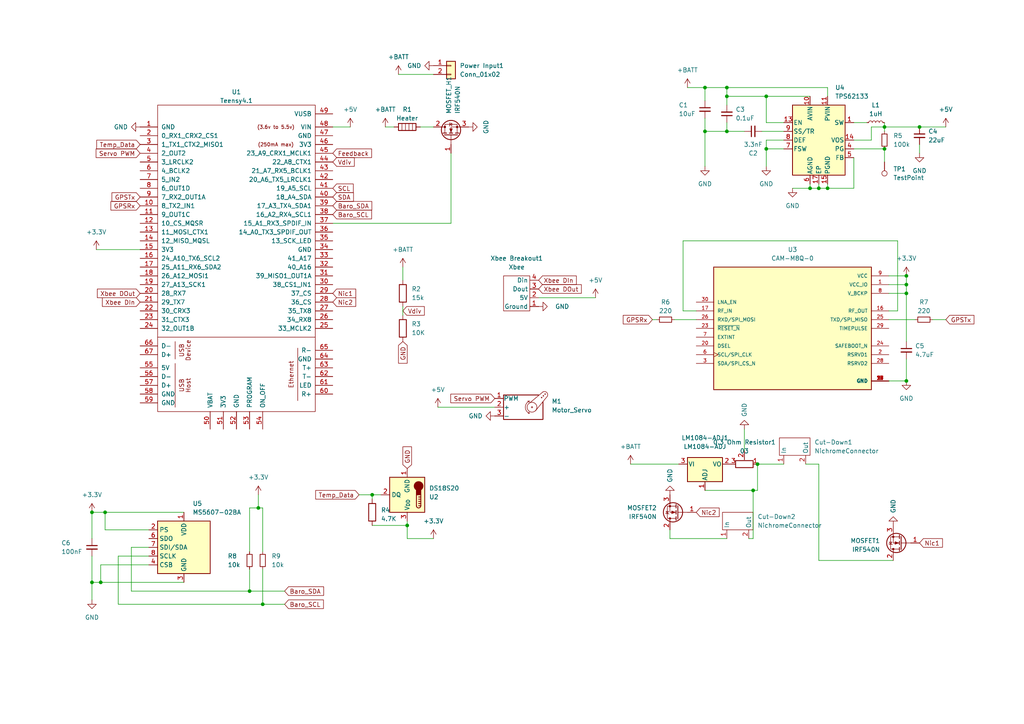
<source format=kicad_sch>
(kicad_sch (version 20230121) (generator eeschema)

  (uuid a2e390a1-3d20-4e85-b6dd-da84eefdc6ca)

  (paper "A4")

  (lib_symbols
    (symbol "CAM-M8Q-0:CAM-M8Q-0" (pin_names (offset 1.016)) (in_bom yes) (on_board yes)
      (property "Reference" "U" (at -22.8983 18.3186 0)
        (effects (font (size 1.27 1.27)) (justify left bottom))
      )
      (property "Value" "CAM-M8Q-0" (at -22.8741 -20.8408 0)
        (effects (font (size 1.27 1.27)) (justify left bottom))
      )
      (property "Footprint" "LCC100P960X1400X210-31N" (at 0 0 0)
        (effects (font (size 1.27 1.27)) (justify bottom) hide)
      )
      (property "Datasheet" "" (at 0 0 0)
        (effects (font (size 1.27 1.27)) hide)
      )
      (property "MF" "U-Blox America" (at 0 0 0)
        (effects (font (size 1.27 1.27)) (justify bottom) hide)
      )
      (property "Description" "\nseries RF Receiver BeiDou, GLONASS, GNSS, GPS, QZSS 1.575GHz -167dBm - On-Board, Chip Module\n" (at 0 0 0)
        (effects (font (size 1.27 1.27)) (justify bottom) hide)
      )
      (property "Package" "SMD-31 U-Blox America" (at 0 0 0)
        (effects (font (size 1.27 1.27)) (justify bottom) hide)
      )
      (property "Price" "None" (at 0 0 0)
        (effects (font (size 1.27 1.27)) (justify bottom) hide)
      )
      (property "Check_prices" "https://www.snapeda.com/parts/CAM-M8Q-0/U-Blox+America+Inc./view-part/?ref=eda" (at 0 0 0)
        (effects (font (size 1.27 1.27)) (justify bottom) hide)
      )
      (property "SnapEDA_Link" "https://www.snapeda.com/parts/CAM-M8Q-0/U-Blox+America+Inc./view-part/?ref=snap" (at 0 0 0)
        (effects (font (size 1.27 1.27)) (justify bottom) hide)
      )
      (property "MP" "CAM-M8Q-0" (at 0 0 0)
        (effects (font (size 1.27 1.27)) (justify bottom) hide)
      )
      (property "Purchase-URL" "https://pricing.snapeda.com/search?q=CAM-M8Q-0&ref=eda" (at 0 0 0)
        (effects (font (size 1.27 1.27)) (justify bottom) hide)
      )
      (property "Availability" "In Stock" (at 0 0 0)
        (effects (font (size 1.27 1.27)) (justify bottom) hide)
      )
      (property "MANUFACTURER" "UBlox" (at 0 0 0)
        (effects (font (size 1.27 1.27)) (justify bottom) hide)
      )
      (symbol "CAM-M8Q-0_0_0"
        (rectangle (start -22.86 -17.78) (end 22.86 17.78)
          (stroke (width 0.254) (type default))
          (fill (type background))
        )
        (pin power_in line (at 27.94 12.7 180) (length 5.08)
          (name "VCC_IO" (effects (font (size 1.016 1.016))))
          (number "1" (effects (font (size 1.016 1.016))))
        )
        (pin power_in line (at 27.94 -15.24 180) (length 5.08)
          (name "GND" (effects (font (size 1.016 1.016))))
          (number "10" (effects (font (size 1.016 1.016))))
        )
        (pin power_in line (at 27.94 -15.24 180) (length 5.08)
          (name "GND" (effects (font (size 1.016 1.016))))
          (number "11" (effects (font (size 1.016 1.016))))
        )
        (pin power_in line (at 27.94 -15.24 180) (length 5.08)
          (name "GND" (effects (font (size 1.016 1.016))))
          (number "12" (effects (font (size 1.016 1.016))))
        )
        (pin power_in line (at 27.94 -15.24 180) (length 5.08)
          (name "GND" (effects (font (size 1.016 1.016))))
          (number "13" (effects (font (size 1.016 1.016))))
        )
        (pin power_in line (at 27.94 -15.24 180) (length 5.08)
          (name "GND" (effects (font (size 1.016 1.016))))
          (number "14" (effects (font (size 1.016 1.016))))
        )
        (pin power_in line (at 27.94 -15.24 180) (length 5.08)
          (name "GND" (effects (font (size 1.016 1.016))))
          (number "15" (effects (font (size 1.016 1.016))))
        )
        (pin output line (at 27.94 5.08 180) (length 5.08)
          (name "RF_OUT" (effects (font (size 1.016 1.016))))
          (number "16" (effects (font (size 1.016 1.016))))
        )
        (pin input line (at -27.94 5.08 0) (length 5.08)
          (name "RF_IN" (effects (font (size 1.016 1.016))))
          (number "17" (effects (font (size 1.016 1.016))))
        )
        (pin power_in line (at 27.94 -15.24 180) (length 5.08)
          (name "GND" (effects (font (size 1.016 1.016))))
          (number "18" (effects (font (size 1.016 1.016))))
        )
        (pin power_in line (at 27.94 -15.24 180) (length 5.08)
          (name "GND" (effects (font (size 1.016 1.016))))
          (number "19" (effects (font (size 1.016 1.016))))
        )
        (pin passive line (at 27.94 -7.62 180) (length 5.08)
          (name "RSRVD1" (effects (font (size 1.016 1.016))))
          (number "2" (effects (font (size 1.016 1.016))))
        )
        (pin input line (at -27.94 -5.08 0) (length 5.08)
          (name "DSEL" (effects (font (size 1.016 1.016))))
          (number "20" (effects (font (size 1.016 1.016))))
        )
        (pin power_in line (at 27.94 -15.24 180) (length 5.08)
          (name "GND" (effects (font (size 1.016 1.016))))
          (number "21" (effects (font (size 1.016 1.016))))
        )
        (pin power_in line (at 27.94 -15.24 180) (length 5.08)
          (name "GND" (effects (font (size 1.016 1.016))))
          (number "22" (effects (font (size 1.016 1.016))))
        )
        (pin input line (at -27.94 0 0) (length 5.08)
          (name "~{RESET_N}" (effects (font (size 1.016 1.016))))
          (number "23" (effects (font (size 1.016 1.016))))
        )
        (pin passive line (at 27.94 -5.08 180) (length 5.08)
          (name "SAFEBOOT_N" (effects (font (size 1.016 1.016))))
          (number "24" (effects (font (size 1.016 1.016))))
        )
        (pin output line (at 27.94 2.54 180) (length 5.08)
          (name "TXD/SPI_MISO" (effects (font (size 1.016 1.016))))
          (number "25" (effects (font (size 1.016 1.016))))
        )
        (pin input line (at -27.94 2.54 0) (length 5.08)
          (name "RXD/SPI_MOSI" (effects (font (size 1.016 1.016))))
          (number "26" (effects (font (size 1.016 1.016))))
        )
        (pin power_in line (at 27.94 -15.24 180) (length 5.08)
          (name "GND" (effects (font (size 1.016 1.016))))
          (number "27" (effects (font (size 1.016 1.016))))
        )
        (pin passive line (at 27.94 -10.16 180) (length 5.08)
          (name "RSRVD2" (effects (font (size 1.016 1.016))))
          (number "28" (effects (font (size 1.016 1.016))))
        )
        (pin output line (at 27.94 0 180) (length 5.08)
          (name "TIMEPULSE" (effects (font (size 1.016 1.016))))
          (number "29" (effects (font (size 1.016 1.016))))
        )
        (pin bidirectional line (at -27.94 -10.16 0) (length 5.08)
          (name "SDA/SPI_CS_N" (effects (font (size 1.016 1.016))))
          (number "3" (effects (font (size 1.016 1.016))))
        )
        (pin input line (at -27.94 7.62 0) (length 5.08)
          (name "LNA_EN" (effects (font (size 1.016 1.016))))
          (number "30" (effects (font (size 1.016 1.016))))
        )
        (pin power_in line (at 27.94 -15.24 180) (length 5.08)
          (name "GND" (effects (font (size 1.016 1.016))))
          (number "31" (effects (font (size 1.016 1.016))))
        )
        (pin power_in line (at 27.94 -15.24 180) (length 5.08)
          (name "GND" (effects (font (size 1.016 1.016))))
          (number "4" (effects (font (size 1.016 1.016))))
        )
        (pin power_in line (at 27.94 -15.24 180) (length 5.08)
          (name "GND" (effects (font (size 1.016 1.016))))
          (number "5" (effects (font (size 1.016 1.016))))
        )
        (pin input clock (at -27.94 -7.62 0) (length 5.08)
          (name "SCL/SPI_CLK" (effects (font (size 1.016 1.016))))
          (number "6" (effects (font (size 1.016 1.016))))
        )
        (pin input line (at -27.94 -2.54 0) (length 5.08)
          (name "EXTINT" (effects (font (size 1.016 1.016))))
          (number "7" (effects (font (size 1.016 1.016))))
        )
        (pin power_in line (at 27.94 10.16 180) (length 5.08)
          (name "V_BCKP" (effects (font (size 1.016 1.016))))
          (number "8" (effects (font (size 1.016 1.016))))
        )
        (pin power_in line (at 27.94 15.24 180) (length 5.08)
          (name "VCC" (effects (font (size 1.016 1.016))))
          (number "9" (effects (font (size 1.016 1.016))))
        )
      )
    )
    (symbol "Connector:TestPoint" (pin_numbers hide) (pin_names (offset 0.762) hide) (in_bom yes) (on_board yes)
      (property "Reference" "TP" (at 0 6.858 0)
        (effects (font (size 1.27 1.27)))
      )
      (property "Value" "TestPoint" (at 0 5.08 0)
        (effects (font (size 1.27 1.27)))
      )
      (property "Footprint" "" (at 5.08 0 0)
        (effects (font (size 1.27 1.27)) hide)
      )
      (property "Datasheet" "~" (at 5.08 0 0)
        (effects (font (size 1.27 1.27)) hide)
      )
      (property "ki_keywords" "test point tp" (at 0 0 0)
        (effects (font (size 1.27 1.27)) hide)
      )
      (property "ki_description" "test point" (at 0 0 0)
        (effects (font (size 1.27 1.27)) hide)
      )
      (property "ki_fp_filters" "Pin* Test*" (at 0 0 0)
        (effects (font (size 1.27 1.27)) hide)
      )
      (symbol "TestPoint_0_1"
        (circle (center 0 3.302) (radius 0.762)
          (stroke (width 0) (type default))
          (fill (type none))
        )
      )
      (symbol "TestPoint_1_1"
        (pin passive line (at 0 0 90) (length 2.54)
          (name "1" (effects (font (size 1.27 1.27))))
          (number "1" (effects (font (size 1.27 1.27))))
        )
      )
    )
    (symbol "Connector_Generic:Conn_01x02" (pin_names (offset 1.016) hide) (in_bom yes) (on_board yes)
      (property "Reference" "J" (at 0 2.54 0)
        (effects (font (size 1.27 1.27)))
      )
      (property "Value" "Conn_01x02" (at 0 -5.08 0)
        (effects (font (size 1.27 1.27)))
      )
      (property "Footprint" "" (at 0 0 0)
        (effects (font (size 1.27 1.27)) hide)
      )
      (property "Datasheet" "~" (at 0 0 0)
        (effects (font (size 1.27 1.27)) hide)
      )
      (property "ki_keywords" "connector" (at 0 0 0)
        (effects (font (size 1.27 1.27)) hide)
      )
      (property "ki_description" "Generic connector, single row, 01x02, script generated (kicad-library-utils/schlib/autogen/connector/)" (at 0 0 0)
        (effects (font (size 1.27 1.27)) hide)
      )
      (property "ki_fp_filters" "Connector*:*_1x??_*" (at 0 0 0)
        (effects (font (size 1.27 1.27)) hide)
      )
      (symbol "Conn_01x02_1_1"
        (rectangle (start -1.27 -2.413) (end 0 -2.667)
          (stroke (width 0.1524) (type default))
          (fill (type none))
        )
        (rectangle (start -1.27 0.127) (end 0 -0.127)
          (stroke (width 0.1524) (type default))
          (fill (type none))
        )
        (rectangle (start -1.27 1.27) (end 1.27 -3.81)
          (stroke (width 0.254) (type default))
          (fill (type background))
        )
        (pin passive line (at -5.08 0 0) (length 3.81)
          (name "Pin_1" (effects (font (size 1.27 1.27))))
          (number "1" (effects (font (size 1.27 1.27))))
        )
        (pin passive line (at -5.08 -2.54 0) (length 3.81)
          (name "Pin_2" (effects (font (size 1.27 1.27))))
          (number "2" (effects (font (size 1.27 1.27))))
        )
      )
    )
    (symbol "Device:C_Small" (pin_numbers hide) (pin_names (offset 0.254) hide) (in_bom yes) (on_board yes)
      (property "Reference" "C" (at 0.254 1.778 0)
        (effects (font (size 1.27 1.27)) (justify left))
      )
      (property "Value" "C_Small" (at 0.254 -2.032 0)
        (effects (font (size 1.27 1.27)) (justify left))
      )
      (property "Footprint" "" (at 0 0 0)
        (effects (font (size 1.27 1.27)) hide)
      )
      (property "Datasheet" "~" (at 0 0 0)
        (effects (font (size 1.27 1.27)) hide)
      )
      (property "ki_keywords" "capacitor cap" (at 0 0 0)
        (effects (font (size 1.27 1.27)) hide)
      )
      (property "ki_description" "Unpolarized capacitor, small symbol" (at 0 0 0)
        (effects (font (size 1.27 1.27)) hide)
      )
      (property "ki_fp_filters" "C_*" (at 0 0 0)
        (effects (font (size 1.27 1.27)) hide)
      )
      (symbol "C_Small_0_1"
        (polyline
          (pts
            (xy -1.524 -0.508)
            (xy 1.524 -0.508)
          )
          (stroke (width 0.3302) (type default))
          (fill (type none))
        )
        (polyline
          (pts
            (xy -1.524 0.508)
            (xy 1.524 0.508)
          )
          (stroke (width 0.3048) (type default))
          (fill (type none))
        )
      )
      (symbol "C_Small_1_1"
        (pin passive line (at 0 2.54 270) (length 2.032)
          (name "~" (effects (font (size 1.27 1.27))))
          (number "1" (effects (font (size 1.27 1.27))))
        )
        (pin passive line (at 0 -2.54 90) (length 2.032)
          (name "~" (effects (font (size 1.27 1.27))))
          (number "2" (effects (font (size 1.27 1.27))))
        )
      )
    )
    (symbol "Device:Heater" (pin_numbers hide) (pin_names (offset 0)) (in_bom yes) (on_board yes)
      (property "Reference" "R" (at 2.032 0 90)
        (effects (font (size 1.27 1.27)))
      )
      (property "Value" "Heater" (at -2.032 0 90)
        (effects (font (size 1.27 1.27)))
      )
      (property "Footprint" "" (at -1.778 0 90)
        (effects (font (size 1.27 1.27)) hide)
      )
      (property "Datasheet" "~" (at 0 0 0)
        (effects (font (size 1.27 1.27)) hide)
      )
      (property "ki_keywords" "heater R resistor" (at 0 0 0)
        (effects (font (size 1.27 1.27)) hide)
      )
      (property "ki_description" "Resistive heater" (at 0 0 0)
        (effects (font (size 1.27 1.27)) hide)
      )
      (symbol "Heater_0_1"
        (rectangle (start -1.016 -2.54) (end 1.016 2.54)
          (stroke (width 0.254) (type default))
          (fill (type none))
        )
        (polyline
          (pts
            (xy -1.016 1.524)
            (xy 1.016 1.524)
          )
          (stroke (width 0) (type default))
          (fill (type none))
        )
        (polyline
          (pts
            (xy 1.016 -1.524)
            (xy -1.016 -1.524)
          )
          (stroke (width 0) (type default))
          (fill (type none))
        )
        (polyline
          (pts
            (xy 1.016 -0.508)
            (xy -1.016 -0.508)
          )
          (stroke (width 0) (type default))
          (fill (type none))
        )
        (polyline
          (pts
            (xy 1.016 0.508)
            (xy -1.016 0.508)
          )
          (stroke (width 0) (type default))
          (fill (type none))
        )
      )
      (symbol "Heater_1_1"
        (pin passive line (at 0 3.81 270) (length 1.27)
          (name "~" (effects (font (size 1.27 1.27))))
          (number "1" (effects (font (size 1.27 1.27))))
        )
        (pin passive line (at 0 -3.81 90) (length 1.27)
          (name "~" (effects (font (size 1.27 1.27))))
          (number "2" (effects (font (size 1.27 1.27))))
        )
      )
    )
    (symbol "Device:L_Small" (pin_numbers hide) (pin_names (offset 0.254) hide) (in_bom yes) (on_board yes)
      (property "Reference" "L" (at 0.762 1.016 0)
        (effects (font (size 1.27 1.27)) (justify left))
      )
      (property "Value" "L_Small" (at 0.762 -1.016 0)
        (effects (font (size 1.27 1.27)) (justify left))
      )
      (property "Footprint" "" (at 0 0 0)
        (effects (font (size 1.27 1.27)) hide)
      )
      (property "Datasheet" "~" (at 0 0 0)
        (effects (font (size 1.27 1.27)) hide)
      )
      (property "ki_keywords" "inductor choke coil reactor magnetic" (at 0 0 0)
        (effects (font (size 1.27 1.27)) hide)
      )
      (property "ki_description" "Inductor, small symbol" (at 0 0 0)
        (effects (font (size 1.27 1.27)) hide)
      )
      (property "ki_fp_filters" "Choke_* *Coil* Inductor_* L_*" (at 0 0 0)
        (effects (font (size 1.27 1.27)) hide)
      )
      (symbol "L_Small_0_1"
        (arc (start 0 -2.032) (mid 0.5058 -1.524) (end 0 -1.016)
          (stroke (width 0) (type default))
          (fill (type none))
        )
        (arc (start 0 -1.016) (mid 0.5058 -0.508) (end 0 0)
          (stroke (width 0) (type default))
          (fill (type none))
        )
        (arc (start 0 0) (mid 0.5058 0.508) (end 0 1.016)
          (stroke (width 0) (type default))
          (fill (type none))
        )
        (arc (start 0 1.016) (mid 0.5058 1.524) (end 0 2.032)
          (stroke (width 0) (type default))
          (fill (type none))
        )
      )
      (symbol "L_Small_1_1"
        (pin passive line (at 0 2.54 270) (length 0.508)
          (name "~" (effects (font (size 1.27 1.27))))
          (number "1" (effects (font (size 1.27 1.27))))
        )
        (pin passive line (at 0 -2.54 90) (length 0.508)
          (name "~" (effects (font (size 1.27 1.27))))
          (number "2" (effects (font (size 1.27 1.27))))
        )
      )
    )
    (symbol "Device:R" (pin_names (offset 0)) (in_bom yes) (on_board yes)
      (property "Reference" "R1" (at -6.35 0 90)
        (effects (font (size 1.27 1.27)))
      )
      (property "Value" "03" (at -3.81 0 90)
        (effects (font (size 1.27 1.27)))
      )
      (property "Footprint" "Package_TO_SOT_SMD:TO-263-2" (at -1.778 0 90)
        (effects (font (size 1.27 1.27)) hide)
      )
      (property "Datasheet" "~" (at 0 0 0)
        (effects (font (size 1.27 1.27)) hide)
      )
      (property "ki_keywords" "R res resistor" (at 0 0 0)
        (effects (font (size 1.27 1.27)) hide)
      )
      (property "ki_description" "Resistor" (at 0 0 0)
        (effects (font (size 1.27 1.27)) hide)
      )
      (property "ki_fp_filters" "R_*" (at 0 0 0)
        (effects (font (size 1.27 1.27)) hide)
      )
      (symbol "R_0_1"
        (rectangle (start -1.016 -2.54) (end 1.016 2.54)
          (stroke (width 0.254) (type default))
          (fill (type none))
        )
      )
      (symbol "R_1_1"
        (pin passive line (at 0 3.81 270) (length 1.27)
          (name "~" (effects (font (size 1.27 1.27))))
          (number "1" (effects (font (size 1.27 1.27))))
        )
        (pin output line (at -3.81 0 0) (length 2.54)
          (name "" (effects (font (size 1.27 1.27))))
          (number "2" (effects (font (size 1.27 1.27))))
        )
        (pin passive line (at 0 -3.81 90) (length 1.27)
          (name "~" (effects (font (size 1.27 1.27))))
          (number "3" (effects (font (size 1.27 1.27))))
        )
      )
    )
    (symbol "Device:R_Small" (pin_numbers hide) (pin_names (offset 0.254) hide) (in_bom yes) (on_board yes)
      (property "Reference" "R" (at 0.762 0.508 0)
        (effects (font (size 1.27 1.27)) (justify left))
      )
      (property "Value" "R_Small" (at 0.762 -1.016 0)
        (effects (font (size 1.27 1.27)) (justify left))
      )
      (property "Footprint" "" (at 0 0 0)
        (effects (font (size 1.27 1.27)) hide)
      )
      (property "Datasheet" "~" (at 0 0 0)
        (effects (font (size 1.27 1.27)) hide)
      )
      (property "ki_keywords" "R resistor" (at 0 0 0)
        (effects (font (size 1.27 1.27)) hide)
      )
      (property "ki_description" "Resistor, small symbol" (at 0 0 0)
        (effects (font (size 1.27 1.27)) hide)
      )
      (property "ki_fp_filters" "R_*" (at 0 0 0)
        (effects (font (size 1.27 1.27)) hide)
      )
      (symbol "R_Small_0_1"
        (rectangle (start -0.762 1.778) (end 0.762 -1.778)
          (stroke (width 0.2032) (type default))
          (fill (type none))
        )
      )
      (symbol "R_Small_1_1"
        (pin passive line (at 0 2.54 270) (length 0.762)
          (name "~" (effects (font (size 1.27 1.27))))
          (number "1" (effects (font (size 1.27 1.27))))
        )
        (pin passive line (at 0 -2.54 90) (length 0.762)
          (name "~" (effects (font (size 1.27 1.27))))
          (number "2" (effects (font (size 1.27 1.27))))
        )
      )
    )
    (symbol "GHOUL:NichromeConnector" (in_bom yes) (on_board yes)
      (property "Reference" "U" (at 0 6.35 0)
        (effects (font (size 1.27 1.27)))
      )
      (property "Value" "NichromeConnector" (at 0 8.89 0)
        (effects (font (size 1.27 1.27)))
      )
      (property "Footprint" "" (at 0 0 0)
        (effects (font (size 1.27 1.27)) hide)
      )
      (property "Datasheet" "" (at 0 0 0)
        (effects (font (size 1.27 1.27)) hide)
      )
      (symbol "NichromeConnector_0_1"
        (rectangle (start -3.81 5.08) (end 5.08 0)
          (stroke (width 0) (type default))
          (fill (type none))
        )
      )
      (symbol "NichromeConnector_1_1"
        (pin input line (at -2.54 -2.54 90) (length 2.54)
          (name "In" (effects (font (size 1.27 1.27))))
          (number "1" (effects (font (size 1.27 1.27))))
        )
        (pin input line (at 3.81 -2.54 90) (length 2.54)
          (name "Out" (effects (font (size 1.27 1.27))))
          (number "2" (effects (font (size 1.27 1.27))))
        )
      )
    )
    (symbol "GND_1" (power) (pin_names (offset 0)) (in_bom yes) (on_board yes)
      (property "Reference" "#PWR" (at 0 -6.35 0)
        (effects (font (size 1.27 1.27)) hide)
      )
      (property "Value" "GND_1" (at 0 -3.81 0)
        (effects (font (size 1.27 1.27)))
      )
      (property "Footprint" "" (at 0 0 0)
        (effects (font (size 1.27 1.27)) hide)
      )
      (property "Datasheet" "" (at 0 0 0)
        (effects (font (size 1.27 1.27)) hide)
      )
      (property "ki_keywords" "global power" (at 0 0 0)
        (effects (font (size 1.27 1.27)) hide)
      )
      (property "ki_description" "Power symbol creates a global label with name \"GND\" , ground" (at 0 0 0)
        (effects (font (size 1.27 1.27)) hide)
      )
      (symbol "GND_1_0_1"
        (polyline
          (pts
            (xy 0 0)
            (xy 0 -1.27)
            (xy 1.27 -1.27)
            (xy 0 -2.54)
            (xy -1.27 -1.27)
            (xy 0 -1.27)
          )
          (stroke (width 0) (type default))
          (fill (type none))
        )
      )
      (symbol "GND_1_1_1"
        (pin power_in line (at 0 0 270) (length 0) hide
          (name "GND" (effects (font (size 1.27 1.27))))
          (number "1" (effects (font (size 1.27 1.27))))
        )
      )
    )
    (symbol "GND_2" (power) (pin_names (offset 0)) (in_bom yes) (on_board yes)
      (property "Reference" "#PWR" (at 0 -6.35 0)
        (effects (font (size 1.27 1.27)) hide)
      )
      (property "Value" "GND_2" (at 0 -3.81 0)
        (effects (font (size 1.27 1.27)))
      )
      (property "Footprint" "" (at 0 0 0)
        (effects (font (size 1.27 1.27)) hide)
      )
      (property "Datasheet" "" (at 0 0 0)
        (effects (font (size 1.27 1.27)) hide)
      )
      (property "ki_keywords" "global power" (at 0 0 0)
        (effects (font (size 1.27 1.27)) hide)
      )
      (property "ki_description" "Power symbol creates a global label with name \"GND\" , ground" (at 0 0 0)
        (effects (font (size 1.27 1.27)) hide)
      )
      (symbol "GND_2_0_1"
        (polyline
          (pts
            (xy 0 0)
            (xy 0 -1.27)
            (xy 1.27 -1.27)
            (xy 0 -2.54)
            (xy -1.27 -1.27)
            (xy 0 -1.27)
          )
          (stroke (width 0) (type default))
          (fill (type none))
        )
      )
      (symbol "GND_2_1_1"
        (pin power_in line (at 0 0 270) (length 0) hide
          (name "GND" (effects (font (size 1.27 1.27))))
          (number "1" (effects (font (size 1.27 1.27))))
        )
      )
    )
    (symbol "GND_3" (power) (pin_names (offset 0)) (in_bom yes) (on_board yes)
      (property "Reference" "#PWR" (at 0 -6.35 0)
        (effects (font (size 1.27 1.27)) hide)
      )
      (property "Value" "GND_3" (at 0 -3.81 0)
        (effects (font (size 1.27 1.27)))
      )
      (property "Footprint" "" (at 0 0 0)
        (effects (font (size 1.27 1.27)) hide)
      )
      (property "Datasheet" "" (at 0 0 0)
        (effects (font (size 1.27 1.27)) hide)
      )
      (property "ki_keywords" "global power" (at 0 0 0)
        (effects (font (size 1.27 1.27)) hide)
      )
      (property "ki_description" "Power symbol creates a global label with name \"GND\" , ground" (at 0 0 0)
        (effects (font (size 1.27 1.27)) hide)
      )
      (symbol "GND_3_0_1"
        (polyline
          (pts
            (xy 0 0)
            (xy 0 -1.27)
            (xy 1.27 -1.27)
            (xy 0 -2.54)
            (xy -1.27 -1.27)
            (xy 0 -1.27)
          )
          (stroke (width 0) (type default))
          (fill (type none))
        )
      )
      (symbol "GND_3_1_1"
        (pin power_in line (at 0 0 270) (length 0) hide
          (name "GND" (effects (font (size 1.27 1.27))))
          (number "1" (effects (font (size 1.27 1.27))))
        )
      )
    )
    (symbol "GND_4" (power) (pin_names (offset 0)) (in_bom yes) (on_board yes)
      (property "Reference" "#PWR" (at 0 -6.35 0)
        (effects (font (size 1.27 1.27)) hide)
      )
      (property "Value" "GND_4" (at 0 -3.81 0)
        (effects (font (size 1.27 1.27)))
      )
      (property "Footprint" "" (at 0 0 0)
        (effects (font (size 1.27 1.27)) hide)
      )
      (property "Datasheet" "" (at 0 0 0)
        (effects (font (size 1.27 1.27)) hide)
      )
      (property "ki_keywords" "global power" (at 0 0 0)
        (effects (font (size 1.27 1.27)) hide)
      )
      (property "ki_description" "Power symbol creates a global label with name \"GND\" , ground" (at 0 0 0)
        (effects (font (size 1.27 1.27)) hide)
      )
      (symbol "GND_4_0_1"
        (polyline
          (pts
            (xy 0 0)
            (xy 0 -1.27)
            (xy 1.27 -1.27)
            (xy 0 -2.54)
            (xy -1.27 -1.27)
            (xy 0 -1.27)
          )
          (stroke (width 0) (type default))
          (fill (type none))
        )
      )
      (symbol "GND_4_1_1"
        (pin power_in line (at 0 0 270) (length 0) hide
          (name "GND" (effects (font (size 1.27 1.27))))
          (number "1" (effects (font (size 1.27 1.27))))
        )
      )
    )
    (symbol "GND_5" (power) (pin_names (offset 0)) (in_bom yes) (on_board yes)
      (property "Reference" "#PWR" (at 0 -6.35 0)
        (effects (font (size 1.27 1.27)) hide)
      )
      (property "Value" "GND_5" (at 0 -3.81 0)
        (effects (font (size 1.27 1.27)))
      )
      (property "Footprint" "" (at 0 0 0)
        (effects (font (size 1.27 1.27)) hide)
      )
      (property "Datasheet" "" (at 0 0 0)
        (effects (font (size 1.27 1.27)) hide)
      )
      (property "ki_keywords" "global power" (at 0 0 0)
        (effects (font (size 1.27 1.27)) hide)
      )
      (property "ki_description" "Power symbol creates a global label with name \"GND\" , ground" (at 0 0 0)
        (effects (font (size 1.27 1.27)) hide)
      )
      (symbol "GND_5_0_1"
        (polyline
          (pts
            (xy 0 0)
            (xy 0 -1.27)
            (xy 1.27 -1.27)
            (xy 0 -2.54)
            (xy -1.27 -1.27)
            (xy 0 -1.27)
          )
          (stroke (width 0) (type default))
          (fill (type none))
        )
      )
      (symbol "GND_5_1_1"
        (pin power_in line (at 0 0 270) (length 0) hide
          (name "GND" (effects (font (size 1.27 1.27))))
          (number "1" (effects (font (size 1.27 1.27))))
        )
      )
    )
    (symbol "GND_6" (power) (pin_names (offset 0)) (in_bom yes) (on_board yes)
      (property "Reference" "#PWR" (at 0 -6.35 0)
        (effects (font (size 1.27 1.27)) hide)
      )
      (property "Value" "GND_6" (at 0 -3.81 0)
        (effects (font (size 1.27 1.27)))
      )
      (property "Footprint" "" (at 0 0 0)
        (effects (font (size 1.27 1.27)) hide)
      )
      (property "Datasheet" "" (at 0 0 0)
        (effects (font (size 1.27 1.27)) hide)
      )
      (property "ki_keywords" "global power" (at 0 0 0)
        (effects (font (size 1.27 1.27)) hide)
      )
      (property "ki_description" "Power symbol creates a global label with name \"GND\" , ground" (at 0 0 0)
        (effects (font (size 1.27 1.27)) hide)
      )
      (symbol "GND_6_0_1"
        (polyline
          (pts
            (xy 0 0)
            (xy 0 -1.27)
            (xy 1.27 -1.27)
            (xy 0 -2.54)
            (xy -1.27 -1.27)
            (xy 0 -1.27)
          )
          (stroke (width 0) (type default))
          (fill (type none))
        )
      )
      (symbol "GND_6_1_1"
        (pin power_in line (at 0 0 270) (length 0) hide
          (name "GND" (effects (font (size 1.27 1.27))))
          (number "1" (effects (font (size 1.27 1.27))))
        )
      )
    )
    (symbol "Motor:Motor_Servo" (pin_names (offset 0.0254)) (in_bom yes) (on_board yes)
      (property "Reference" "M" (at -5.08 4.445 0)
        (effects (font (size 1.27 1.27)) (justify left))
      )
      (property "Value" "Motor_Servo" (at -5.08 -4.064 0)
        (effects (font (size 1.27 1.27)) (justify left top))
      )
      (property "Footprint" "" (at 0 -4.826 0)
        (effects (font (size 1.27 1.27)) hide)
      )
      (property "Datasheet" "http://forums.parallax.com/uploads/attachments/46831/74481.png" (at 0 -4.826 0)
        (effects (font (size 1.27 1.27)) hide)
      )
      (property "ki_keywords" "Servo Motor" (at 0 0 0)
        (effects (font (size 1.27 1.27)) hide)
      )
      (property "ki_description" "Servo Motor (Futaba, HiTec, JR connector)" (at 0 0 0)
        (effects (font (size 1.27 1.27)) hide)
      )
      (property "ki_fp_filters" "PinHeader*P2.54mm*" (at 0 0 0)
        (effects (font (size 1.27 1.27)) hide)
      )
      (symbol "Motor_Servo_0_1"
        (polyline
          (pts
            (xy 2.413 -1.778)
            (xy 2.032 -1.778)
          )
          (stroke (width 0) (type default))
          (fill (type none))
        )
        (polyline
          (pts
            (xy 2.413 -1.778)
            (xy 2.286 -1.397)
          )
          (stroke (width 0) (type default))
          (fill (type none))
        )
        (polyline
          (pts
            (xy 2.413 1.778)
            (xy 1.905 1.778)
          )
          (stroke (width 0) (type default))
          (fill (type none))
        )
        (polyline
          (pts
            (xy 2.413 1.778)
            (xy 2.286 1.397)
          )
          (stroke (width 0) (type default))
          (fill (type none))
        )
        (polyline
          (pts
            (xy 6.35 4.445)
            (xy 2.54 1.27)
          )
          (stroke (width 0) (type default))
          (fill (type none))
        )
        (polyline
          (pts
            (xy 7.62 3.175)
            (xy 4.191 -1.016)
          )
          (stroke (width 0) (type default))
          (fill (type none))
        )
        (polyline
          (pts
            (xy 5.08 3.556)
            (xy -5.08 3.556)
            (xy -5.08 -3.556)
            (xy 6.35 -3.556)
            (xy 6.35 1.524)
          )
          (stroke (width 0.254) (type default))
          (fill (type none))
        )
        (arc (start 2.413 1.778) (mid 1.2406 0) (end 2.413 -1.778)
          (stroke (width 0) (type default))
          (fill (type none))
        )
        (circle (center 3.175 0) (radius 0.1778)
          (stroke (width 0) (type default))
          (fill (type none))
        )
        (circle (center 3.175 0) (radius 1.4224)
          (stroke (width 0) (type default))
          (fill (type none))
        )
        (circle (center 5.969 2.794) (radius 0.127)
          (stroke (width 0) (type default))
          (fill (type none))
        )
        (circle (center 6.477 3.302) (radius 0.127)
          (stroke (width 0) (type default))
          (fill (type none))
        )
        (circle (center 6.985 3.81) (radius 0.127)
          (stroke (width 0) (type default))
          (fill (type none))
        )
        (arc (start 7.62 3.175) (mid 7.4485 4.2735) (end 6.35 4.445)
          (stroke (width 0) (type default))
          (fill (type none))
        )
      )
      (symbol "Motor_Servo_1_1"
        (pin passive line (at -7.62 2.54 0) (length 2.54)
          (name "PWM" (effects (font (size 1.27 1.27))))
          (number "1" (effects (font (size 1.27 1.27))))
        )
        (pin passive line (at -7.62 0 0) (length 2.54)
          (name "+" (effects (font (size 1.27 1.27))))
          (number "2" (effects (font (size 1.27 1.27))))
        )
        (pin passive line (at -7.62 -2.54 0) (length 2.54)
          (name "-" (effects (font (size 1.27 1.27))))
          (number "3" (effects (font (size 1.27 1.27))))
        )
      )
    )
    (symbol "R_1" (pin_numbers hide) (pin_names (offset 0)) (in_bom yes) (on_board yes)
      (property "Reference" "R" (at 2.032 0 90)
        (effects (font (size 1.27 1.27)))
      )
      (property "Value" "R" (at 0 0 90)
        (effects (font (size 1.27 1.27)))
      )
      (property "Footprint" "" (at -1.778 0 90)
        (effects (font (size 1.27 1.27)) hide)
      )
      (property "Datasheet" "~" (at 0 0 0)
        (effects (font (size 1.27 1.27)) hide)
      )
      (property "ki_keywords" "R res resistor" (at 0 0 0)
        (effects (font (size 1.27 1.27)) hide)
      )
      (property "ki_description" "Resistor" (at 0 0 0)
        (effects (font (size 1.27 1.27)) hide)
      )
      (property "ki_fp_filters" "R_*" (at 0 0 0)
        (effects (font (size 1.27 1.27)) hide)
      )
      (symbol "R_1_0_1"
        (rectangle (start -1.016 -2.54) (end 1.016 2.54)
          (stroke (width 0.254) (type default))
          (fill (type none))
        )
      )
      (symbol "R_1_1_1"
        (pin passive line (at 0 3.81 270) (length 1.27)
          (name "~" (effects (font (size 1.27 1.27))))
          (number "1" (effects (font (size 1.27 1.27))))
        )
        (pin passive line (at 0 -3.81 90) (length 1.27)
          (name "~" (effects (font (size 1.27 1.27))))
          (number "2" (effects (font (size 1.27 1.27))))
        )
      )
    )
    (symbol "R_2" (pin_numbers hide) (pin_names (offset 0)) (in_bom yes) (on_board yes)
      (property "Reference" "R" (at 2.032 0 90)
        (effects (font (size 1.27 1.27)))
      )
      (property "Value" "R" (at 0 0 90)
        (effects (font (size 1.27 1.27)))
      )
      (property "Footprint" "" (at -1.778 0 90)
        (effects (font (size 1.27 1.27)) hide)
      )
      (property "Datasheet" "~" (at 0 0 0)
        (effects (font (size 1.27 1.27)) hide)
      )
      (property "ki_keywords" "R res resistor" (at 0 0 0)
        (effects (font (size 1.27 1.27)) hide)
      )
      (property "ki_description" "Resistor" (at 0 0 0)
        (effects (font (size 1.27 1.27)) hide)
      )
      (property "ki_fp_filters" "R_*" (at 0 0 0)
        (effects (font (size 1.27 1.27)) hide)
      )
      (symbol "R_2_0_1"
        (rectangle (start -1.016 -2.54) (end 1.016 2.54)
          (stroke (width 0.254) (type default))
          (fill (type none))
        )
      )
      (symbol "R_2_1_1"
        (pin passive line (at 0 3.81 270) (length 1.27)
          (name "~" (effects (font (size 1.27 1.27))))
          (number "1" (effects (font (size 1.27 1.27))))
        )
        (pin passive line (at 0 -3.81 90) (length 1.27)
          (name "~" (effects (font (size 1.27 1.27))))
          (number "2" (effects (font (size 1.27 1.27))))
        )
      )
    )
    (symbol "Regulator_Linear:LM1084-ADJ" (pin_names (offset 0.254)) (in_bom yes) (on_board yes)
      (property "Reference" "U" (at -3.81 3.175 0)
        (effects (font (size 1.27 1.27)))
      )
      (property "Value" "LM1084-ADJ" (at 0 3.175 0)
        (effects (font (size 1.27 1.27)) (justify left))
      )
      (property "Footprint" "" (at 0 6.35 0)
        (effects (font (size 1.27 1.27) italic) hide)
      )
      (property "Datasheet" "http://www.ti.com/lit/ds/symlink/lm1084.pdf" (at 0 0 0)
        (effects (font (size 1.27 1.27)) hide)
      )
      (property "ki_keywords" "Adjustable Voltage Regulator 5A Positive" (at 0 0 0)
        (effects (font (size 1.27 1.27)) hide)
      )
      (property "ki_description" "5A 29V Adjustable Linear Regulator, TO-220 / TO-263 (D2-PAK)" (at 0 0 0)
        (effects (font (size 1.27 1.27)) hide)
      )
      (property "ki_fp_filters" "TO?220* TO?263*" (at 0 0 0)
        (effects (font (size 1.27 1.27)) hide)
      )
      (symbol "LM1084-ADJ_0_1"
        (rectangle (start -5.08 1.905) (end 5.08 -5.08)
          (stroke (width 0.254) (type default))
          (fill (type background))
        )
      )
      (symbol "LM1084-ADJ_1_1"
        (pin input line (at 0 -7.62 90) (length 2.54)
          (name "ADJ" (effects (font (size 1.27 1.27))))
          (number "1" (effects (font (size 1.27 1.27))))
        )
        (pin power_out line (at 7.62 0 180) (length 2.54)
          (name "VO" (effects (font (size 1.27 1.27))))
          (number "2" (effects (font (size 1.27 1.27))))
        )
        (pin power_in line (at -7.62 0 0) (length 2.54)
          (name "VI" (effects (font (size 1.27 1.27))))
          (number "3" (effects (font (size 1.27 1.27))))
        )
      )
    )
    (symbol "Regulator_Switching:TPS62133" (pin_names (offset 0.254)) (in_bom yes) (on_board yes)
      (property "Reference" "U" (at 3.81 13.97 0)
        (effects (font (size 1.27 1.27)) (justify left))
      )
      (property "Value" "TPS62133" (at 3.81 11.43 0)
        (effects (font (size 1.27 1.27)) (justify left))
      )
      (property "Footprint" "Package_DFN_QFN:VQFN-16-1EP_3x3mm_P0.5mm_EP1.68x1.68mm_ThermalVias" (at 3.81 -11.43 0)
        (effects (font (size 1.27 1.27)) (justify left) hide)
      )
      (property "Datasheet" "http://www.ti.com/lit/ds/symlink/tps62130.pdf" (at 0 0 0)
        (effects (font (size 1.27 1.27)) hide)
      )
      (property "ki_keywords" "step-down dcdc" (at 0 0 0)
        (effects (font (size 1.27 1.27)) hide)
      )
      (property "ki_description" "3A Step-Down Converter with DCS-Control, Fixed 5.0V Output Voltage, 3-17V Input Voltage, QFN-16" (at 0 0 0)
        (effects (font (size 1.27 1.27)) hide)
      )
      (property "ki_fp_filters" "VQFN*1EP*3x3mm*P0.5mm*" (at 0 0 0)
        (effects (font (size 1.27 1.27)) hide)
      )
      (symbol "TPS62133_0_1"
        (rectangle (start -7.62 10.16) (end 7.62 -10.16)
          (stroke (width 0.254) (type default))
          (fill (type background))
        )
      )
      (symbol "TPS62133_1_1"
        (pin output line (at 10.16 5.08 180) (length 2.54)
          (name "SW" (effects (font (size 1.27 1.27))))
          (number "1" (effects (font (size 1.27 1.27))))
        )
        (pin power_in line (at -2.54 12.7 270) (length 2.54)
          (name "AVIN" (effects (font (size 1.27 1.27))))
          (number "10" (effects (font (size 1.27 1.27))))
        )
        (pin power_in line (at 2.54 12.7 270) (length 2.54)
          (name "PVIN" (effects (font (size 1.27 1.27))))
          (number "11" (effects (font (size 1.27 1.27))))
        )
        (pin passive line (at 2.54 12.7 270) (length 2.54) hide
          (name "PVIN" (effects (font (size 1.27 1.27))))
          (number "12" (effects (font (size 1.27 1.27))))
        )
        (pin input line (at -10.16 5.08 0) (length 2.54)
          (name "EN" (effects (font (size 1.27 1.27))))
          (number "13" (effects (font (size 1.27 1.27))))
        )
        (pin input line (at 10.16 0 180) (length 2.54)
          (name "VOS" (effects (font (size 1.27 1.27))))
          (number "14" (effects (font (size 1.27 1.27))))
        )
        (pin power_in line (at 2.54 -12.7 90) (length 2.54)
          (name "PGND" (effects (font (size 1.27 1.27))))
          (number "15" (effects (font (size 1.27 1.27))))
        )
        (pin passive line (at 2.54 -12.7 90) (length 2.54) hide
          (name "PGND" (effects (font (size 1.27 1.27))))
          (number "16" (effects (font (size 1.27 1.27))))
        )
        (pin power_in line (at 0 -12.7 90) (length 2.54)
          (name "EP" (effects (font (size 1.27 1.27))))
          (number "17" (effects (font (size 1.27 1.27))))
        )
        (pin passive line (at 10.16 5.08 180) (length 2.54) hide
          (name "SW" (effects (font (size 1.27 1.27))))
          (number "2" (effects (font (size 1.27 1.27))))
        )
        (pin passive line (at 10.16 5.08 180) (length 2.54) hide
          (name "SW" (effects (font (size 1.27 1.27))))
          (number "3" (effects (font (size 1.27 1.27))))
        )
        (pin open_collector line (at 10.16 -2.54 180) (length 2.54)
          (name "PG" (effects (font (size 1.27 1.27))))
          (number "4" (effects (font (size 1.27 1.27))))
        )
        (pin input line (at 10.16 -5.08 180) (length 2.54)
          (name "FB" (effects (font (size 1.27 1.27))))
          (number "5" (effects (font (size 1.27 1.27))))
        )
        (pin power_in line (at -2.54 -12.7 90) (length 2.54)
          (name "AGND" (effects (font (size 1.27 1.27))))
          (number "6" (effects (font (size 1.27 1.27))))
        )
        (pin input line (at -10.16 -2.54 0) (length 2.54)
          (name "FSW" (effects (font (size 1.27 1.27))))
          (number "7" (effects (font (size 1.27 1.27))))
        )
        (pin input line (at -10.16 0 0) (length 2.54)
          (name "DEF" (effects (font (size 1.27 1.27))))
          (number "8" (effects (font (size 1.27 1.27))))
        )
        (pin input line (at -10.16 2.54 0) (length 2.54)
          (name "SS/TR" (effects (font (size 1.27 1.27))))
          (number "9" (effects (font (size 1.27 1.27))))
        )
      )
    )
    (symbol "Sensor_Pressure:MS5607-02BA" (in_bom yes) (on_board yes)
      (property "Reference" "U" (at -6.35 8.89 0)
        (effects (font (size 1.27 1.27)))
      )
      (property "Value" "MS5607-02BA" (at 7.62 8.89 0)
        (effects (font (size 1.27 1.27)))
      )
      (property "Footprint" "Package_LGA:LGA-8_3x5mm_P1.25mm" (at 0 0 0)
        (effects (font (size 1.27 1.27)) hide)
      )
      (property "Datasheet" "https://www.te.com/commerce/DocumentDelivery/DDEController?Action=showdoc&DocId=Data+Sheet%7FMS5607-02BA03%7FB2%7Fpdf%7FEnglish%7FENG_DS_MS5607-02BA03_B2.pdf%7FCAT-BLPS0035" (at 0 0 0)
        (effects (font (size 1.27 1.27)) hide)
      )
      (property "ki_keywords" "pressure SPI I2C" (at 0 0 0)
        (effects (font (size 1.27 1.27)) hide)
      )
      (property "ki_description" "Barometric pressure sensor, 20cm resolution, 10 to 1200 mbar, I2C and SPI interface up to 20MHz, LGA-8" (at 0 0 0)
        (effects (font (size 1.27 1.27)) hide)
      )
      (property "ki_fp_filters" "LGA*3x5mm*P1.25mm*" (at 0 0 0)
        (effects (font (size 1.27 1.27)) hide)
      )
      (symbol "MS5607-02BA_0_1"
        (rectangle (start -7.62 7.62) (end 7.62 -7.62)
          (stroke (width 0.254) (type default))
          (fill (type background))
        )
      )
      (symbol "MS5607-02BA_1_1"
        (pin power_in line (at 0 10.16 270) (length 2.54)
          (name "VDD" (effects (font (size 1.27 1.27))))
          (number "1" (effects (font (size 1.27 1.27))))
        )
        (pin input line (at -10.16 5.08 0) (length 2.54)
          (name "PS" (effects (font (size 1.27 1.27))))
          (number "2" (effects (font (size 1.27 1.27))))
        )
        (pin power_in line (at 0 -10.16 90) (length 2.54)
          (name "GND" (effects (font (size 1.27 1.27))))
          (number "3" (effects (font (size 1.27 1.27))))
        )
        (pin input line (at -10.16 -5.08 0) (length 2.54)
          (name "CSB" (effects (font (size 1.27 1.27))))
          (number "4" (effects (font (size 1.27 1.27))))
        )
        (pin input line (at -10.16 -5.08 0) (length 2.54) hide
          (name "CSB" (effects (font (size 1.27 1.27))))
          (number "5" (effects (font (size 1.27 1.27))))
        )
        (pin output line (at -10.16 2.54 0) (length 2.54)
          (name "SDO" (effects (font (size 1.27 1.27))))
          (number "6" (effects (font (size 1.27 1.27))))
        )
        (pin bidirectional line (at -10.16 0 0) (length 2.54)
          (name "SDI/SDA" (effects (font (size 1.27 1.27))))
          (number "7" (effects (font (size 1.27 1.27))))
        )
        (pin input line (at -10.16 -2.54 0) (length 2.54)
          (name "SCLK" (effects (font (size 1.27 1.27))))
          (number "8" (effects (font (size 1.27 1.27))))
        )
      )
    )
    (symbol "Sensor_Temperature:DS18S20" (in_bom yes) (on_board yes)
      (property "Reference" "U" (at -3.81 6.35 0)
        (effects (font (size 1.27 1.27)))
      )
      (property "Value" "DS18S20" (at 6.35 6.35 0)
        (effects (font (size 1.27 1.27)))
      )
      (property "Footprint" "Package_TO_SOT_THT:TO-92_Inline" (at -25.4 -6.35 0)
        (effects (font (size 1.27 1.27)) hide)
      )
      (property "Datasheet" "http://datasheets.maximintegrated.com/en/ds/DS18S20.pdf" (at -3.81 6.35 0)
        (effects (font (size 1.27 1.27)) hide)
      )
      (property "ki_keywords" "OneWire 1Wire Maxim Dallas" (at 0 0 0)
        (effects (font (size 1.27 1.27)) hide)
      )
      (property "ki_description" "High-Precision 1-Wire Digital Thermometer TO-92" (at 0 0 0)
        (effects (font (size 1.27 1.27)) hide)
      )
      (property "ki_fp_filters" "TO*92*" (at 0 0 0)
        (effects (font (size 1.27 1.27)) hide)
      )
      (symbol "DS18S20_0_1"
        (rectangle (start -5.08 5.08) (end 5.08 -5.08)
          (stroke (width 0.254) (type default))
          (fill (type background))
        )
        (circle (center -3.302 -2.54) (radius 1.27)
          (stroke (width 0.254) (type default))
          (fill (type outline))
        )
        (rectangle (start -2.667 -1.905) (end -3.937 0)
          (stroke (width 0.254) (type default))
          (fill (type outline))
        )
        (arc (start -2.667 3.175) (mid -3.302 3.8073) (end -3.937 3.175)
          (stroke (width 0.254) (type default))
          (fill (type none))
        )
        (polyline
          (pts
            (xy -3.937 0.635)
            (xy -3.302 0.635)
          )
          (stroke (width 0.254) (type default))
          (fill (type none))
        )
        (polyline
          (pts
            (xy -3.937 1.27)
            (xy -3.302 1.27)
          )
          (stroke (width 0.254) (type default))
          (fill (type none))
        )
        (polyline
          (pts
            (xy -3.937 1.905)
            (xy -3.302 1.905)
          )
          (stroke (width 0.254) (type default))
          (fill (type none))
        )
        (polyline
          (pts
            (xy -3.937 2.54)
            (xy -3.302 2.54)
          )
          (stroke (width 0.254) (type default))
          (fill (type none))
        )
        (polyline
          (pts
            (xy -3.937 3.175)
            (xy -3.937 0)
          )
          (stroke (width 0.254) (type default))
          (fill (type none))
        )
        (polyline
          (pts
            (xy -3.937 3.175)
            (xy -3.302 3.175)
          )
          (stroke (width 0.254) (type default))
          (fill (type none))
        )
        (polyline
          (pts
            (xy -2.667 3.175)
            (xy -2.667 0)
          )
          (stroke (width 0.254) (type default))
          (fill (type none))
        )
      )
      (symbol "DS18S20_1_1"
        (pin power_in line (at 0 -7.62 90) (length 2.54)
          (name "GND" (effects (font (size 1.27 1.27))))
          (number "1" (effects (font (size 1.27 1.27))))
        )
        (pin bidirectional line (at 7.62 0 180) (length 2.54)
          (name "DQ" (effects (font (size 1.27 1.27))))
          (number "2" (effects (font (size 1.27 1.27))))
        )
        (pin power_in line (at 0 7.62 270) (length 2.54)
          (name "V_{DD}" (effects (font (size 1.27 1.27))))
          (number "3" (effects (font (size 1.27 1.27))))
        )
      )
    )
    (symbol "Transistor_FET:IRF540N" (pin_names hide) (in_bom yes) (on_board yes)
      (property "Reference" "Q" (at 6.35 1.905 0)
        (effects (font (size 1.27 1.27)) (justify left))
      )
      (property "Value" "IRF540N" (at 6.35 0 0)
        (effects (font (size 1.27 1.27)) (justify left))
      )
      (property "Footprint" "Package_TO_SOT_THT:TO-220-3_Vertical" (at 6.35 -1.905 0)
        (effects (font (size 1.27 1.27) italic) (justify left) hide)
      )
      (property "Datasheet" "http://www.irf.com/product-info/datasheets/data/irf540n.pdf" (at 0 0 0)
        (effects (font (size 1.27 1.27)) (justify left) hide)
      )
      (property "ki_keywords" "HEXFET N-Channel MOSFET" (at 0 0 0)
        (effects (font (size 1.27 1.27)) hide)
      )
      (property "ki_description" "33A Id, 100V Vds, HEXFET N-Channel MOSFET, TO-220" (at 0 0 0)
        (effects (font (size 1.27 1.27)) hide)
      )
      (property "ki_fp_filters" "TO?220*" (at 0 0 0)
        (effects (font (size 1.27 1.27)) hide)
      )
      (symbol "IRF540N_0_1"
        (polyline
          (pts
            (xy 0.254 0)
            (xy -2.54 0)
          )
          (stroke (width 0) (type default))
          (fill (type none))
        )
        (polyline
          (pts
            (xy 0.254 1.905)
            (xy 0.254 -1.905)
          )
          (stroke (width 0.254) (type default))
          (fill (type none))
        )
        (polyline
          (pts
            (xy 0.762 -1.27)
            (xy 0.762 -2.286)
          )
          (stroke (width 0.254) (type default))
          (fill (type none))
        )
        (polyline
          (pts
            (xy 0.762 0.508)
            (xy 0.762 -0.508)
          )
          (stroke (width 0.254) (type default))
          (fill (type none))
        )
        (polyline
          (pts
            (xy 0.762 2.286)
            (xy 0.762 1.27)
          )
          (stroke (width 0.254) (type default))
          (fill (type none))
        )
        (polyline
          (pts
            (xy 2.54 2.54)
            (xy 2.54 1.778)
          )
          (stroke (width 0) (type default))
          (fill (type none))
        )
        (polyline
          (pts
            (xy 2.54 -2.54)
            (xy 2.54 0)
            (xy 0.762 0)
          )
          (stroke (width 0) (type default))
          (fill (type none))
        )
        (polyline
          (pts
            (xy 0.762 -1.778)
            (xy 3.302 -1.778)
            (xy 3.302 1.778)
            (xy 0.762 1.778)
          )
          (stroke (width 0) (type default))
          (fill (type none))
        )
        (polyline
          (pts
            (xy 1.016 0)
            (xy 2.032 0.381)
            (xy 2.032 -0.381)
            (xy 1.016 0)
          )
          (stroke (width 0) (type default))
          (fill (type outline))
        )
        (polyline
          (pts
            (xy 2.794 0.508)
            (xy 2.921 0.381)
            (xy 3.683 0.381)
            (xy 3.81 0.254)
          )
          (stroke (width 0) (type default))
          (fill (type none))
        )
        (polyline
          (pts
            (xy 3.302 0.381)
            (xy 2.921 -0.254)
            (xy 3.683 -0.254)
            (xy 3.302 0.381)
          )
          (stroke (width 0) (type default))
          (fill (type none))
        )
        (circle (center 1.651 0) (radius 2.794)
          (stroke (width 0.254) (type default))
          (fill (type none))
        )
        (circle (center 2.54 -1.778) (radius 0.254)
          (stroke (width 0) (type default))
          (fill (type outline))
        )
        (circle (center 2.54 1.778) (radius 0.254)
          (stroke (width 0) (type default))
          (fill (type outline))
        )
      )
      (symbol "IRF540N_1_1"
        (pin input line (at -5.08 0 0) (length 2.54)
          (name "G" (effects (font (size 1.27 1.27))))
          (number "1" (effects (font (size 1.27 1.27))))
        )
        (pin passive line (at 2.54 5.08 270) (length 2.54)
          (name "D" (effects (font (size 1.27 1.27))))
          (number "2" (effects (font (size 1.27 1.27))))
        )
        (pin passive line (at 2.54 -5.08 90) (length 2.54)
          (name "S" (effects (font (size 1.27 1.27))))
          (number "3" (effects (font (size 1.27 1.27))))
        )
      )
    )
    (symbol "Xbee_1" (in_bom yes) (on_board yes)
      (property "Reference" "U" (at 0 11.43 0)
        (effects (font (size 1.27 1.27)))
      )
      (property "Value" "Xbee_1" (at 0 8.89 0)
        (effects (font (size 1.27 1.27)))
      )
      (property "Footprint" "GHOULFootPrints:XBee Explorer" (at -1.27 6.35 0)
        (effects (font (size 1.27 1.27)) hide)
      )
      (property "Datasheet" "" (at -1.27 5.08 0)
        (effects (font (size 1.27 1.27)) hide)
      )
      (symbol "Xbee_1_0_1"
        (rectangle (start -3.81 5.08) (end 3.81 -5.08)
          (stroke (width 0) (type default))
          (fill (type none))
        )
      )
      (symbol "Xbee_1_1_1"
        (pin input line (at -6.35 3.81 0) (length 2.54)
          (name "Ground" (effects (font (size 1.27 1.27))))
          (number "1" (effects (font (size 1.27 1.27))))
        )
        (pin input line (at -6.35 1.27 0) (length 2.54)
          (name "5V" (effects (font (size 1.27 1.27))))
          (number "2" (effects (font (size 1.27 1.27))))
        )
        (pin input line (at -6.35 -1.27 0) (length 2.54)
          (name "Dout" (effects (font (size 1.27 1.27))))
          (number "3" (effects (font (size 1.27 1.27))))
        )
        (pin input line (at -6.35 -3.81 0) (length 2.54)
          (name "Din" (effects (font (size 1.27 1.27))))
          (number "4" (effects (font (size 1.27 1.27))))
        )
      )
    )
    (symbol "power:+3.3V" (power) (pin_names (offset 0)) (in_bom yes) (on_board yes)
      (property "Reference" "#PWR" (at 0 -3.81 0)
        (effects (font (size 1.27 1.27)) hide)
      )
      (property "Value" "+3.3V" (at 0 3.556 0)
        (effects (font (size 1.27 1.27)))
      )
      (property "Footprint" "" (at 0 0 0)
        (effects (font (size 1.27 1.27)) hide)
      )
      (property "Datasheet" "" (at 0 0 0)
        (effects (font (size 1.27 1.27)) hide)
      )
      (property "ki_keywords" "global power" (at 0 0 0)
        (effects (font (size 1.27 1.27)) hide)
      )
      (property "ki_description" "Power symbol creates a global label with name \"+3.3V\"" (at 0 0 0)
        (effects (font (size 1.27 1.27)) hide)
      )
      (symbol "+3.3V_0_1"
        (polyline
          (pts
            (xy -0.762 1.27)
            (xy 0 2.54)
          )
          (stroke (width 0) (type default))
          (fill (type none))
        )
        (polyline
          (pts
            (xy 0 0)
            (xy 0 2.54)
          )
          (stroke (width 0) (type default))
          (fill (type none))
        )
        (polyline
          (pts
            (xy 0 2.54)
            (xy 0.762 1.27)
          )
          (stroke (width 0) (type default))
          (fill (type none))
        )
      )
      (symbol "+3.3V_1_1"
        (pin power_in line (at 0 0 90) (length 0) hide
          (name "+3.3V" (effects (font (size 1.27 1.27))))
          (number "1" (effects (font (size 1.27 1.27))))
        )
      )
    )
    (symbol "power:+5V" (power) (pin_names (offset 0)) (in_bom yes) (on_board yes)
      (property "Reference" "#PWR" (at 0 -3.81 0)
        (effects (font (size 1.27 1.27)) hide)
      )
      (property "Value" "+5V" (at 0 3.556 0)
        (effects (font (size 1.27 1.27)))
      )
      (property "Footprint" "" (at 0 0 0)
        (effects (font (size 1.27 1.27)) hide)
      )
      (property "Datasheet" "" (at 0 0 0)
        (effects (font (size 1.27 1.27)) hide)
      )
      (property "ki_keywords" "global power" (at 0 0 0)
        (effects (font (size 1.27 1.27)) hide)
      )
      (property "ki_description" "Power symbol creates a global label with name \"+5V\"" (at 0 0 0)
        (effects (font (size 1.27 1.27)) hide)
      )
      (symbol "+5V_0_1"
        (polyline
          (pts
            (xy -0.762 1.27)
            (xy 0 2.54)
          )
          (stroke (width 0) (type default))
          (fill (type none))
        )
        (polyline
          (pts
            (xy 0 0)
            (xy 0 2.54)
          )
          (stroke (width 0) (type default))
          (fill (type none))
        )
        (polyline
          (pts
            (xy 0 2.54)
            (xy 0.762 1.27)
          )
          (stroke (width 0) (type default))
          (fill (type none))
        )
      )
      (symbol "+5V_1_1"
        (pin power_in line (at 0 0 90) (length 0) hide
          (name "+5V" (effects (font (size 1.27 1.27))))
          (number "1" (effects (font (size 1.27 1.27))))
        )
      )
    )
    (symbol "power:+BATT" (power) (pin_names (offset 0)) (in_bom yes) (on_board yes)
      (property "Reference" "#PWR" (at 0 -3.81 0)
        (effects (font (size 1.27 1.27)) hide)
      )
      (property "Value" "+BATT" (at 0 3.556 0)
        (effects (font (size 1.27 1.27)))
      )
      (property "Footprint" "" (at 0 0 0)
        (effects (font (size 1.27 1.27)) hide)
      )
      (property "Datasheet" "" (at 0 0 0)
        (effects (font (size 1.27 1.27)) hide)
      )
      (property "ki_keywords" "global power battery" (at 0 0 0)
        (effects (font (size 1.27 1.27)) hide)
      )
      (property "ki_description" "Power symbol creates a global label with name \"+BATT\"" (at 0 0 0)
        (effects (font (size 1.27 1.27)) hide)
      )
      (symbol "+BATT_0_1"
        (polyline
          (pts
            (xy -0.762 1.27)
            (xy 0 2.54)
          )
          (stroke (width 0) (type default))
          (fill (type none))
        )
        (polyline
          (pts
            (xy 0 0)
            (xy 0 2.54)
          )
          (stroke (width 0) (type default))
          (fill (type none))
        )
        (polyline
          (pts
            (xy 0 2.54)
            (xy 0.762 1.27)
          )
          (stroke (width 0) (type default))
          (fill (type none))
        )
      )
      (symbol "+BATT_1_1"
        (pin power_in line (at 0 0 90) (length 0) hide
          (name "+BATT" (effects (font (size 1.27 1.27))))
          (number "1" (effects (font (size 1.27 1.27))))
        )
      )
    )
    (symbol "power:GND" (power) (pin_names (offset 0)) (in_bom yes) (on_board yes)
      (property "Reference" "#PWR" (at 0 -6.35 0)
        (effects (font (size 1.27 1.27)) hide)
      )
      (property "Value" "GND" (at 0 -3.81 0)
        (effects (font (size 1.27 1.27)))
      )
      (property "Footprint" "" (at 0 0 0)
        (effects (font (size 1.27 1.27)) hide)
      )
      (property "Datasheet" "" (at 0 0 0)
        (effects (font (size 1.27 1.27)) hide)
      )
      (property "ki_keywords" "power-flag" (at 0 0 0)
        (effects (font (size 1.27 1.27)) hide)
      )
      (property "ki_description" "Power symbol creates a global label with name \"GND\" , ground" (at 0 0 0)
        (effects (font (size 1.27 1.27)) hide)
      )
      (symbol "GND_0_1"
        (polyline
          (pts
            (xy 0 0)
            (xy 0 -1.27)
            (xy 1.27 -1.27)
            (xy 0 -2.54)
            (xy -1.27 -1.27)
            (xy 0 -1.27)
          )
          (stroke (width 0) (type default))
          (fill (type none))
        )
      )
      (symbol "GND_1_1"
        (pin power_in line (at 0 0 270) (length 0) hide
          (name "GND" (effects (font (size 1.27 1.27))))
          (number "1" (effects (font (size 1.27 1.27))))
        )
      )
    )
    (symbol "teensy:Teensy4.1" (pin_names (offset 1.016)) (in_bom yes) (on_board yes)
      (property "Reference" "U" (at 0 64.77 0)
        (effects (font (size 1.27 1.27)))
      )
      (property "Value" "Teensy4.1" (at 0 62.23 0)
        (effects (font (size 1.27 1.27)))
      )
      (property "Footprint" "" (at -10.16 10.16 0)
        (effects (font (size 1.27 1.27)) hide)
      )
      (property "Datasheet" "" (at -10.16 10.16 0)
        (effects (font (size 1.27 1.27)) hide)
      )
      (symbol "Teensy4.1_0_0"
        (polyline
          (pts
            (xy -22.86 -6.35)
            (xy 22.86 -6.35)
          )
          (stroke (width 0) (type solid))
          (fill (type none))
        )
        (polyline
          (pts
            (xy -17.78 -26.67)
            (xy -17.78 -13.97)
          )
          (stroke (width 0) (type solid))
          (fill (type none))
        )
        (polyline
          (pts
            (xy -17.78 -7.62)
            (xy -17.78 -12.7)
          )
          (stroke (width 0) (type solid))
          (fill (type none))
        )
        (polyline
          (pts
            (xy 17.78 -9.525)
            (xy 17.78 -24.765)
          )
          (stroke (width 0) (type solid))
          (fill (type none))
        )
        (text "(250mA max)" (at 11.43 49.53 0)
          (effects (font (size 1.016 1.016)))
        )
        (text "(3.6v to 5.5v)" (at 11.43 54.61 0)
          (effects (font (size 1.016 1.016)))
        )
        (text "Device" (at -13.97 -10.16 900)
          (effects (font (size 1.27 1.27)))
        )
        (text "Ethernet" (at 15.875 -17.145 900)
          (effects (font (size 1.27 1.27)))
        )
        (text "Host" (at -13.97 -20.32 900)
          (effects (font (size 1.27 1.27)))
        )
        (text "USB" (at -15.875 -20.32 900)
          (effects (font (size 1.27 1.27)))
        )
        (text "USB" (at -15.875 -10.16 900)
          (effects (font (size 1.27 1.27)))
        )
        (pin bidirectional line (at -27.94 31.75 0) (length 5.08)
          (name "8_TX2_IN1" (effects (font (size 1.27 1.27))))
          (number "10" (effects (font (size 1.27 1.27))))
        )
        (pin bidirectional line (at -27.94 29.21 0) (length 5.08)
          (name "9_OUT1C" (effects (font (size 1.27 1.27))))
          (number "11" (effects (font (size 1.27 1.27))))
        )
        (pin bidirectional line (at -27.94 26.67 0) (length 5.08)
          (name "10_CS_MQSR" (effects (font (size 1.27 1.27))))
          (number "12" (effects (font (size 1.27 1.27))))
        )
        (pin bidirectional line (at -27.94 24.13 0) (length 5.08)
          (name "11_MOSI_CTX1" (effects (font (size 1.27 1.27))))
          (number "13" (effects (font (size 1.27 1.27))))
        )
        (pin bidirectional line (at -27.94 21.59 0) (length 5.08)
          (name "12_MISO_MQSL" (effects (font (size 1.27 1.27))))
          (number "14" (effects (font (size 1.27 1.27))))
        )
        (pin power_in line (at -27.94 19.05 0) (length 5.08)
          (name "3V3" (effects (font (size 1.27 1.27))))
          (number "15" (effects (font (size 1.27 1.27))))
        )
        (pin bidirectional line (at -27.94 16.51 0) (length 5.08)
          (name "24_A10_TX6_SCL2" (effects (font (size 1.27 1.27))))
          (number "16" (effects (font (size 1.27 1.27))))
        )
        (pin bidirectional line (at -27.94 13.97 0) (length 5.08)
          (name "25_A11_RX6_SDA2" (effects (font (size 1.27 1.27))))
          (number "17" (effects (font (size 1.27 1.27))))
        )
        (pin bidirectional line (at -27.94 11.43 0) (length 5.08)
          (name "26_A12_MOSI1" (effects (font (size 1.27 1.27))))
          (number "18" (effects (font (size 1.27 1.27))))
        )
        (pin bidirectional line (at -27.94 8.89 0) (length 5.08)
          (name "27_A13_SCK1" (effects (font (size 1.27 1.27))))
          (number "19" (effects (font (size 1.27 1.27))))
        )
        (pin bidirectional line (at -27.94 6.35 0) (length 5.08)
          (name "28_RX7" (effects (font (size 1.27 1.27))))
          (number "20" (effects (font (size 1.27 1.27))))
        )
        (pin bidirectional line (at -27.94 3.81 0) (length 5.08)
          (name "29_TX7" (effects (font (size 1.27 1.27))))
          (number "21" (effects (font (size 1.27 1.27))))
        )
        (pin bidirectional line (at -27.94 1.27 0) (length 5.08)
          (name "30_CRX3" (effects (font (size 1.27 1.27))))
          (number "22" (effects (font (size 1.27 1.27))))
        )
        (pin bidirectional line (at -27.94 -1.27 0) (length 5.08)
          (name "31_CTX3" (effects (font (size 1.27 1.27))))
          (number "23" (effects (font (size 1.27 1.27))))
        )
        (pin bidirectional line (at -27.94 -3.81 0) (length 5.08)
          (name "32_OUT1B" (effects (font (size 1.27 1.27))))
          (number "24" (effects (font (size 1.27 1.27))))
        )
        (pin bidirectional line (at 27.94 -3.81 180) (length 5.08)
          (name "33_MCLK2" (effects (font (size 1.27 1.27))))
          (number "25" (effects (font (size 1.27 1.27))))
        )
        (pin bidirectional line (at 27.94 -1.27 180) (length 5.08)
          (name "34_RX8" (effects (font (size 1.27 1.27))))
          (number "26" (effects (font (size 1.27 1.27))))
        )
        (pin bidirectional line (at 27.94 1.27 180) (length 5.08)
          (name "35_TX8" (effects (font (size 1.27 1.27))))
          (number "27" (effects (font (size 1.27 1.27))))
        )
        (pin bidirectional line (at 27.94 3.81 180) (length 5.08)
          (name "36_CS" (effects (font (size 1.27 1.27))))
          (number "28" (effects (font (size 1.27 1.27))))
        )
        (pin bidirectional line (at 27.94 6.35 180) (length 5.08)
          (name "37_CS" (effects (font (size 1.27 1.27))))
          (number "29" (effects (font (size 1.27 1.27))))
        )
        (pin bidirectional line (at 27.94 8.89 180) (length 5.08)
          (name "38_CS1_IN1" (effects (font (size 1.27 1.27))))
          (number "30" (effects (font (size 1.27 1.27))))
        )
        (pin bidirectional line (at 27.94 11.43 180) (length 5.08)
          (name "39_MISO1_OUT1A" (effects (font (size 1.27 1.27))))
          (number "31" (effects (font (size 1.27 1.27))))
        )
        (pin bidirectional line (at 27.94 13.97 180) (length 5.08)
          (name "40_A16" (effects (font (size 1.27 1.27))))
          (number "32" (effects (font (size 1.27 1.27))))
        )
        (pin bidirectional line (at 27.94 16.51 180) (length 5.08)
          (name "41_A17" (effects (font (size 1.27 1.27))))
          (number "33" (effects (font (size 1.27 1.27))))
        )
        (pin bidirectional line (at 27.94 21.59 180) (length 5.08)
          (name "13_SCK_LED" (effects (font (size 1.27 1.27))))
          (number "35" (effects (font (size 1.27 1.27))))
        )
        (pin bidirectional line (at 27.94 24.13 180) (length 5.08)
          (name "14_A0_TX3_SPDIF_OUT" (effects (font (size 1.27 1.27))))
          (number "36" (effects (font (size 1.27 1.27))))
        )
        (pin bidirectional line (at 27.94 26.67 180) (length 5.08)
          (name "15_A1_RX3_SPDIF_IN" (effects (font (size 1.27 1.27))))
          (number "37" (effects (font (size 1.27 1.27))))
        )
        (pin bidirectional line (at 27.94 29.21 180) (length 5.08)
          (name "16_A2_RX4_SCL1" (effects (font (size 1.27 1.27))))
          (number "38" (effects (font (size 1.27 1.27))))
        )
        (pin bidirectional line (at 27.94 31.75 180) (length 5.08)
          (name "17_A3_TX4_SDA1" (effects (font (size 1.27 1.27))))
          (number "39" (effects (font (size 1.27 1.27))))
        )
        (pin bidirectional line (at 27.94 34.29 180) (length 5.08)
          (name "18_A4_SDA" (effects (font (size 1.27 1.27))))
          (number "40" (effects (font (size 1.27 1.27))))
        )
        (pin bidirectional line (at 27.94 36.83 180) (length 5.08)
          (name "19_A5_SCL" (effects (font (size 1.27 1.27))))
          (number "41" (effects (font (size 1.27 1.27))))
        )
        (pin bidirectional line (at 27.94 39.37 180) (length 5.08)
          (name "20_A6_TX5_LRCLK1" (effects (font (size 1.27 1.27))))
          (number "42" (effects (font (size 1.27 1.27))))
        )
        (pin bidirectional line (at 27.94 41.91 180) (length 5.08)
          (name "21_A7_RX5_BCLK1" (effects (font (size 1.27 1.27))))
          (number "43" (effects (font (size 1.27 1.27))))
        )
        (pin bidirectional line (at 27.94 44.45 180) (length 5.08)
          (name "22_A8_CTX1" (effects (font (size 1.27 1.27))))
          (number "44" (effects (font (size 1.27 1.27))))
        )
        (pin bidirectional line (at 27.94 46.99 180) (length 5.08)
          (name "23_A9_CRX1_MCLK1" (effects (font (size 1.27 1.27))))
          (number "45" (effects (font (size 1.27 1.27))))
        )
        (pin output line (at 27.94 49.53 180) (length 5.08)
          (name "3V3" (effects (font (size 1.27 1.27))))
          (number "46" (effects (font (size 1.27 1.27))))
        )
        (pin output line (at 27.94 52.07 180) (length 5.08)
          (name "GND" (effects (font (size 1.27 1.27))))
          (number "47" (effects (font (size 1.27 1.27))))
        )
        (pin power_in line (at 27.94 54.61 180) (length 5.08)
          (name "VIN" (effects (font (size 1.27 1.27))))
          (number "48" (effects (font (size 1.27 1.27))))
        )
        (pin power_out line (at 27.94 58.42 180) (length 5.08)
          (name "VUSB" (effects (font (size 1.27 1.27))))
          (number "49" (effects (font (size 1.27 1.27))))
        )
        (pin bidirectional line (at -27.94 44.45 0) (length 5.08)
          (name "3_LRCLK2" (effects (font (size 1.27 1.27))))
          (number "5" (effects (font (size 1.27 1.27))))
        )
        (pin power_in line (at -7.62 -33.02 90) (length 5.08)
          (name "VBAT" (effects (font (size 1.27 1.27))))
          (number "50" (effects (font (size 1.27 1.27))))
        )
        (pin power_in line (at -3.81 -33.02 90) (length 5.08)
          (name "3V3" (effects (font (size 1.27 1.27))))
          (number "51" (effects (font (size 1.27 1.27))))
        )
        (pin input line (at 0 -33.02 90) (length 5.08)
          (name "GND" (effects (font (size 1.27 1.27))))
          (number "52" (effects (font (size 1.27 1.27))))
        )
        (pin input line (at 3.81 -33.02 90) (length 5.08)
          (name "PROGRAM" (effects (font (size 1.27 1.27))))
          (number "53" (effects (font (size 1.27 1.27))))
        )
        (pin input line (at 7.62 -33.02 90) (length 5.08)
          (name "ON_OFF" (effects (font (size 1.27 1.27))))
          (number "54" (effects (font (size 1.27 1.27))))
        )
        (pin power_out line (at -27.94 -15.24 0) (length 5.08)
          (name "5V" (effects (font (size 1.27 1.27))))
          (number "55" (effects (font (size 1.27 1.27))))
        )
        (pin bidirectional line (at -27.94 -17.78 0) (length 5.08)
          (name "D-" (effects (font (size 1.27 1.27))))
          (number "56" (effects (font (size 1.27 1.27))))
        )
        (pin bidirectional line (at -27.94 -20.32 0) (length 5.08)
          (name "D+" (effects (font (size 1.27 1.27))))
          (number "57" (effects (font (size 1.27 1.27))))
        )
        (pin power_in line (at -27.94 -22.86 0) (length 5.08)
          (name "GND" (effects (font (size 1.27 1.27))))
          (number "58" (effects (font (size 1.27 1.27))))
        )
        (pin power_in line (at -27.94 -25.4 0) (length 5.08)
          (name "GND" (effects (font (size 1.27 1.27))))
          (number "59" (effects (font (size 1.27 1.27))))
        )
        (pin bidirectional line (at -27.94 41.91 0) (length 5.08)
          (name "4_BCLK2" (effects (font (size 1.27 1.27))))
          (number "6" (effects (font (size 1.27 1.27))))
        )
        (pin bidirectional line (at 27.94 -22.86 180) (length 5.08)
          (name "R+" (effects (font (size 1.27 1.27))))
          (number "60" (effects (font (size 1.27 1.27))))
        )
        (pin bidirectional line (at 27.94 -20.32 180) (length 5.08)
          (name "LED" (effects (font (size 1.27 1.27))))
          (number "61" (effects (font (size 1.27 1.27))))
        )
        (pin bidirectional line (at 27.94 -17.78 180) (length 5.08)
          (name "T-" (effects (font (size 1.27 1.27))))
          (number "62" (effects (font (size 1.27 1.27))))
        )
        (pin bidirectional line (at 27.94 -15.24 180) (length 5.08)
          (name "T+" (effects (font (size 1.27 1.27))))
          (number "63" (effects (font (size 1.27 1.27))))
        )
        (pin power_in line (at 27.94 -12.7 180) (length 5.08)
          (name "GND" (effects (font (size 1.27 1.27))))
          (number "64" (effects (font (size 1.27 1.27))))
        )
        (pin bidirectional line (at 27.94 -10.16 180) (length 5.08)
          (name "R-" (effects (font (size 1.27 1.27))))
          (number "65" (effects (font (size 1.27 1.27))))
        )
        (pin bidirectional line (at -27.94 -8.89 0) (length 5.08)
          (name "D-" (effects (font (size 1.27 1.27))))
          (number "66" (effects (font (size 1.27 1.27))))
        )
        (pin bidirectional line (at -27.94 -11.43 0) (length 5.08)
          (name "D+" (effects (font (size 1.27 1.27))))
          (number "67" (effects (font (size 1.27 1.27))))
        )
        (pin bidirectional line (at -27.94 39.37 0) (length 5.08)
          (name "5_IN2" (effects (font (size 1.27 1.27))))
          (number "7" (effects (font (size 1.27 1.27))))
        )
        (pin bidirectional line (at -27.94 36.83 0) (length 5.08)
          (name "6_OUT1D" (effects (font (size 1.27 1.27))))
          (number "8" (effects (font (size 1.27 1.27))))
        )
        (pin bidirectional line (at -27.94 34.29 0) (length 5.08)
          (name "7_RX2_OUT1A" (effects (font (size 1.27 1.27))))
          (number "9" (effects (font (size 1.27 1.27))))
        )
      )
      (symbol "Teensy4.1_0_1"
        (rectangle (start -22.86 60.96) (end 22.86 -27.94)
          (stroke (width 0) (type solid))
          (fill (type none))
        )
        (rectangle (start -20.32 -1.27) (end -20.32 -1.27)
          (stroke (width 0) (type solid))
          (fill (type none))
        )
      )
      (symbol "Teensy4.1_1_1"
        (pin power_in line (at -27.94 54.61 0) (length 5.08)
          (name "GND" (effects (font (size 1.27 1.27))))
          (number "1" (effects (font (size 1.27 1.27))))
        )
        (pin bidirectional line (at -27.94 52.07 0) (length 5.08)
          (name "0_RX1_CRX2_CS1" (effects (font (size 1.27 1.27))))
          (number "2" (effects (font (size 1.27 1.27))))
        )
        (pin bidirectional line (at -27.94 49.53 0) (length 5.08)
          (name "1_TX1_CTX2_MISO1" (effects (font (size 1.27 1.27))))
          (number "3" (effects (font (size 1.27 1.27))))
        )
        (pin power_in line (at 27.94 19.05 180) (length 5.08)
          (name "GND" (effects (font (size 1.27 1.27))))
          (number "34" (effects (font (size 1.27 1.27))))
        )
        (pin bidirectional line (at -27.94 46.99 0) (length 5.08)
          (name "2_OUT2" (effects (font (size 1.27 1.27))))
          (number "4" (effects (font (size 1.27 1.27))))
        )
      )
    )
  )

  (junction (at 74.93 147.32) (diameter 0) (color 0 0 0 0)
    (uuid 05ffe87c-a161-4615-9145-988f5778298d)
  )
  (junction (at 222.25 43.18) (diameter 0) (color 0 0 0 0)
    (uuid 0624ebac-4b45-4159-8fd3-8723d96354e9)
  )
  (junction (at 204.47 25.4) (diameter 0) (color 0 0 0 0)
    (uuid 1308f79c-d6bd-4a08-b84d-a19074901273)
  )
  (junction (at 222.25 27.94) (diameter 0) (color 0 0 0 0)
    (uuid 1d9f43f9-223b-4b5f-9b7b-024a16dba665)
  )
  (junction (at 210.82 27.94) (diameter 0) (color 0 0 0 0)
    (uuid 1ed377fe-6447-46ba-9617-f41134302f9f)
  )
  (junction (at 29.21 168.91) (diameter 0) (color 0 0 0 0)
    (uuid 2e4703cd-5eab-4a37-b0d4-5267d0a51f33)
  )
  (junction (at 218.44 142.24) (diameter 0) (color 0 0 0 0)
    (uuid 5108fc2d-8d3d-4761-8def-e819e06d05f5)
  )
  (junction (at 240.03 54.61) (diameter 0) (color 0 0 0 0)
    (uuid 55a44bc7-0171-46d4-9257-59c7f13c7fbe)
  )
  (junction (at 256.54 43.18) (diameter 0) (color 0 0 0 0)
    (uuid 64e4fcb1-8c72-4029-ac51-5b65a34cd30b)
  )
  (junction (at 72.39 171.45) (diameter 0) (color 0 0 0 0)
    (uuid 72b06666-8758-4d9f-a89e-a9bdfb52714f)
  )
  (junction (at 262.89 82.55) (diameter 0) (color 0 0 0 0)
    (uuid 7c8c97cf-5e14-4d4a-9dbd-184a00570ca5)
  )
  (junction (at 256.54 36.83) (diameter 0) (color 0 0 0 0)
    (uuid 86081fad-8e0c-4648-ae9a-5c0d460c2107)
  )
  (junction (at 234.95 54.61) (diameter 0) (color 0 0 0 0)
    (uuid 8c37fcad-2209-4d32-b4dc-a7a4a64ff2e6)
  )
  (junction (at 26.67 168.91) (diameter 0) (color 0 0 0 0)
    (uuid 91baa107-cca8-469d-bda9-58c2bddd5f44)
  )
  (junction (at 262.89 85.09) (diameter 0) (color 0 0 0 0)
    (uuid 96a25c9e-93ba-48a3-97bf-c97ab7927c39)
  )
  (junction (at 210.82 25.4) (diameter 0) (color 0 0 0 0)
    (uuid a590bb56-bef0-4935-bdca-47263acca65e)
  )
  (junction (at 204.47 38.1) (diameter 0) (color 0 0 0 0)
    (uuid a9036c35-779f-4f0f-a6ed-446159793e83)
  )
  (junction (at 210.82 38.1) (diameter 0) (color 0 0 0 0)
    (uuid b8138705-43b6-4451-ba03-ea7dcdfb3493)
  )
  (junction (at 262.89 110.49) (diameter 0) (color 0 0 0 0)
    (uuid b829863c-8aca-4f49-9d1d-ffbb58446b02)
  )
  (junction (at 237.49 54.61) (diameter 0) (color 0 0 0 0)
    (uuid c4af47a8-417d-4bde-81e2-b57d02f61137)
  )
  (junction (at 266.7 36.83) (diameter 0) (color 0 0 0 0)
    (uuid cc125bf6-e2aa-4811-8918-cfd0a5ff687a)
  )
  (junction (at 262.89 80.01) (diameter 0) (color 0 0 0 0)
    (uuid cea87578-ca78-49d5-a79c-1185dafd67b6)
  )
  (junction (at 118.11 152.4) (diameter 0) (color 0 0 0 0)
    (uuid d46a9452-750d-4c59-bfde-581dd01d0796)
  )
  (junction (at 26.67 148.59) (diameter 0) (color 0 0 0 0)
    (uuid d49347e1-4240-45fd-b863-5f3f9ecd7858)
  )
  (junction (at 219.71 134.62) (diameter 0) (color 0 0 0 0)
    (uuid f7b66a84-84ba-445d-9bda-04e1b163a4c1)
  )
  (junction (at 76.2 175.26) (diameter 0) (color 0 0 0 0)
    (uuid f7c7ce87-7b16-485c-9736-9b4571db137a)
  )
  (junction (at 30.48 148.59) (diameter 0) (color 0 0 0 0)
    (uuid f839f185-a2cd-463c-b167-9f08e1a086be)
  )
  (junction (at 107.95 143.51) (diameter 0) (color 0 0 0 0)
    (uuid fb9605c5-47fe-4aa3-acad-18ef26cc060b)
  )

  (wire (pts (xy 204.47 38.1) (xy 204.47 48.26))
    (stroke (width 0) (type default))
    (uuid 0372d112-92a0-486a-ab45-292a4b4290b8)
  )
  (wire (pts (xy 210.82 27.94) (xy 210.82 30.48))
    (stroke (width 0) (type default))
    (uuid 08353b27-72b0-479c-9711-c7ee8847e45c)
  )
  (wire (pts (xy 262.89 80.01) (xy 262.89 82.55))
    (stroke (width 0) (type default))
    (uuid 09649617-1181-4c7e-9f68-75fd631ff0ff)
  )
  (wire (pts (xy 204.47 25.4) (xy 210.82 25.4))
    (stroke (width 0) (type default))
    (uuid 0d61dfd7-af06-4e66-baa8-c8ee8fda0755)
  )
  (wire (pts (xy 210.82 25.4) (xy 240.03 25.4))
    (stroke (width 0) (type default))
    (uuid 0e291527-6ab4-4486-8245-7df8816d0878)
  )
  (wire (pts (xy 26.67 161.29) (xy 26.67 168.91))
    (stroke (width 0) (type default))
    (uuid 11494236-9739-4a7b-a51d-78b875811be4)
  )
  (wire (pts (xy 107.95 143.51) (xy 107.95 144.78))
    (stroke (width 0) (type default))
    (uuid 114d3380-c6e3-49ae-ba33-7d5f05c00e27)
  )
  (wire (pts (xy 257.81 85.09) (xy 262.89 85.09))
    (stroke (width 0) (type default))
    (uuid 124c4979-60ad-4653-8172-5b57020bf79f)
  )
  (wire (pts (xy 222.25 40.64) (xy 222.25 43.18))
    (stroke (width 0) (type default))
    (uuid 13f840b7-236d-421a-a1e3-20c96e4ebb3d)
  )
  (wire (pts (xy 256.54 43.18) (xy 256.54 46.99))
    (stroke (width 0) (type default))
    (uuid 1459c3f3-b66c-4865-8c07-9866ae32c171)
  )
  (wire (pts (xy 257.81 90.17) (xy 260.35 90.17))
    (stroke (width 0) (type default))
    (uuid 15344acf-6e4f-45b5-be7c-2c82b54d3834)
  )
  (wire (pts (xy 194.31 156.21) (xy 210.82 156.21))
    (stroke (width 0) (type default))
    (uuid 17b3cea7-aa89-415f-a8c2-99bdb1d155ea)
  )
  (wire (pts (xy 210.82 25.4) (xy 210.82 27.94))
    (stroke (width 0) (type default))
    (uuid 1ac14190-6852-492a-a5e1-178651f43168)
  )
  (wire (pts (xy 189.23 92.71) (xy 190.5 92.71))
    (stroke (width 0) (type default))
    (uuid 1fe48a52-8be7-42b9-a162-44cfb1d969f8)
  )
  (wire (pts (xy 72.39 171.45) (xy 38.1 171.45))
    (stroke (width 0) (type default))
    (uuid 25b4d2f9-3c5c-44bb-a777-facd6e97bf40)
  )
  (wire (pts (xy 182.88 134.62) (xy 196.85 134.62))
    (stroke (width 0) (type default))
    (uuid 2791add8-015c-4b5f-9811-73655063f92a)
  )
  (wire (pts (xy 247.65 43.18) (xy 256.54 43.18))
    (stroke (width 0) (type default))
    (uuid 29e20544-0f1c-4057-841d-d01e23af3ba1)
  )
  (wire (pts (xy 76.2 160.02) (xy 76.2 147.32))
    (stroke (width 0) (type default))
    (uuid 2a3fe48e-43fd-4f6c-83e9-0a9c9f9409eb)
  )
  (wire (pts (xy 247.65 54.61) (xy 240.03 54.61))
    (stroke (width 0) (type default))
    (uuid 2baddc6d-e2e1-4e6a-882a-9bd4ef37a20e)
  )
  (wire (pts (xy 237.49 134.62) (xy 237.49 162.56))
    (stroke (width 0) (type default))
    (uuid 2bd4dcff-3228-4445-bdc6-fb2c95ae14ce)
  )
  (wire (pts (xy 237.49 134.62) (xy 233.68 134.62))
    (stroke (width 0) (type default))
    (uuid 2eb4c8be-d58f-4cba-9339-b38df0068c09)
  )
  (wire (pts (xy 29.21 163.83) (xy 29.21 168.91))
    (stroke (width 0) (type default))
    (uuid 2f1b430b-5dd0-4d61-b93e-8df5d5545e2d)
  )
  (wire (pts (xy 43.18 161.29) (xy 34.29 161.29))
    (stroke (width 0) (type default))
    (uuid 31947684-a3c2-41ed-ad26-f78c6d20ff7d)
  )
  (wire (pts (xy 74.93 147.32) (xy 74.93 143.51))
    (stroke (width 0) (type default))
    (uuid 32cf8b91-5abc-4b2f-9dc7-22ed6c9ce0c8)
  )
  (wire (pts (xy 27.94 72.39) (xy 40.64 72.39))
    (stroke (width 0) (type default))
    (uuid 377d14cf-52f3-462b-a2f6-61af5dbcf110)
  )
  (wire (pts (xy 262.89 82.55) (xy 262.89 85.09))
    (stroke (width 0) (type default))
    (uuid 38668762-eb5f-4ff4-8f10-079610fac5a9)
  )
  (wire (pts (xy 240.03 54.61) (xy 237.49 54.61))
    (stroke (width 0) (type default))
    (uuid 39f2c6ba-ed4b-4657-8e84-5ddc0d92f156)
  )
  (wire (pts (xy 240.03 53.34) (xy 240.03 54.61))
    (stroke (width 0) (type default))
    (uuid 3c40c5a0-b7ed-4bbb-932e-3f0a01b43191)
  )
  (wire (pts (xy 34.29 161.29) (xy 34.29 175.26))
    (stroke (width 0) (type default))
    (uuid 403b9e3a-c9a7-4c51-9be6-39959bc99d45)
  )
  (wire (pts (xy 72.39 165.1) (xy 72.39 171.45))
    (stroke (width 0) (type default))
    (uuid 422ce7d2-a013-4d83-a23f-ad8608866eec)
  )
  (wire (pts (xy 110.49 143.51) (xy 107.95 143.51))
    (stroke (width 0) (type default))
    (uuid 4234ac06-7bf8-4e9f-8f7e-9ef6e97aaedf)
  )
  (wire (pts (xy 266.7 41.91) (xy 266.7 44.45))
    (stroke (width 0) (type default))
    (uuid 4581eca3-5931-4dff-8abc-c35968160c1a)
  )
  (wire (pts (xy 29.21 168.91) (xy 53.34 168.91))
    (stroke (width 0) (type default))
    (uuid 47ed0048-6a31-418d-8868-ca4fa989b025)
  )
  (wire (pts (xy 222.25 27.94) (xy 222.25 35.56))
    (stroke (width 0) (type default))
    (uuid 48544b83-9cee-45f2-b2ab-c8dac8e8fe4b)
  )
  (wire (pts (xy 29.21 163.83) (xy 43.18 163.83))
    (stroke (width 0) (type default))
    (uuid 48870e99-6b45-43ab-9ab6-2465d021df41)
  )
  (wire (pts (xy 30.48 148.59) (xy 53.34 148.59))
    (stroke (width 0) (type default))
    (uuid 50810285-31ef-4364-b871-2304d52161de)
  )
  (wire (pts (xy 72.39 171.45) (xy 82.55 171.45))
    (stroke (width 0) (type default))
    (uuid 513dedd0-17da-44e7-b108-6640a2ecd8aa)
  )
  (wire (pts (xy 256.54 36.83) (xy 256.54 35.56))
    (stroke (width 0) (type default))
    (uuid 52f4747e-a128-45d4-bab8-32cae9ca10b1)
  )
  (wire (pts (xy 210.82 35.56) (xy 210.82 38.1))
    (stroke (width 0) (type default))
    (uuid 54b58c1e-8e38-4444-a9da-9d04c0b6085d)
  )
  (wire (pts (xy 111.76 36.83) (xy 114.3 36.83))
    (stroke (width 0) (type default))
    (uuid 5c15c54e-1761-413a-b9c9-53368ae24751)
  )
  (wire (pts (xy 259.08 162.56) (xy 237.49 162.56))
    (stroke (width 0) (type default))
    (uuid 5d3c81fd-821f-4aee-8643-22fa50c4a9c4)
  )
  (wire (pts (xy 257.81 82.55) (xy 262.89 82.55))
    (stroke (width 0) (type default))
    (uuid 5d512d7c-2f0e-4872-b0cf-35ddaea8b1c7)
  )
  (wire (pts (xy 256.54 36.83) (xy 266.7 36.83))
    (stroke (width 0) (type default))
    (uuid 5db88c37-a0f1-43cd-a518-e653a53713bb)
  )
  (wire (pts (xy 234.95 53.34) (xy 234.95 54.61))
    (stroke (width 0) (type default))
    (uuid 5e06afa6-0792-428a-859e-a4fd5e45169d)
  )
  (wire (pts (xy 199.39 25.4) (xy 204.47 25.4))
    (stroke (width 0) (type default))
    (uuid 62308f6f-c918-43e0-817e-bb0ea68efff4)
  )
  (wire (pts (xy 43.18 158.75) (xy 38.1 158.75))
    (stroke (width 0) (type default))
    (uuid 64de60bf-497c-46ef-892e-c8b0fdcb672a)
  )
  (wire (pts (xy 204.47 38.1) (xy 210.82 38.1))
    (stroke (width 0) (type default))
    (uuid 65bca9f5-936e-4f1f-9774-13c060da5ff8)
  )
  (wire (pts (xy 107.95 152.4) (xy 118.11 152.4))
    (stroke (width 0) (type default))
    (uuid 66852bf9-e169-480b-a8ad-a3894084d3a4)
  )
  (wire (pts (xy 218.44 156.21) (xy 217.17 156.21))
    (stroke (width 0) (type default))
    (uuid 687428a8-287b-40b4-901f-976faf7f9803)
  )
  (wire (pts (xy 76.2 175.26) (xy 76.2 165.1))
    (stroke (width 0) (type default))
    (uuid 6d3eb145-4906-4c6c-a25a-9709d25d013e)
  )
  (wire (pts (xy 43.18 153.67) (xy 30.48 153.67))
    (stroke (width 0) (type default))
    (uuid 6da1143d-7be5-46b4-8af9-b79a0cbc8637)
  )
  (wire (pts (xy 204.47 34.29) (xy 204.47 38.1))
    (stroke (width 0) (type default))
    (uuid 6db5b1f8-775e-4dfa-b233-e487d95aa791)
  )
  (wire (pts (xy 30.48 153.67) (xy 30.48 148.59))
    (stroke (width 0) (type default))
    (uuid 6db70017-cf8c-4cb1-b106-5443cf48174e)
  )
  (wire (pts (xy 198.12 69.85) (xy 198.12 90.17))
    (stroke (width 0) (type default))
    (uuid 6f02eb07-48f9-4206-9d21-9f2bb80c4e2a)
  )
  (wire (pts (xy 237.49 53.34) (xy 237.49 54.61))
    (stroke (width 0) (type default))
    (uuid 700c63cf-b641-446e-a77a-aa019460be23)
  )
  (wire (pts (xy 96.52 36.83) (xy 101.6 36.83))
    (stroke (width 0) (type default))
    (uuid 73731f7d-3d1a-4e97-9ef0-2491eedf43d2)
  )
  (wire (pts (xy 156.21 86.36) (xy 172.72 86.36))
    (stroke (width 0) (type default))
    (uuid 73c1b2ff-4780-4843-8bb9-e3049b6c9dcb)
  )
  (wire (pts (xy 26.67 168.91) (xy 29.21 168.91))
    (stroke (width 0) (type default))
    (uuid 76650a1a-9f78-49b1-a707-778138ed6f3b)
  )
  (wire (pts (xy 219.71 134.62) (xy 227.33 134.62))
    (stroke (width 0) (type default))
    (uuid 79e97935-9e77-4a82-8dd1-9a455726136f)
  )
  (wire (pts (xy 215.9 124.46) (xy 215.9 130.81))
    (stroke (width 0) (type default))
    (uuid 7a31da96-e608-40fc-8054-a3db6f9f7428)
  )
  (wire (pts (xy 116.84 88.9) (xy 116.84 91.44))
    (stroke (width 0) (type default))
    (uuid 7a9d13eb-2445-4b19-b084-b1bdf091c310)
  )
  (wire (pts (xy 247.65 35.56) (xy 251.46 35.56))
    (stroke (width 0) (type default))
    (uuid 7ad1ece4-77b5-463e-bfee-6342be237d05)
  )
  (wire (pts (xy 26.67 148.59) (xy 26.67 156.21))
    (stroke (width 0) (type default))
    (uuid 82018a51-54b9-4e67-9101-c81e61501f96)
  )
  (wire (pts (xy 198.12 90.17) (xy 201.93 90.17))
    (stroke (width 0) (type default))
    (uuid 8a01da3a-a847-43b4-9eb1-feb090427d9a)
  )
  (wire (pts (xy 127 118.11) (xy 143.51 118.11))
    (stroke (width 0) (type default))
    (uuid 8a224ecb-cfab-4f6f-abe7-a87b5ecb51f9)
  )
  (wire (pts (xy 219.71 142.24) (xy 219.71 134.62))
    (stroke (width 0) (type default))
    (uuid 8c5cd182-0982-47a4-aec4-b9748afdde53)
  )
  (wire (pts (xy 260.35 90.17) (xy 260.35 69.85))
    (stroke (width 0) (type default))
    (uuid 8d2eff31-c834-40a6-9c0b-99918217c856)
  )
  (wire (pts (xy 130.81 44.45) (xy 130.81 64.77))
    (stroke (width 0) (type default))
    (uuid 8f010e12-9300-422a-9b2b-1807ced88cc2)
  )
  (wire (pts (xy 240.03 25.4) (xy 240.03 27.94))
    (stroke (width 0) (type default))
    (uuid 8f2a2813-a662-4cc0-9d97-1a2337eb9050)
  )
  (wire (pts (xy 72.39 147.32) (xy 72.39 160.02))
    (stroke (width 0) (type default))
    (uuid 8f2f14d0-7634-411e-8ab8-10d117a9a251)
  )
  (wire (pts (xy 218.44 142.24) (xy 219.71 142.24))
    (stroke (width 0) (type default))
    (uuid 933ceffe-5034-4cea-b52c-802c7c1b0f59)
  )
  (wire (pts (xy 104.14 143.51) (xy 107.95 143.51))
    (stroke (width 0) (type default))
    (uuid 939e09a0-df16-4095-a0c2-c7dad70d8a84)
  )
  (wire (pts (xy 74.93 147.32) (xy 72.39 147.32))
    (stroke (width 0) (type default))
    (uuid 93aab40f-55fe-424c-aacd-69041d6248b8)
  )
  (wire (pts (xy 270.51 92.71) (xy 274.32 92.71))
    (stroke (width 0) (type default))
    (uuid 993b18a2-d3e1-4981-8702-64e23b66f0bb)
  )
  (wire (pts (xy 262.89 104.14) (xy 262.89 110.49))
    (stroke (width 0) (type default))
    (uuid 9af49536-45e2-4d74-89e2-8f4d01b73110)
  )
  (wire (pts (xy 266.7 36.83) (xy 274.32 36.83))
    (stroke (width 0) (type default))
    (uuid 9ed3e788-1da6-485f-8ba0-a2a84fbfb36c)
  )
  (wire (pts (xy 26.67 173.99) (xy 26.67 168.91))
    (stroke (width 0) (type default))
    (uuid a0c66882-4049-46b9-80fc-12657df91e23)
  )
  (wire (pts (xy 76.2 175.26) (xy 82.55 175.26))
    (stroke (width 0) (type default))
    (uuid a21e04d5-ef66-4aca-99c0-0fc3d0ae27e1)
  )
  (wire (pts (xy 118.11 156.21) (xy 125.73 156.21))
    (stroke (width 0) (type default))
    (uuid a342e127-0a4c-450f-8646-51325efd7dde)
  )
  (wire (pts (xy 257.81 110.49) (xy 262.89 110.49))
    (stroke (width 0) (type default))
    (uuid a488f3ed-daa0-4f6f-bdad-70081a048fe8)
  )
  (wire (pts (xy 252.73 40.64) (xy 252.73 36.83))
    (stroke (width 0) (type default))
    (uuid a609d84a-3276-4e50-995f-33345976f6bb)
  )
  (wire (pts (xy 195.58 92.71) (xy 201.93 92.71))
    (stroke (width 0) (type default))
    (uuid a777f057-c04e-4cb6-8240-53315273f1e7)
  )
  (wire (pts (xy 118.11 156.21) (xy 118.11 152.4))
    (stroke (width 0) (type default))
    (uuid ac3cf96a-f137-4ae6-92cc-1b96bfd9a165)
  )
  (wire (pts (xy 116.84 77.47) (xy 116.84 81.28))
    (stroke (width 0) (type default))
    (uuid ae1f5d32-27f1-4334-a11a-04c1d1d1632c)
  )
  (wire (pts (xy 194.31 153.67) (xy 194.31 156.21))
    (stroke (width 0) (type default))
    (uuid af309868-c25b-4110-bd6c-d2f0f3daa12e)
  )
  (wire (pts (xy 256.54 38.1) (xy 256.54 36.83))
    (stroke (width 0) (type default))
    (uuid afbb4176-a43b-4b4f-a350-f98e81db3e2e)
  )
  (wire (pts (xy 130.81 64.77) (xy 96.52 64.77))
    (stroke (width 0) (type default))
    (uuid b42d8049-5761-4518-9e1a-2b3d532b674b)
  )
  (wire (pts (xy 247.65 45.72) (xy 247.65 54.61))
    (stroke (width 0) (type default))
    (uuid b4d29a33-82cd-4894-a859-98303eef8040)
  )
  (wire (pts (xy 222.25 27.94) (xy 234.95 27.94))
    (stroke (width 0) (type default))
    (uuid b5f2e0f4-10a0-4d45-92df-72314bba8f2f)
  )
  (wire (pts (xy 257.81 80.01) (xy 262.89 80.01))
    (stroke (width 0) (type default))
    (uuid b72619ee-4ad9-480b-9d4e-38073f13d16e)
  )
  (wire (pts (xy 220.98 38.1) (xy 227.33 38.1))
    (stroke (width 0) (type default))
    (uuid b9ea2a25-bee1-475a-993d-ba9cb1b9b6ce)
  )
  (wire (pts (xy 222.25 35.56) (xy 227.33 35.56))
    (stroke (width 0) (type default))
    (uuid bce71f43-e802-4a85-b13a-42937b47be59)
  )
  (wire (pts (xy 26.67 148.59) (xy 30.48 148.59))
    (stroke (width 0) (type default))
    (uuid bdd99090-8a92-4afd-9d54-8f7990e5d10a)
  )
  (wire (pts (xy 76.2 147.32) (xy 74.93 147.32))
    (stroke (width 0) (type default))
    (uuid be89059a-f7e8-479b-a258-b5f363fedd03)
  )
  (wire (pts (xy 222.25 43.18) (xy 222.25 48.26))
    (stroke (width 0) (type default))
    (uuid bfd438e4-1f6f-4250-aa5e-fcb461b9a2b6)
  )
  (wire (pts (xy 204.47 25.4) (xy 204.47 29.21))
    (stroke (width 0) (type default))
    (uuid c13ad93a-7b13-454f-ba0f-7dae97b2fb29)
  )
  (wire (pts (xy 115.57 21.59) (xy 125.73 21.59))
    (stroke (width 0) (type default))
    (uuid c2b8ad67-eb69-4424-b1e4-4f7ad1bbc191)
  )
  (wire (pts (xy 252.73 36.83) (xy 256.54 36.83))
    (stroke (width 0) (type default))
    (uuid d09a7360-4ba7-4eac-b9eb-2746a6c24ef6)
  )
  (wire (pts (xy 210.82 27.94) (xy 222.25 27.94))
    (stroke (width 0) (type default))
    (uuid d475bcb1-c7b2-47d4-b9f5-1a6041722553)
  )
  (wire (pts (xy 218.44 142.24) (xy 218.44 156.21))
    (stroke (width 0) (type default))
    (uuid d8e200e0-8dff-42cb-b2f1-398463b60093)
  )
  (wire (pts (xy 118.11 152.4) (xy 118.11 151.13))
    (stroke (width 0) (type default))
    (uuid daea0bde-06c3-4df6-921d-6a9a2aba4c6d)
  )
  (wire (pts (xy 227.33 40.64) (xy 222.25 40.64))
    (stroke (width 0) (type default))
    (uuid dafcd373-159c-46ef-9b7a-76874878507e)
  )
  (wire (pts (xy 262.89 85.09) (xy 262.89 99.06))
    (stroke (width 0) (type default))
    (uuid db4cd630-b79d-4811-8171-4200a4aff6a3)
  )
  (wire (pts (xy 222.25 43.18) (xy 227.33 43.18))
    (stroke (width 0) (type default))
    (uuid e727b080-b995-4180-a768-1171e8bc17ff)
  )
  (wire (pts (xy 247.65 40.64) (xy 252.73 40.64))
    (stroke (width 0) (type default))
    (uuid e7883bac-5ddc-413e-9ad8-313a48a36b30)
  )
  (wire (pts (xy 210.82 38.1) (xy 215.9 38.1))
    (stroke (width 0) (type default))
    (uuid e7b31990-2ae0-4b45-9a90-45ec8fafdd9a)
  )
  (wire (pts (xy 34.29 175.26) (xy 76.2 175.26))
    (stroke (width 0) (type default))
    (uuid e87a457b-6308-4a2c-8704-f5bcb1e57f73)
  )
  (wire (pts (xy 121.92 36.83) (xy 125.73 36.83))
    (stroke (width 0) (type default))
    (uuid e8d99130-2aba-4197-8356-12ac9e7cda32)
  )
  (wire (pts (xy 260.35 69.85) (xy 198.12 69.85))
    (stroke (width 0) (type default))
    (uuid edafba8c-0bb3-4e70-934e-b3eeb7997c1e)
  )
  (wire (pts (xy 38.1 158.75) (xy 38.1 171.45))
    (stroke (width 0) (type default))
    (uuid f183ae56-1f13-433d-b4d6-a7b493f75c9b)
  )
  (wire (pts (xy 234.95 54.61) (xy 229.87 54.61))
    (stroke (width 0) (type default))
    (uuid f5258608-6b43-4cf6-9ae1-43773147282e)
  )
  (wire (pts (xy 204.47 142.24) (xy 218.44 142.24))
    (stroke (width 0) (type default))
    (uuid f686e1b6-ef30-45ec-9136-3df51301c82c)
  )
  (wire (pts (xy 257.81 92.71) (xy 265.43 92.71))
    (stroke (width 0) (type default))
    (uuid f8572ea9-7a87-4efb-9813-361d523bfa91)
  )
  (wire (pts (xy 237.49 54.61) (xy 234.95 54.61))
    (stroke (width 0) (type default))
    (uuid fbc17faf-a401-4b10-9e5f-8485d2147905)
  )

  (global_label "GPSTx" (shape input) (at 274.32 92.71 0) (fields_autoplaced)
    (effects (font (size 1.27 1.27)) (justify left))
    (uuid 08cf2151-dcb0-4d9f-99bc-46b2fb50302e)
    (property "Intersheetrefs" "${INTERSHEET_REFS}" (at 283.0504 92.71 0)
      (effects (font (size 1.27 1.27)) (justify left) hide)
    )
  )
  (global_label "Nic2" (shape input) (at 201.93 148.59 0) (fields_autoplaced)
    (effects (font (size 1.27 1.27)) (justify left))
    (uuid 10831e57-b409-4afa-9f3f-11ba2448ecfe)
    (property "Intersheetrefs" "${INTERSHEET_REFS}" (at 208.5764 148.5106 0)
      (effects (font (size 1.27 1.27)) (justify left) hide)
    )
  )
  (global_label "GPSRx" (shape input) (at 189.23 92.71 180) (fields_autoplaced)
    (effects (font (size 1.27 1.27)) (justify right))
    (uuid 17edcd9e-7625-49de-b5d7-a72b9575c9b4)
    (property "Intersheetrefs" "${INTERSHEET_REFS}" (at 180.1972 92.71 0)
      (effects (font (size 1.27 1.27)) (justify right) hide)
    )
  )
  (global_label "Xbee DIn" (shape input) (at 156.21 81.28 0) (fields_autoplaced)
    (effects (font (size 1.27 1.27)) (justify left))
    (uuid 24208b7a-8c84-4c5d-b7fb-65de2f9646ea)
    (property "Intersheetrefs" "${INTERSHEET_REFS}" (at 167.1502 81.2006 0)
      (effects (font (size 1.27 1.27)) (justify left) hide)
    )
  )
  (global_label "Vdiv" (shape input) (at 96.52 46.99 0) (fields_autoplaced)
    (effects (font (size 1.27 1.27)) (justify left))
    (uuid 2b079485-c358-4e03-aec5-0d83a48ff6c1)
    (property "Intersheetrefs" "${INTERSHEET_REFS}" (at 103.2358 46.99 0)
      (effects (font (size 1.27 1.27)) (justify left) hide)
    )
  )
  (global_label "Feedback" (shape input) (at 96.52 44.45 0) (fields_autoplaced)
    (effects (font (size 1.27 1.27)) (justify left))
    (uuid 2e3abaf7-eaec-499c-be93-315beb1cb997)
    (property "Intersheetrefs" "${INTERSHEET_REFS}" (at 107.7626 44.3706 0)
      (effects (font (size 1.27 1.27)) (justify left) hide)
    )
  )
  (global_label "GPSTx" (shape input) (at 40.64 57.15 180) (fields_autoplaced)
    (effects (font (size 1.27 1.27)) (justify right))
    (uuid 3062480b-6c03-490f-af0a-52cf2402b13b)
    (property "Intersheetrefs" "${INTERSHEET_REFS}" (at 31.9096 57.15 0)
      (effects (font (size 1.27 1.27)) (justify right) hide)
    )
  )
  (global_label "Xbee DOut" (shape input) (at 156.21 83.82 0) (fields_autoplaced)
    (effects (font (size 1.27 1.27)) (justify left))
    (uuid 33210d26-de79-473f-a0ce-cfe62fb22f77)
    (property "Intersheetrefs" "${INTERSHEET_REFS}" (at 168.6017 83.7406 0)
      (effects (font (size 1.27 1.27)) (justify left) hide)
    )
  )
  (global_label "GPSRx" (shape input) (at 40.64 59.69 180) (fields_autoplaced)
    (effects (font (size 1.27 1.27)) (justify right))
    (uuid 3efdb737-e018-41d8-be9d-a225fb8cb673)
    (property "Intersheetrefs" "${INTERSHEET_REFS}" (at 31.6072 59.69 0)
      (effects (font (size 1.27 1.27)) (justify right) hide)
    )
  )
  (global_label "Baro_SDA" (shape input) (at 82.55 171.45 0) (fields_autoplaced)
    (effects (font (size 1.27 1.27)) (justify left))
    (uuid 431e9981-fdac-4a64-a42b-41a7f954573b)
    (property "Intersheetrefs" "${INTERSHEET_REFS}" (at 94.4251 171.45 0)
      (effects (font (size 1.27 1.27)) (justify left) hide)
    )
  )
  (global_label "Xbee DOut" (shape input) (at 40.64 85.09 180) (fields_autoplaced)
    (effects (font (size 1.27 1.27)) (justify right))
    (uuid 54f966d1-e7eb-414a-82bd-905446e2742c)
    (property "Intersheetrefs" "${INTERSHEET_REFS}" (at 28.2483 85.0106 0)
      (effects (font (size 1.27 1.27)) (justify right) hide)
    )
  )
  (global_label "Temp_Data" (shape input) (at 104.14 143.51 180) (fields_autoplaced)
    (effects (font (size 1.27 1.27)) (justify right))
    (uuid 57250ba8-53f0-4752-81e5-328692ad80f6)
    (property "Intersheetrefs" "${INTERSHEET_REFS}" (at 90.995 143.51 0)
      (effects (font (size 1.27 1.27)) (justify right) hide)
    )
  )
  (global_label "GND" (shape input) (at 118.11 135.89 90) (fields_autoplaced)
    (effects (font (size 1.27 1.27)) (justify left))
    (uuid 61559f87-a2b8-4046-b439-fb25202453cb)
    (property "Intersheetrefs" "${INTERSHEET_REFS}" (at 118.11 129.1137 90)
      (effects (font (size 1.27 1.27)) (justify left) hide)
    )
  )
  (global_label "SDA" (shape input) (at 96.52 57.15 0) (fields_autoplaced)
    (effects (font (size 1.27 1.27)) (justify left))
    (uuid a0879209-2805-4e8e-94b6-808691692419)
    (property "Intersheetrefs" "${INTERSHEET_REFS}" (at 102.5012 57.2294 0)
      (effects (font (size 1.27 1.27)) (justify left) hide)
    )
  )
  (global_label "SCL" (shape input) (at 96.52 54.61 0) (fields_autoplaced)
    (effects (font (size 1.27 1.27)) (justify left))
    (uuid a1936461-9bbf-44b0-84f8-396094b37f6a)
    (property "Intersheetrefs" "${INTERSHEET_REFS}" (at 102.4407 54.6894 0)
      (effects (font (size 1.27 1.27)) (justify left) hide)
    )
  )
  (global_label "Baro_SCL" (shape input) (at 82.55 175.26 0) (fields_autoplaced)
    (effects (font (size 1.27 1.27)) (justify left))
    (uuid ad8022ac-1b65-46dc-8270-ca7a833a33d8)
    (property "Intersheetrefs" "${INTERSHEET_REFS}" (at 94.3646 175.26 0)
      (effects (font (size 1.27 1.27)) (justify left) hide)
    )
  )
  (global_label "Servo PWM" (shape input) (at 40.64 44.45 180) (fields_autoplaced)
    (effects (font (size 1.27 1.27)) (justify right))
    (uuid aefab33b-e8e8-45bc-8b44-7f6241d1c736)
    (property "Intersheetrefs" "${INTERSHEET_REFS}" (at 27.8855 44.5294 0)
      (effects (font (size 1.27 1.27)) (justify right) hide)
    )
  )
  (global_label "Baro_SCL" (shape input) (at 96.52 62.23 0) (fields_autoplaced)
    (effects (font (size 1.27 1.27)) (justify left))
    (uuid af46f64d-38a8-476a-b49a-b9c671a49876)
    (property "Intersheetrefs" "${INTERSHEET_REFS}" (at 108.3346 62.23 0)
      (effects (font (size 1.27 1.27)) (justify left) hide)
    )
  )
  (global_label "GND" (shape input) (at 116.84 99.06 270) (fields_autoplaced)
    (effects (font (size 1.27 1.27)) (justify right))
    (uuid b21af844-f3c9-4094-8da9-879336aa9380)
    (property "Intersheetrefs" "${INTERSHEET_REFS}" (at 116.84 105.8363 90)
      (effects (font (size 1.27 1.27)) (justify right) hide)
    )
  )
  (global_label "Nic2" (shape input) (at 96.52 87.63 0) (fields_autoplaced)
    (effects (font (size 1.27 1.27)) (justify left))
    (uuid b7aca726-2185-4eff-9218-c6a10acc0bf8)
    (property "Intersheetrefs" "${INTERSHEET_REFS}" (at 103.1664 87.7094 0)
      (effects (font (size 1.27 1.27)) (justify left) hide)
    )
  )
  (global_label "Baro_SDA" (shape input) (at 96.52 59.69 0) (fields_autoplaced)
    (effects (font (size 1.27 1.27)) (justify left))
    (uuid bb92d9f6-c68f-431c-8f5e-23e5fa4403fb)
    (property "Intersheetrefs" "${INTERSHEET_REFS}" (at 108.3951 59.69 0)
      (effects (font (size 1.27 1.27)) (justify left) hide)
    )
  )
  (global_label "Servo PWM" (shape input) (at 143.51 115.57 180) (fields_autoplaced)
    (effects (font (size 1.27 1.27)) (justify right))
    (uuid bbd6a8a8-13b7-49ef-89b0-b96161292868)
    (property "Intersheetrefs" "${INTERSHEET_REFS}" (at 130.1835 115.57 0)
      (effects (font (size 1.27 1.27)) (justify right) hide)
    )
  )
  (global_label "Nic1" (shape input) (at 266.7 157.48 0) (fields_autoplaced)
    (effects (font (size 1.27 1.27)) (justify left))
    (uuid c2d8027d-8f3e-4b26-8075-45e9fe970660)
    (property "Intersheetrefs" "${INTERSHEET_REFS}" (at 273.3464 157.4006 0)
      (effects (font (size 1.27 1.27)) (justify left) hide)
    )
  )
  (global_label "Vdiv" (shape input) (at 116.84 90.17 0) (fields_autoplaced)
    (effects (font (size 1.27 1.27)) (justify left))
    (uuid c87af329-2a02-4dcc-8180-f2086188d697)
    (property "Intersheetrefs" "${INTERSHEET_REFS}" (at 123.5558 90.17 0)
      (effects (font (size 1.27 1.27)) (justify left) hide)
    )
  )
  (global_label "Xbee DIn" (shape input) (at 40.64 87.63 180) (fields_autoplaced)
    (effects (font (size 1.27 1.27)) (justify right))
    (uuid ccf348c1-b0c8-41d2-9038-32de8a298b25)
    (property "Intersheetrefs" "${INTERSHEET_REFS}" (at 29.6998 87.7094 0)
      (effects (font (size 1.27 1.27)) (justify right) hide)
    )
  )
  (global_label "Nic1" (shape input) (at 96.52 85.09 0) (fields_autoplaced)
    (effects (font (size 1.27 1.27)) (justify left))
    (uuid d428c311-1117-4a97-8910-3a1049c0e964)
    (property "Intersheetrefs" "${INTERSHEET_REFS}" (at 103.1664 85.1694 0)
      (effects (font (size 1.27 1.27)) (justify left) hide)
    )
  )
  (global_label "Temp_Data" (shape input) (at 40.64 41.91 180) (fields_autoplaced)
    (effects (font (size 1.27 1.27)) (justify right))
    (uuid f75c05bc-f83a-4e15-8a48-a987edcd3234)
    (property "Intersheetrefs" "${INTERSHEET_REFS}" (at 27.495 41.91 0)
      (effects (font (size 1.27 1.27)) (justify right) hide)
    )
  )

  (symbol (lib_id "Connector:TestPoint") (at 256.54 46.99 180) (unit 1)
    (in_bom yes) (on_board yes) (dnp no) (fields_autoplaced)
    (uuid 051f263f-8f78-48ec-86a6-c4b76762e120)
    (property "Reference" "TP1" (at 259.08 49.022 0)
      (effects (font (size 1.27 1.27)) (justify right))
    )
    (property "Value" "TestPoint" (at 259.08 51.562 0)
      (effects (font (size 1.27 1.27)) (justify right))
    )
    (property "Footprint" "TestPoint:TestPoint_Keystone_5000-5004_Miniature" (at 251.46 46.99 0)
      (effects (font (size 1.27 1.27)) hide)
    )
    (property "Datasheet" "~" (at 251.46 46.99 0)
      (effects (font (size 1.27 1.27)) hide)
    )
    (pin "1" (uuid 5c687003-4806-47b9-8dde-adb0ab62da7c))
    (instances
      (project "GHOUL2"
        (path "/a2e390a1-3d20-4e85-b6dd-da84eefdc6ca"
          (reference "TP1") (unit 1)
        )
      )
    )
  )

  (symbol (lib_id "Device:C_Small") (at 266.7 39.37 0) (unit 1)
    (in_bom yes) (on_board yes) (dnp no) (fields_autoplaced)
    (uuid 05dfd599-740e-41d6-85c5-32fe5172900e)
    (property "Reference" "C4" (at 269.24 38.1063 0)
      (effects (font (size 1.27 1.27)) (justify left))
    )
    (property "Value" "22uF" (at 269.24 40.6463 0)
      (effects (font (size 1.27 1.27)) (justify left))
    )
    (property "Footprint" "Capacitor_SMD:C_0603_1608Metric_Pad1.08x0.95mm_HandSolder" (at 266.7 39.37 0)
      (effects (font (size 1.27 1.27)) hide)
    )
    (property "Datasheet" "~" (at 266.7 39.37 0)
      (effects (font (size 1.27 1.27)) hide)
    )
    (pin "1" (uuid 0cf2cb6d-7835-4928-bac5-78bae2f28194))
    (pin "2" (uuid 35ec8295-35d6-4fe8-b086-69981ba72798))
    (instances
      (project "GHOUL2"
        (path "/a2e390a1-3d20-4e85-b6dd-da84eefdc6ca"
          (reference "C4") (unit 1)
        )
      )
    )
  )

  (symbol (lib_name "GND_6") (lib_id "power:GND") (at 26.67 173.99 0) (unit 1)
    (in_bom yes) (on_board yes) (dnp no) (fields_autoplaced)
    (uuid 085839ed-3382-4566-9cdc-235a2e1870ff)
    (property "Reference" "#PWR012" (at 26.67 180.34 0)
      (effects (font (size 1.27 1.27)) hide)
    )
    (property "Value" "GND" (at 26.67 179.07 0)
      (effects (font (size 1.27 1.27)))
    )
    (property "Footprint" "" (at 26.67 173.99 0)
      (effects (font (size 1.27 1.27)) hide)
    )
    (property "Datasheet" "" (at 26.67 173.99 0)
      (effects (font (size 1.27 1.27)) hide)
    )
    (pin "1" (uuid 7f5d8751-1ad0-4698-8d27-896e5ad044fe))
    (instances
      (project "GHOUL2"
        (path "/a2e390a1-3d20-4e85-b6dd-da84eefdc6ca"
          (reference "#PWR012") (unit 1)
        )
      )
    )
  )

  (symbol (lib_id "power:+BATT") (at 182.88 134.62 0) (unit 1)
    (in_bom yes) (on_board yes) (dnp no) (fields_autoplaced)
    (uuid 0b3cef2a-1adf-4efb-83d3-89da1151658e)
    (property "Reference" "#PWR013" (at 182.88 138.43 0)
      (effects (font (size 1.27 1.27)) hide)
    )
    (property "Value" "+BATT" (at 182.88 129.54 0)
      (effects (font (size 1.27 1.27)))
    )
    (property "Footprint" "" (at 182.88 134.62 0)
      (effects (font (size 1.27 1.27)) hide)
    )
    (property "Datasheet" "" (at 182.88 134.62 0)
      (effects (font (size 1.27 1.27)) hide)
    )
    (pin "1" (uuid ff2e4874-bb30-441c-ab70-33b1a903484a))
    (instances
      (project "GHOUL2"
        (path "/a2e390a1-3d20-4e85-b6dd-da84eefdc6ca"
          (reference "#PWR013") (unit 1)
        )
      )
    )
  )

  (symbol (lib_id "Device:R_Small") (at 76.2 162.56 0) (unit 1)
    (in_bom yes) (on_board yes) (dnp no) (fields_autoplaced)
    (uuid 1163b241-36c8-4f06-98b1-cb86e23bbd7f)
    (property "Reference" "R9" (at 78.74 161.29 0)
      (effects (font (size 1.27 1.27)) (justify left))
    )
    (property "Value" "10k" (at 78.74 163.83 0)
      (effects (font (size 1.27 1.27)) (justify left))
    )
    (property "Footprint" "Resistor_SMD:R_0603_1608Metric_Pad0.98x0.95mm_HandSolder" (at 76.2 162.56 0)
      (effects (font (size 1.27 1.27)) hide)
    )
    (property "Datasheet" "~" (at 76.2 162.56 0)
      (effects (font (size 1.27 1.27)) hide)
    )
    (pin "1" (uuid eaa04552-4dab-4b3e-b134-80f59f8e3b98))
    (pin "2" (uuid c4393cb0-a238-4230-b38d-f0aed75e7300))
    (instances
      (project "GHOUL2"
        (path "/a2e390a1-3d20-4e85-b6dd-da84eefdc6ca"
          (reference "R9") (unit 1)
        )
      )
    )
  )

  (symbol (lib_id "GHOUL:NichromeConnector") (at 213.36 153.67 0) (unit 1)
    (in_bom yes) (on_board yes) (dnp no) (fields_autoplaced)
    (uuid 15b37397-972a-4870-a143-25e9781a6e82)
    (property "Reference" "Cut-Down2" (at 219.71 149.86 0)
      (effects (font (size 1.27 1.27)) (justify left))
    )
    (property "Value" "NichromeConnector" (at 219.71 152.4 0)
      (effects (font (size 1.27 1.27)) (justify left))
    )
    (property "Footprint" "Connector_JST:JST_EH_B2B-EH-A_1x02_P2.50mm_Vertical" (at 213.36 153.67 0)
      (effects (font (size 1.27 1.27)) hide)
    )
    (property "Datasheet" "" (at 213.36 153.67 0)
      (effects (font (size 1.27 1.27)) hide)
    )
    (pin "1" (uuid 26088880-a800-4dae-9aeb-733526f7722a))
    (pin "2" (uuid 51ff7554-871d-45f0-a8f4-eea43950c8ec))
    (instances
      (project "GHOUL2"
        (path "/a2e390a1-3d20-4e85-b6dd-da84eefdc6ca"
          (reference "Cut-Down2") (unit 1)
        )
      )
    )
  )

  (symbol (lib_id "Device:L_Small") (at 254 35.56 90) (unit 1)
    (in_bom yes) (on_board yes) (dnp no) (fields_autoplaced)
    (uuid 192e5123-6ecb-44e1-b15a-e577402f8ba3)
    (property "Reference" "L1" (at 254 30.48 90)
      (effects (font (size 1.27 1.27)))
    )
    (property "Value" "1uH" (at 254 33.02 90)
      (effects (font (size 1.27 1.27)))
    )
    (property "Footprint" "Inductor_SMD:L_Coilcraft_XxL4040" (at 254 35.56 0)
      (effects (font (size 1.27 1.27)) hide)
    )
    (property "Datasheet" "~" (at 254 35.56 0)
      (effects (font (size 1.27 1.27)) hide)
    )
    (pin "1" (uuid 605c8e27-a950-4c5e-8821-8b7db974fd63))
    (pin "2" (uuid e8aa0336-713a-4cb5-af4a-52ae49bccb03))
    (instances
      (project "GHOUL2"
        (path "/a2e390a1-3d20-4e85-b6dd-da84eefdc6ca"
          (reference "L1") (unit 1)
        )
      )
    )
  )

  (symbol (lib_id "Device:C_Small") (at 210.82 33.02 180) (unit 1)
    (in_bom yes) (on_board yes) (dnp no) (fields_autoplaced)
    (uuid 1f7226e9-5685-46fe-b00f-6d7c540e07f1)
    (property "Reference" "C3" (at 213.36 31.7436 0)
      (effects (font (size 1.27 1.27)) (justify right))
    )
    (property "Value" "0.1uF" (at 213.36 34.2836 0)
      (effects (font (size 1.27 1.27)) (justify right))
    )
    (property "Footprint" "Capacitor_SMD:C_0603_1608Metric_Pad1.08x0.95mm_HandSolder" (at 210.82 33.02 0)
      (effects (font (size 1.27 1.27)) hide)
    )
    (property "Datasheet" "~" (at 210.82 33.02 0)
      (effects (font (size 1.27 1.27)) hide)
    )
    (pin "1" (uuid 5b93dc58-b81c-443d-b2b7-0ef15e56d664))
    (pin "2" (uuid ae173186-f411-499f-bfd8-aa1f992f0ea5))
    (instances
      (project "GHOUL2"
        (path "/a2e390a1-3d20-4e85-b6dd-da84eefdc6ca"
          (reference "C3") (unit 1)
        )
      )
    )
  )

  (symbol (lib_id "power:+5V") (at 274.32 36.83 0) (unit 1)
    (in_bom yes) (on_board yes) (dnp no) (fields_autoplaced)
    (uuid 2037029b-286f-4e5a-afa7-3e36fb7cca74)
    (property "Reference" "#PWR06" (at 274.32 40.64 0)
      (effects (font (size 1.27 1.27)) hide)
    )
    (property "Value" "+5V" (at 274.32 31.75 0)
      (effects (font (size 1.27 1.27)))
    )
    (property "Footprint" "" (at 274.32 36.83 0)
      (effects (font (size 1.27 1.27)) hide)
    )
    (property "Datasheet" "" (at 274.32 36.83 0)
      (effects (font (size 1.27 1.27)) hide)
    )
    (pin "1" (uuid e67a8939-b5cf-4125-86ff-64b1a3e38912))
    (instances
      (project "GHOUL2"
        (path "/a2e390a1-3d20-4e85-b6dd-da84eefdc6ca"
          (reference "#PWR06") (unit 1)
        )
      )
    )
  )

  (symbol (lib_id "Device:R_Small") (at 193.04 92.71 90) (unit 1)
    (in_bom yes) (on_board yes) (dnp no) (fields_autoplaced)
    (uuid 2904d979-45d7-4b38-9fec-c71bd6e6feb6)
    (property "Reference" "R6" (at 193.04 87.63 90)
      (effects (font (size 1.27 1.27)))
    )
    (property "Value" "220" (at 193.04 90.17 90)
      (effects (font (size 1.27 1.27)))
    )
    (property "Footprint" "Resistor_SMD:R_0603_1608Metric_Pad0.98x0.95mm_HandSolder" (at 193.04 92.71 0)
      (effects (font (size 1.27 1.27)) hide)
    )
    (property "Datasheet" "~" (at 193.04 92.71 0)
      (effects (font (size 1.27 1.27)) hide)
    )
    (pin "1" (uuid e3527c1e-59e2-4109-9310-a9ed3c5d7745))
    (pin "2" (uuid 19eaf9fe-f6f9-4ef5-968f-30e6cd9820a1))
    (instances
      (project "GHOUL2"
        (path "/a2e390a1-3d20-4e85-b6dd-da84eefdc6ca"
          (reference "R6") (unit 1)
        )
      )
    )
  )

  (symbol (lib_id "power:+5V") (at 101.6 36.83 0) (unit 1)
    (in_bom yes) (on_board yes) (dnp no) (fields_autoplaced)
    (uuid 2c3f3691-d124-4344-a1c2-b8d108470d77)
    (property "Reference" "#PWR015" (at 101.6 40.64 0)
      (effects (font (size 1.27 1.27)) hide)
    )
    (property "Value" "+5V" (at 101.6 31.75 0)
      (effects (font (size 1.27 1.27)))
    )
    (property "Footprint" "" (at 101.6 36.83 0)
      (effects (font (size 1.27 1.27)) hide)
    )
    (property "Datasheet" "" (at 101.6 36.83 0)
      (effects (font (size 1.27 1.27)) hide)
    )
    (pin "1" (uuid db049e10-b903-40cd-94bc-e9385a4528eb))
    (instances
      (project "GHOUL2"
        (path "/a2e390a1-3d20-4e85-b6dd-da84eefdc6ca"
          (reference "#PWR015") (unit 1)
        )
      )
    )
  )

  (symbol (lib_id "Transistor_FET:IRF540N") (at 196.85 148.59 180) (unit 1)
    (in_bom yes) (on_board yes) (dnp no) (fields_autoplaced)
    (uuid 2fd90422-ba41-4885-811c-3484a05fc047)
    (property "Reference" "MOSFET2" (at 190.5 147.32 0)
      (effects (font (size 1.27 1.27)) (justify left))
    )
    (property "Value" "IRF540N" (at 190.5 149.86 0)
      (effects (font (size 1.27 1.27)) (justify left))
    )
    (property "Footprint" "Package_TO_SOT_SMD:TO-252-2" (at 190.5 146.685 0)
      (effects (font (size 1.27 1.27) italic) (justify left) hide)
    )
    (property "Datasheet" "http://www.irf.com/product-info/datasheets/data/irf540n.pdf" (at 196.85 148.59 0)
      (effects (font (size 1.27 1.27)) (justify left) hide)
    )
    (pin "1" (uuid 4b3494ed-a2af-4a1a-900c-6317f9bba250))
    (pin "2" (uuid dc053b75-1a07-4823-a4fb-ce9cd8d29087))
    (pin "3" (uuid 58d0e6f2-f99a-4f3a-9f5a-754463b9fdbb))
    (instances
      (project "GHOUL2"
        (path "/a2e390a1-3d20-4e85-b6dd-da84eefdc6ca"
          (reference "MOSFET2") (unit 1)
        )
      )
    )
  )

  (symbol (lib_id "Device:R_Small") (at 256.54 40.64 0) (unit 1)
    (in_bom yes) (on_board yes) (dnp no) (fields_autoplaced)
    (uuid 323a2e4f-933c-4257-ba47-ee21d8dedfa9)
    (property "Reference" "R5" (at 259.08 39.37 0)
      (effects (font (size 1.27 1.27)) (justify left))
    )
    (property "Value" "100k" (at 259.08 41.91 0)
      (effects (font (size 1.27 1.27)) (justify left))
    )
    (property "Footprint" "Resistor_SMD:R_0603_1608Metric_Pad0.98x0.95mm_HandSolder" (at 256.54 40.64 0)
      (effects (font (size 1.27 1.27)) hide)
    )
    (property "Datasheet" "~" (at 256.54 40.64 0)
      (effects (font (size 1.27 1.27)) hide)
    )
    (pin "1" (uuid 5d0ebd7d-460a-4dfb-8e19-4cb9170d2050))
    (pin "2" (uuid 8856034e-29be-48f8-8447-4d3b4ffbf739))
    (instances
      (project "GHOUL2"
        (path "/a2e390a1-3d20-4e85-b6dd-da84eefdc6ca"
          (reference "R5") (unit 1)
        )
      )
    )
  )

  (symbol (lib_id "Device:Heater") (at 118.11 36.83 90) (unit 1)
    (in_bom yes) (on_board yes) (dnp no) (fields_autoplaced)
    (uuid 327229de-1588-402a-8340-5691994a4f7c)
    (property "Reference" "R1" (at 118.11 31.75 90)
      (effects (font (size 1.27 1.27)))
    )
    (property "Value" "Heater" (at 118.11 34.29 90)
      (effects (font (size 1.27 1.27)))
    )
    (property "Footprint" "Connector_JST:JST_EH_B2B-EH-A_1x02_P2.50mm_Vertical" (at 118.11 38.608 90)
      (effects (font (size 1.27 1.27)) hide)
    )
    (property "Datasheet" "~" (at 118.11 36.83 0)
      (effects (font (size 1.27 1.27)) hide)
    )
    (pin "1" (uuid 50b5cbc1-3caf-45d1-8012-da86369f44ae))
    (pin "2" (uuid 04834ebc-3963-4a4a-9f8d-54a8f99d79ec))
    (instances
      (project "GHOUL2"
        (path "/a2e390a1-3d20-4e85-b6dd-da84eefdc6ca"
          (reference "R1") (unit 1)
        )
      )
    )
  )

  (symbol (lib_name "GND_2") (lib_id "power:GND") (at 204.47 48.26 0) (unit 1)
    (in_bom yes) (on_board yes) (dnp no) (fields_autoplaced)
    (uuid 3e1f8d34-27bb-4636-9d3b-f01ecead062f)
    (property "Reference" "#PWR03" (at 204.47 54.61 0)
      (effects (font (size 1.27 1.27)) hide)
    )
    (property "Value" "GND" (at 204.47 53.34 0)
      (effects (font (size 1.27 1.27)))
    )
    (property "Footprint" "" (at 204.47 48.26 0)
      (effects (font (size 1.27 1.27)) hide)
    )
    (property "Datasheet" "" (at 204.47 48.26 0)
      (effects (font (size 1.27 1.27)) hide)
    )
    (pin "1" (uuid 4f27e1d2-9b50-4df4-97a2-379b557bbb63))
    (instances
      (project "GHOUL2"
        (path "/a2e390a1-3d20-4e85-b6dd-da84eefdc6ca"
          (reference "#PWR03") (unit 1)
        )
      )
    )
  )

  (symbol (lib_name "R_1") (lib_id "Device:R") (at 116.84 95.25 0) (unit 1)
    (in_bom yes) (on_board yes) (dnp no) (fields_autoplaced)
    (uuid 3e27b53f-987f-4b91-8f2c-c5c5e766f54d)
    (property "Reference" "R3" (at 119.38 93.98 0)
      (effects (font (size 1.27 1.27)) (justify left))
    )
    (property "Value" "10K" (at 119.38 96.52 0)
      (effects (font (size 1.27 1.27)) (justify left))
    )
    (property "Footprint" "Resistor_THT:R_Axial_DIN0204_L3.6mm_D1.6mm_P7.62mm_Horizontal" (at 115.062 95.25 90)
      (effects (font (size 1.27 1.27)) hide)
    )
    (property "Datasheet" "~" (at 116.84 95.25 0)
      (effects (font (size 1.27 1.27)) hide)
    )
    (pin "1" (uuid a95b784f-fba0-42e9-a497-73fc99c7b76f))
    (pin "2" (uuid e48da584-fe5b-47d2-8f6f-7d252c7918e4))
    (instances
      (project "GHOUL2"
        (path "/a2e390a1-3d20-4e85-b6dd-da84eefdc6ca"
          (reference "R3") (unit 1)
        )
      )
    )
  )

  (symbol (lib_id "power:+3.3V") (at 26.67 148.59 0) (unit 1)
    (in_bom yes) (on_board yes) (dnp no)
    (uuid 41edae5a-f874-4b7a-b591-8732c2337ef6)
    (property "Reference" "#PWR010" (at 26.67 152.4 0)
      (effects (font (size 1.27 1.27)) hide)
    )
    (property "Value" "+3.3V" (at 26.67 143.51 0)
      (effects (font (size 1.27 1.27)))
    )
    (property "Footprint" "" (at 26.67 148.59 0)
      (effects (font (size 1.27 1.27)) hide)
    )
    (property "Datasheet" "" (at 26.67 148.59 0)
      (effects (font (size 1.27 1.27)) hide)
    )
    (pin "1" (uuid 5c0cafe8-1e59-404d-906a-14e0dbc014e2))
    (instances
      (project "GHOUL2"
        (path "/a2e390a1-3d20-4e85-b6dd-da84eefdc6ca"
          (reference "#PWR010") (unit 1)
        )
      )
    )
  )

  (symbol (lib_id "Regulator_Linear:LM1084-ADJ") (at 204.47 134.62 0) (unit 1)
    (in_bom yes) (on_board yes) (dnp no) (fields_autoplaced)
    (uuid 43c09045-a139-4fa8-adac-5f02898cd4f3)
    (property "Reference" "LM1084-ADJ1" (at 204.47 127 0)
      (effects (font (size 1.27 1.27)))
    )
    (property "Value" "LM1084-ADJ" (at 204.47 129.54 0)
      (effects (font (size 1.27 1.27)))
    )
    (property "Footprint" "Package_TO_SOT_SMD:TO-263-3_TabPin2" (at 204.47 128.27 0)
      (effects (font (size 1.27 1.27) italic) hide)
    )
    (property "Datasheet" "http://www.ti.com/lit/ds/symlink/lm1084.pdf" (at 204.47 134.62 0)
      (effects (font (size 1.27 1.27)) hide)
    )
    (pin "1" (uuid 06648fa1-996f-4b86-acd2-2db24e859c1d))
    (pin "2" (uuid 3f3aea61-aeb9-4fe3-b3c6-c02b2b7bcdb5))
    (pin "3" (uuid bdae983e-db43-463b-8e4a-f69dc2c77bdb))
    (instances
      (project "GHOUL2"
        (path "/a2e390a1-3d20-4e85-b6dd-da84eefdc6ca"
          (reference "LM1084-ADJ1") (unit 1)
        )
      )
    )
  )

  (symbol (lib_id "Device:R_Small") (at 72.39 162.56 180) (unit 1)
    (in_bom yes) (on_board yes) (dnp no)
    (uuid 4dc5d629-4bea-428c-b1df-f6d690dbd86b)
    (property "Reference" "R8" (at 66.04 161.29 0)
      (effects (font (size 1.27 1.27)) (justify right))
    )
    (property "Value" "10k" (at 66.04 163.83 0)
      (effects (font (size 1.27 1.27)) (justify right))
    )
    (property "Footprint" "Resistor_SMD:R_0603_1608Metric_Pad0.98x0.95mm_HandSolder" (at 72.39 162.56 0)
      (effects (font (size 1.27 1.27)) hide)
    )
    (property "Datasheet" "~" (at 72.39 162.56 0)
      (effects (font (size 1.27 1.27)) hide)
    )
    (pin "1" (uuid 2c8b6cef-928c-4d80-b444-11c80e6460d0))
    (pin "2" (uuid be098009-ef01-4a64-9aae-97bf39f8ad52))
    (instances
      (project "GHOUL2"
        (path "/a2e390a1-3d20-4e85-b6dd-da84eefdc6ca"
          (reference "R8") (unit 1)
        )
      )
    )
  )

  (symbol (lib_id "Device:R") (at 215.9 134.62 270) (unit 1)
    (in_bom yes) (on_board yes) (dnp no) (fields_autoplaced)
    (uuid 52246dab-9bc5-41a4-b6bc-a2df78ae22bc)
    (property "Reference" "0.3 Ohm Resistor1" (at 215.9 128.27 90)
      (effects (font (size 1.27 1.27)))
    )
    (property "Value" "03" (at 215.9 130.81 90)
      (effects (font (size 1.27 1.27)))
    )
    (property "Footprint" "Package_TO_SOT_SMD:TO-263-2" (at 215.9 132.842 90)
      (effects (font (size 1.27 1.27)) hide)
    )
    (property "Datasheet" "~" (at 215.9 134.62 0)
      (effects (font (size 1.27 1.27)) hide)
    )
    (pin "1" (uuid 7f4d51c7-1441-4be8-9375-c95e9a07cbcc))
    (pin "2" (uuid 628c10a4-4144-4bc1-a79f-5a192b23580b))
    (pin "3" (uuid 1d873205-4f52-4cb1-b1cf-5ef0b3b962ca))
    (instances
      (project "GHOUL2"
        (path "/a2e390a1-3d20-4e85-b6dd-da84eefdc6ca"
          (reference "0.3 Ohm Resistor1") (unit 1)
        )
      )
    )
  )

  (symbol (lib_id "CAM-M8Q-0:CAM-M8Q-0") (at 229.87 95.25 0) (unit 1)
    (in_bom yes) (on_board yes) (dnp no) (fields_autoplaced)
    (uuid 52e868de-5d46-4f69-9ce7-d1655d8695c0)
    (property "Reference" "U3" (at 229.87 72.39 0)
      (effects (font (size 1.27 1.27)))
    )
    (property "Value" "CAM-M8Q-0" (at 229.87 74.93 0)
      (effects (font (size 1.27 1.27)))
    )
    (property "Footprint" "CAM-M8Q-0:LCC100P960X1400X210-31N" (at 229.87 95.25 0)
      (effects (font (size 1.27 1.27)) (justify bottom) hide)
    )
    (property "Datasheet" "" (at 229.87 95.25 0)
      (effects (font (size 1.27 1.27)) hide)
    )
    (property "MF" "U-Blox America" (at 229.87 95.25 0)
      (effects (font (size 1.27 1.27)) (justify bottom) hide)
    )
    (property "Description" "\nseries RF Receiver BeiDou, GLONASS, GNSS, GPS, QZSS 1.575GHz -167dBm - On-Board, Chip Module\n" (at 229.87 95.25 0)
      (effects (font (size 1.27 1.27)) (justify bottom) hide)
    )
    (property "Package" "SMD-31 U-Blox America" (at 229.87 95.25 0)
      (effects (font (size 1.27 1.27)) (justify bottom) hide)
    )
    (property "Price" "None" (at 229.87 95.25 0)
      (effects (font (size 1.27 1.27)) (justify bottom) hide)
    )
    (property "Check_prices" "https://www.snapeda.com/parts/CAM-M8Q-0/U-Blox+America+Inc./view-part/?ref=eda" (at 229.87 95.25 0)
      (effects (font (size 1.27 1.27)) (justify bottom) hide)
    )
    (property "SnapEDA_Link" "https://www.snapeda.com/parts/CAM-M8Q-0/U-Blox+America+Inc./view-part/?ref=snap" (at 229.87 95.25 0)
      (effects (font (size 1.27 1.27)) (justify bottom) hide)
    )
    (property "MP" "CAM-M8Q-0" (at 229.87 95.25 0)
      (effects (font (size 1.27 1.27)) (justify bottom) hide)
    )
    (property "Purchase-URL" "https://pricing.snapeda.com/search?q=CAM-M8Q-0&ref=eda" (at 229.87 95.25 0)
      (effects (font (size 1.27 1.27)) (justify bottom) hide)
    )
    (property "Availability" "In Stock" (at 229.87 95.25 0)
      (effects (font (size 1.27 1.27)) (justify bottom) hide)
    )
    (property "MANUFACTURER" "UBlox" (at 229.87 95.25 0)
      (effects (font (size 1.27 1.27)) (justify bottom) hide)
    )
    (pin "1" (uuid 12b3909b-4f40-4139-a52f-1f43a52cbd9a))
    (pin "10" (uuid 2e6c49b2-fc52-42e7-8521-550e91dea75d))
    (pin "11" (uuid be744d5a-a39e-42e0-a5db-df6f89198ff5))
    (pin "12" (uuid 3d88dbd8-3f50-4a83-960d-14b3570d76d4))
    (pin "13" (uuid 298d5bd2-a325-4ca6-9c78-a26c90f8d9cc))
    (pin "14" (uuid 212cedad-f5c1-45ad-8ac0-cf3f2efbbdc1))
    (pin "15" (uuid ae2c55b9-0ccd-4617-889f-9c085a935c35))
    (pin "16" (uuid d0e05ad4-c7ea-4843-af22-029fffe5f015))
    (pin "17" (uuid b3a9e52b-b867-4779-8bdd-095b64648098))
    (pin "18" (uuid 5e03bd3f-5478-467d-91a3-03eb6fac01b4))
    (pin "19" (uuid fec4d52f-7765-4824-9aec-cf781e2db843))
    (pin "2" (uuid 52f7c351-436b-49a7-92c2-abee744760f1))
    (pin "20" (uuid 19a3a8f4-3b61-4a43-b29e-1e5fe5748163))
    (pin "21" (uuid bf223119-49af-4da8-9d73-e322abb9caaf))
    (pin "22" (uuid 260df37c-2dfd-429e-8fc1-273e3641cc25))
    (pin "23" (uuid d7f4d607-10ff-4f6f-aaf2-310bb9efe043))
    (pin "24" (uuid 5fdaa673-0880-4550-add6-5c495a59c787))
    (pin "25" (uuid 86b5c105-1b08-4d46-a198-bf6393474a1b))
    (pin "26" (uuid 4fa5e402-0925-43ae-935b-24fc9fcc9718))
    (pin "27" (uuid 315c7363-020b-4486-970c-8c642f53f654))
    (pin "28" (uuid d7f4ef95-06f1-4c23-bce0-80fee0596aad))
    (pin "29" (uuid dd821ddb-5f73-4204-83e7-a6424fa181ed))
    (pin "3" (uuid 9e66000b-c4be-44e7-beb7-c1f6fa4d17a0))
    (pin "30" (uuid f559ecdf-62ea-4344-a3d3-28e28a0dd07e))
    (pin "31" (uuid d47a87de-5171-4070-83a6-517596be14b8))
    (pin "4" (uuid b760d71f-bd2f-4cbc-ad60-fb229785519b))
    (pin "5" (uuid c697ce2f-f889-4c34-9cff-70c8ba14ac16))
    (pin "6" (uuid 00951210-9900-4e7d-810d-5f3da6001267))
    (pin "7" (uuid 8603dd62-2dd6-449a-9419-1140c7ea4658))
    (pin "8" (uuid 6ba3041a-554b-44f6-8672-c6d4b5b065c0))
    (pin "9" (uuid a6fdc661-8ca2-4b46-864d-f530ae8490ed))
    (instances
      (project "GHOUL2"
        (path "/a2e390a1-3d20-4e85-b6dd-da84eefdc6ca"
          (reference "U3") (unit 1)
        )
      )
    )
  )

  (symbol (lib_id "power:GND") (at 40.64 36.83 270) (unit 1)
    (in_bom yes) (on_board yes) (dnp no)
    (uuid 54515422-4648-4c12-95ec-d37c4e0e4c57)
    (property "Reference" "#PWR0106" (at 34.29 36.83 0)
      (effects (font (size 1.27 1.27)) hide)
    )
    (property "Value" "GND" (at 33.02 36.83 90)
      (effects (font (size 1.27 1.27)) (justify left))
    )
    (property "Footprint" "" (at 40.64 36.83 0)
      (effects (font (size 1.27 1.27)) hide)
    )
    (property "Datasheet" "" (at 40.64 36.83 0)
      (effects (font (size 1.27 1.27)) hide)
    )
    (pin "1" (uuid 693d973e-adda-4cfb-be94-5b4c7098587b))
    (instances
      (project "GHOUL2"
        (path "/a2e390a1-3d20-4e85-b6dd-da84eefdc6ca"
          (reference "#PWR0106") (unit 1)
        )
      )
    )
  )

  (symbol (lib_id "power:+BATT") (at 116.84 77.47 0) (unit 1)
    (in_bom yes) (on_board yes) (dnp no)
    (uuid 56dc1ab8-2464-49b3-bbd2-7f603afcf5eb)
    (property "Reference" "#PWR020" (at 116.84 81.28 0)
      (effects (font (size 1.27 1.27)) hide)
    )
    (property "Value" "+BATT" (at 116.84 72.39 0)
      (effects (font (size 1.27 1.27)))
    )
    (property "Footprint" "" (at 116.84 77.47 0)
      (effects (font (size 1.27 1.27)) hide)
    )
    (property "Datasheet" "" (at 116.84 77.47 0)
      (effects (font (size 1.27 1.27)) hide)
    )
    (pin "1" (uuid b22e85b5-fb4b-4d31-b05c-869effd6499d))
    (instances
      (project "GHOUL2"
        (path "/a2e390a1-3d20-4e85-b6dd-da84eefdc6ca"
          (reference "#PWR020") (unit 1)
        )
      )
    )
  )

  (symbol (lib_id "Sensor_Temperature:DS18S20") (at 118.11 143.51 180) (unit 1)
    (in_bom yes) (on_board yes) (dnp no) (fields_autoplaced)
    (uuid 5915db3a-27a0-412e-befe-f016d1308bbf)
    (property "Reference" "U2" (at 124.46 144.145 0)
      (effects (font (size 1.27 1.27)) (justify right))
    )
    (property "Value" "DS18S20" (at 124.46 141.605 0)
      (effects (font (size 1.27 1.27)) (justify right))
    )
    (property "Footprint" "Connector_JST:JST_EH_B3B-EH-A_1x03_P2.50mm_Vertical" (at 143.51 137.16 0)
      (effects (font (size 1.27 1.27)) hide)
    )
    (property "Datasheet" "http://datasheets.maximintegrated.com/en/ds/DS18S20.pdf" (at 121.92 149.86 0)
      (effects (font (size 1.27 1.27)) hide)
    )
    (pin "1" (uuid 097a7bec-3d19-4d98-9a9d-209eee0ce0ad))
    (pin "2" (uuid 9f6ba149-7a80-470f-846a-2341fa706105))
    (pin "3" (uuid b6988e69-54b8-4eff-af74-066b8cdaf551))
    (instances
      (project "GHOUL2"
        (path "/a2e390a1-3d20-4e85-b6dd-da84eefdc6ca"
          (reference "U2") (unit 1)
        )
      )
    )
  )

  (symbol (lib_id "Transistor_FET:IRF540N") (at 130.81 39.37 90) (unit 1)
    (in_bom yes) (on_board yes) (dnp no)
    (uuid 60a6edc7-b5d8-4b8a-9c0d-4b59ef0f8c4d)
    (property "Reference" "MOSFET_H1" (at 130.175 33.02 0)
      (effects (font (size 1.27 1.27)) (justify left))
    )
    (property "Value" "IRF540N" (at 132.715 33.02 0)
      (effects (font (size 1.27 1.27)) (justify left))
    )
    (property "Footprint" "Package_TO_SOT_SMD:TO-252-2" (at 132.715 33.02 0)
      (effects (font (size 1.27 1.27) italic) (justify left) hide)
    )
    (property "Datasheet" "http://www.irf.com/product-info/datasheets/data/irf540n.pdf" (at 130.81 39.37 0)
      (effects (font (size 1.27 1.27)) (justify left) hide)
    )
    (pin "1" (uuid 49968e79-d7a8-4598-bc09-ddbc0050319d))
    (pin "2" (uuid c9796c21-7ddd-47fc-b723-eb36cc76f175))
    (pin "3" (uuid 74c9f915-f0ec-41e0-8b72-551e46f7011b))
    (instances
      (project "GHOUL2"
        (path "/a2e390a1-3d20-4e85-b6dd-da84eefdc6ca"
          (reference "MOSFET_H1") (unit 1)
        )
      )
    )
  )

  (symbol (lib_name "GND_3") (lib_id "power:GND") (at 229.87 54.61 0) (unit 1)
    (in_bom yes) (on_board yes) (dnp no) (fields_autoplaced)
    (uuid 6179059f-13ba-4e95-808d-a54610e88e7e)
    (property "Reference" "#PWR04" (at 229.87 60.96 0)
      (effects (font (size 1.27 1.27)) hide)
    )
    (property "Value" "GND" (at 229.87 59.69 0)
      (effects (font (size 1.27 1.27)))
    )
    (property "Footprint" "" (at 229.87 54.61 0)
      (effects (font (size 1.27 1.27)) hide)
    )
    (property "Datasheet" "" (at 229.87 54.61 0)
      (effects (font (size 1.27 1.27)) hide)
    )
    (pin "1" (uuid d55aa51d-df7e-48fe-862b-ba46025bb383))
    (instances
      (project "GHOUL2"
        (path "/a2e390a1-3d20-4e85-b6dd-da84eefdc6ca"
          (reference "#PWR04") (unit 1)
        )
      )
    )
  )

  (symbol (lib_id "Regulator_Switching:TPS62133") (at 237.49 40.64 0) (unit 1)
    (in_bom yes) (on_board yes) (dnp no) (fields_autoplaced)
    (uuid 620b312c-1ee9-448e-bc1f-abaeb26cdc2e)
    (property "Reference" "U4" (at 242.2241 25.4 0)
      (effects (font (size 1.27 1.27)) (justify left))
    )
    (property "Value" "TPS62133" (at 242.2241 27.94 0)
      (effects (font (size 1.27 1.27)) (justify left))
    )
    (property "Footprint" "Package_DFN_QFN:VQFN-16-1EP_3x3mm_P0.5mm_EP1.68x1.68mm_ThermalVias" (at 241.3 52.07 0)
      (effects (font (size 1.27 1.27)) (justify left) hide)
    )
    (property "Datasheet" "http://www.ti.com/lit/ds/symlink/tps62130.pdf" (at 237.49 40.64 0)
      (effects (font (size 1.27 1.27)) hide)
    )
    (pin "1" (uuid 646ace20-ff92-4bc5-aab5-801533027ac6))
    (pin "10" (uuid b55b8a42-b553-4c69-ba42-ac44052490c2))
    (pin "11" (uuid bd5ae693-c83b-490b-aae5-7261c26312f4))
    (pin "12" (uuid d3b17425-0781-4850-af14-ead7b375925e))
    (pin "13" (uuid db1f0cf7-b076-46ff-b80c-6fe61996e462))
    (pin "14" (uuid 5ea58b57-73b0-4d43-ac48-8ddb59b602b8))
    (pin "15" (uuid 04285fbc-e5b0-4a96-ae21-b36109572b0a))
    (pin "16" (uuid f31aaf61-a4ad-4c81-bf71-59694f3dcf41))
    (pin "17" (uuid 8795ba27-9767-4d1c-9a16-ed3dc6b190d7))
    (pin "2" (uuid 1155b037-08e8-4eb3-af15-56648f1ce539))
    (pin "3" (uuid 8eb71d28-927b-4af5-9889-4d29ae522a22))
    (pin "4" (uuid 70ddd165-8b2e-44b3-a56f-7198b4728c69))
    (pin "5" (uuid 5726fbf5-54c6-407e-9923-01496bc466ba))
    (pin "6" (uuid b8f089be-6541-4141-8e5f-a43ead15556d))
    (pin "7" (uuid 2e601e06-f3e2-4e70-a8fc-22ec17e74c3a))
    (pin "8" (uuid 68cee50f-2389-476f-902d-5663e4120cca))
    (pin "9" (uuid 38c3193f-1c19-48db-9f41-45abce6519c0))
    (instances
      (project "GHOUL2"
        (path "/a2e390a1-3d20-4e85-b6dd-da84eefdc6ca"
          (reference "U4") (unit 1)
        )
      )
    )
  )

  (symbol (lib_id "power:GND") (at 259.08 152.4 180) (unit 1)
    (in_bom yes) (on_board yes) (dnp no)
    (uuid 629fbdff-cfdd-4be9-8b5a-5af1bfdf8a9e)
    (property "Reference" "#PWR0105" (at 259.08 146.05 0)
      (effects (font (size 1.27 1.27)) hide)
    )
    (property "Value" "GND" (at 259.08 144.78 90)
      (effects (font (size 1.27 1.27)) (justify left))
    )
    (property "Footprint" "" (at 259.08 152.4 0)
      (effects (font (size 1.27 1.27)) hide)
    )
    (property "Datasheet" "" (at 259.08 152.4 0)
      (effects (font (size 1.27 1.27)) hide)
    )
    (pin "1" (uuid ffa25661-b272-4273-82ca-d2205f273b69))
    (instances
      (project "GHOUL2"
        (path "/a2e390a1-3d20-4e85-b6dd-da84eefdc6ca"
          (reference "#PWR0105") (unit 1)
        )
      )
    )
  )

  (symbol (lib_id "power:+5V") (at 172.72 86.36 0) (unit 1)
    (in_bom yes) (on_board yes) (dnp no) (fields_autoplaced)
    (uuid 636e9beb-2971-4ae7-acb3-8d87923984ea)
    (property "Reference" "#PWR016" (at 172.72 90.17 0)
      (effects (font (size 1.27 1.27)) hide)
    )
    (property "Value" "+5V" (at 172.72 81.28 0)
      (effects (font (size 1.27 1.27)))
    )
    (property "Footprint" "" (at 172.72 86.36 0)
      (effects (font (size 1.27 1.27)) hide)
    )
    (property "Datasheet" "" (at 172.72 86.36 0)
      (effects (font (size 1.27 1.27)) hide)
    )
    (pin "1" (uuid 69ac6a5f-e351-482c-b1a0-e1a812d6a5e4))
    (instances
      (project "GHOUL2"
        (path "/a2e390a1-3d20-4e85-b6dd-da84eefdc6ca"
          (reference "#PWR016") (unit 1)
        )
      )
    )
  )

  (symbol (lib_name "Xbee_1") (lib_id "GHOUL:Xbee") (at 149.86 85.09 180) (unit 1)
    (in_bom yes) (on_board yes) (dnp no) (fields_autoplaced)
    (uuid 6669b380-aacd-464f-b999-3a8b21dd4d70)
    (property "Reference" "Xbee Breakout1" (at 149.86 74.93 0)
      (effects (font (size 1.27 1.27)))
    )
    (property "Value" "Xbee" (at 149.86 77.47 0)
      (effects (font (size 1.27 1.27)))
    )
    (property "Footprint" "GHOULFootPrints:XBee Explorer" (at 151.13 91.44 0)
      (effects (font (size 1.27 1.27)) hide)
    )
    (property "Datasheet" "" (at 151.13 90.17 0)
      (effects (font (size 1.27 1.27)) hide)
    )
    (pin "1" (uuid 82fa272a-a01a-4ab9-8580-da3fc2cc1860))
    (pin "2" (uuid 56eb6b0b-6b6b-4f91-8ab3-461cc5dc0d15))
    (pin "3" (uuid 30f238bd-f841-4ae5-948c-03a4cf7699cc))
    (pin "4" (uuid 4e2e42aa-43b1-4bcb-b2d0-61d7d58b36fa))
    (instances
      (project "GHOUL2"
        (path "/a2e390a1-3d20-4e85-b6dd-da84eefdc6ca"
          (reference "Xbee Breakout1") (unit 1)
        )
      )
    )
  )

  (symbol (lib_id "Device:C_Small") (at 262.89 101.6 0) (unit 1)
    (in_bom yes) (on_board yes) (dnp no) (fields_autoplaced)
    (uuid 6789c2c8-3824-480d-af21-6bc85c0b57f0)
    (property "Reference" "C5" (at 265.43 100.3363 0)
      (effects (font (size 1.27 1.27)) (justify left))
    )
    (property "Value" "4.7uF" (at 265.43 102.8763 0)
      (effects (font (size 1.27 1.27)) (justify left))
    )
    (property "Footprint" "Capacitor_SMD:C_0603_1608Metric_Pad1.08x0.95mm_HandSolder" (at 262.89 101.6 0)
      (effects (font (size 1.27 1.27)) hide)
    )
    (property "Datasheet" "~" (at 262.89 101.6 0)
      (effects (font (size 1.27 1.27)) hide)
    )
    (pin "1" (uuid bdb8eec8-fb37-49a7-9e79-498b1e3efafb))
    (pin "2" (uuid 8fd27806-6e42-4ca2-9732-1d311c667ab0))
    (instances
      (project "GHOUL2"
        (path "/a2e390a1-3d20-4e85-b6dd-da84eefdc6ca"
          (reference "C5") (unit 1)
        )
      )
    )
  )

  (symbol (lib_id "power:+BATT") (at 199.39 25.4 0) (unit 1)
    (in_bom yes) (on_board yes) (dnp no) (fields_autoplaced)
    (uuid 68893322-86f4-4038-b9fa-6ded387288cc)
    (property "Reference" "#PWR07" (at 199.39 29.21 0)
      (effects (font (size 1.27 1.27)) hide)
    )
    (property "Value" "+BATT" (at 199.39 20.32 0)
      (effects (font (size 1.27 1.27)))
    )
    (property "Footprint" "" (at 199.39 25.4 0)
      (effects (font (size 1.27 1.27)) hide)
    )
    (property "Datasheet" "" (at 199.39 25.4 0)
      (effects (font (size 1.27 1.27)) hide)
    )
    (pin "1" (uuid 5f9fc480-2b29-490e-9e05-cd939a7392e5))
    (instances
      (project "GHOUL2"
        (path "/a2e390a1-3d20-4e85-b6dd-da84eefdc6ca"
          (reference "#PWR07") (unit 1)
        )
      )
    )
  )

  (symbol (lib_id "power:GND") (at 125.73 19.05 270) (unit 1)
    (in_bom yes) (on_board yes) (dnp no)
    (uuid 707fed9e-5b9e-40a5-a3f5-afb695484dbb)
    (property "Reference" "#PWR0111" (at 119.38 19.05 0)
      (effects (font (size 1.27 1.27)) hide)
    )
    (property "Value" "GND" (at 118.11 19.05 90)
      (effects (font (size 1.27 1.27)) (justify left))
    )
    (property "Footprint" "" (at 125.73 19.05 0)
      (effects (font (size 1.27 1.27)) hide)
    )
    (property "Datasheet" "" (at 125.73 19.05 0)
      (effects (font (size 1.27 1.27)) hide)
    )
    (pin "1" (uuid a0b9c572-b6ad-4c71-ae33-0aff133c66e6))
    (instances
      (project "GHOUL2"
        (path "/a2e390a1-3d20-4e85-b6dd-da84eefdc6ca"
          (reference "#PWR0111") (unit 1)
        )
      )
    )
  )

  (symbol (lib_id "GHOUL:NichromeConnector") (at 229.87 132.08 0) (unit 1)
    (in_bom yes) (on_board yes) (dnp no) (fields_autoplaced)
    (uuid 734a620d-4445-45de-a54d-e8d8da70fce4)
    (property "Reference" "Cut-Down1" (at 236.22 128.2699 0)
      (effects (font (size 1.27 1.27)) (justify left))
    )
    (property "Value" "NichromeConnector" (at 236.22 130.8099 0)
      (effects (font (size 1.27 1.27)) (justify left))
    )
    (property "Footprint" "Connector_JST:JST_EH_B2B-EH-A_1x02_P2.50mm_Vertical" (at 229.87 132.08 0)
      (effects (font (size 1.27 1.27)) hide)
    )
    (property "Datasheet" "" (at 229.87 132.08 0)
      (effects (font (size 1.27 1.27)) hide)
    )
    (pin "1" (uuid 3dec9301-17d7-4633-904e-625f1bfac0bb))
    (pin "2" (uuid b6db31b4-e620-4784-9e4b-7c0ad9b0c50a))
    (instances
      (project "GHOUL2"
        (path "/a2e390a1-3d20-4e85-b6dd-da84eefdc6ca"
          (reference "Cut-Down1") (unit 1)
        )
      )
    )
  )

  (symbol (lib_name "GND_1") (lib_id "power:GND") (at 135.89 36.83 90) (unit 1)
    (in_bom yes) (on_board yes) (dnp no) (fields_autoplaced)
    (uuid 7d743a26-cddd-4aa2-9f3d-965e8a160e40)
    (property "Reference" "#PWR01" (at 142.24 36.83 0)
      (effects (font (size 1.27 1.27)) hide)
    )
    (property "Value" "GND" (at 140.97 36.83 0)
      (effects (font (size 1.27 1.27)))
    )
    (property "Footprint" "" (at 135.89 36.83 0)
      (effects (font (size 1.27 1.27)) hide)
    )
    (property "Datasheet" "" (at 135.89 36.83 0)
      (effects (font (size 1.27 1.27)) hide)
    )
    (pin "1" (uuid fe5fe525-215d-4552-bf89-19a30211086e))
    (instances
      (project "GHOUL2"
        (path "/a2e390a1-3d20-4e85-b6dd-da84eefdc6ca"
          (reference "#PWR01") (unit 1)
        )
      )
    )
  )

  (symbol (lib_id "power:+3.3V") (at 27.94 72.39 0) (unit 1)
    (in_bom yes) (on_board yes) (dnp no) (fields_autoplaced)
    (uuid 7f3d2971-8521-43ed-b312-712df543f855)
    (property "Reference" "#PWR021" (at 27.94 76.2 0)
      (effects (font (size 1.27 1.27)) hide)
    )
    (property "Value" "+3.3V" (at 27.94 67.31 0)
      (effects (font (size 1.27 1.27)))
    )
    (property "Footprint" "" (at 27.94 72.39 0)
      (effects (font (size 1.27 1.27)) hide)
    )
    (property "Datasheet" "" (at 27.94 72.39 0)
      (effects (font (size 1.27 1.27)) hide)
    )
    (pin "1" (uuid 9bcee224-c747-40da-bda7-4b24ffb014dd))
    (instances
      (project "GHOUL2"
        (path "/a2e390a1-3d20-4e85-b6dd-da84eefdc6ca"
          (reference "#PWR021") (unit 1)
        )
      )
    )
  )

  (symbol (lib_id "Device:C_Small") (at 218.44 38.1 90) (unit 1)
    (in_bom yes) (on_board yes) (dnp no)
    (uuid 831b8ad3-d1e0-47ea-8b80-1ee3276299a4)
    (property "Reference" "C2" (at 218.4464 44.45 90)
      (effects (font (size 1.27 1.27)))
    )
    (property "Value" "3.3nF" (at 218.4464 41.91 90)
      (effects (font (size 1.27 1.27)))
    )
    (property "Footprint" "Capacitor_SMD:C_0603_1608Metric_Pad1.08x0.95mm_HandSolder" (at 218.44 38.1 0)
      (effects (font (size 1.27 1.27)) hide)
    )
    (property "Datasheet" "~" (at 218.44 38.1 0)
      (effects (font (size 1.27 1.27)) hide)
    )
    (pin "1" (uuid 93f48031-bf7a-44e0-bb1e-45216d18feb5))
    (pin "2" (uuid 96558442-e87b-49a4-a3ac-56c7dd9f886a))
    (instances
      (project "GHOUL2"
        (path "/a2e390a1-3d20-4e85-b6dd-da84eefdc6ca"
          (reference "C2") (unit 1)
        )
      )
    )
  )

  (symbol (lib_id "power:+3.3V") (at 74.93 143.51 0) (unit 1)
    (in_bom yes) (on_board yes) (dnp no) (fields_autoplaced)
    (uuid 84ec8b63-11a5-4d0c-8869-62f051b45523)
    (property "Reference" "#PWR011" (at 74.93 147.32 0)
      (effects (font (size 1.27 1.27)) hide)
    )
    (property "Value" "+3.3V" (at 74.93 138.43 0)
      (effects (font (size 1.27 1.27)))
    )
    (property "Footprint" "" (at 74.93 143.51 0)
      (effects (font (size 1.27 1.27)) hide)
    )
    (property "Datasheet" "" (at 74.93 143.51 0)
      (effects (font (size 1.27 1.27)) hide)
    )
    (pin "1" (uuid 45d37e92-35b3-46de-8571-903cf01072ba))
    (instances
      (project "GHOUL2"
        (path "/a2e390a1-3d20-4e85-b6dd-da84eefdc6ca"
          (reference "#PWR011") (unit 1)
        )
      )
    )
  )

  (symbol (lib_id "Device:C_Small") (at 26.67 158.75 0) (unit 1)
    (in_bom yes) (on_board yes) (dnp no)
    (uuid 8f1bbee1-f4c4-4edc-9adc-6ea66cc3c900)
    (property "Reference" "C6" (at 17.78 157.48 0)
      (effects (font (size 1.27 1.27)) (justify left))
    )
    (property "Value" "100nF" (at 17.78 160.02 0)
      (effects (font (size 1.27 1.27)) (justify left))
    )
    (property "Footprint" "Capacitor_SMD:C_0603_1608Metric_Pad1.08x0.95mm_HandSolder" (at 26.67 158.75 0)
      (effects (font (size 1.27 1.27)) hide)
    )
    (property "Datasheet" "~" (at 26.67 158.75 0)
      (effects (font (size 1.27 1.27)) hide)
    )
    (pin "1" (uuid 140595e3-d383-4fb1-a627-78885489408f))
    (pin "2" (uuid 5c513f4f-1c8c-4029-a32a-60978b9f41ae))
    (instances
      (project "GHOUL2"
        (path "/a2e390a1-3d20-4e85-b6dd-da84eefdc6ca"
          (reference "C6") (unit 1)
        )
      )
    )
  )

  (symbol (lib_id "power:+3.3V") (at 262.89 80.01 0) (unit 1)
    (in_bom yes) (on_board yes) (dnp no) (fields_autoplaced)
    (uuid 8f62d1fd-4a4c-42e5-ad74-f777061ad40c)
    (property "Reference" "#PWR08" (at 262.89 83.82 0)
      (effects (font (size 1.27 1.27)) hide)
    )
    (property "Value" "+3.3V" (at 262.89 74.93 0)
      (effects (font (size 1.27 1.27)))
    )
    (property "Footprint" "" (at 262.89 80.01 0)
      (effects (font (size 1.27 1.27)) hide)
    )
    (property "Datasheet" "" (at 262.89 80.01 0)
      (effects (font (size 1.27 1.27)) hide)
    )
    (pin "1" (uuid 0e80f2d4-e1a2-4f79-a56f-83652c675823))
    (instances
      (project "GHOUL2"
        (path "/a2e390a1-3d20-4e85-b6dd-da84eefdc6ca"
          (reference "#PWR08") (unit 1)
        )
      )
    )
  )

  (symbol (lib_id "power:GND") (at 194.31 143.51 180) (unit 1)
    (in_bom yes) (on_board yes) (dnp no)
    (uuid 90932cdf-9db2-45c4-b5c0-b4bc97656d6a)
    (property "Reference" "#PWR0108" (at 194.31 137.16 0)
      (effects (font (size 1.27 1.27)) hide)
    )
    (property "Value" "GND" (at 194.31 135.89 90)
      (effects (font (size 1.27 1.27)) (justify left))
    )
    (property "Footprint" "" (at 194.31 143.51 0)
      (effects (font (size 1.27 1.27)) hide)
    )
    (property "Datasheet" "" (at 194.31 143.51 0)
      (effects (font (size 1.27 1.27)) hide)
    )
    (pin "1" (uuid 5b49762f-1aef-4031-91cb-06a0b3151324))
    (instances
      (project "GHOUL2"
        (path "/a2e390a1-3d20-4e85-b6dd-da84eefdc6ca"
          (reference "#PWR0108") (unit 1)
        )
      )
    )
  )

  (symbol (lib_id "Connector_Generic:Conn_01x02") (at 130.81 19.05 0) (unit 1)
    (in_bom yes) (on_board yes) (dnp no) (fields_autoplaced)
    (uuid 9902bfe6-8d4f-44df-947a-5e52f92861a4)
    (property "Reference" "Power Input1" (at 133.35 19.0499 0)
      (effects (font (size 1.27 1.27)) (justify left))
    )
    (property "Value" "Conn_01x02" (at 133.35 21.5899 0)
      (effects (font (size 1.27 1.27)) (justify left))
    )
    (property "Footprint" "Connector_AMASS:AMASS_XT30PW-M_1x02_P2.50mm_Horizontal" (at 130.81 19.05 0)
      (effects (font (size 1.27 1.27)) hide)
    )
    (property "Datasheet" "~" (at 130.81 19.05 0)
      (effects (font (size 1.27 1.27)) hide)
    )
    (pin "1" (uuid 6b1ac371-2123-446d-8ec5-8d40d35df41d))
    (pin "2" (uuid e5629ddd-7af6-4d55-aa61-1e77fbee2646))
    (instances
      (project "GHOUL2"
        (path "/a2e390a1-3d20-4e85-b6dd-da84eefdc6ca"
          (reference "Power Input1") (unit 1)
        )
      )
    )
  )

  (symbol (lib_id "power:GND") (at 143.51 120.65 270) (unit 1)
    (in_bom yes) (on_board yes) (dnp no)
    (uuid a3f1f095-55bb-460c-821c-3103303f910c)
    (property "Reference" "#PWR0101" (at 137.16 120.65 0)
      (effects (font (size 1.27 1.27)) hide)
    )
    (property "Value" "GND" (at 135.89 120.65 90)
      (effects (font (size 1.27 1.27)) (justify left))
    )
    (property "Footprint" "" (at 143.51 120.65 0)
      (effects (font (size 1.27 1.27)) hide)
    )
    (property "Datasheet" "" (at 143.51 120.65 0)
      (effects (font (size 1.27 1.27)) hide)
    )
    (pin "1" (uuid 813457bb-8117-4b84-9915-2c0f2cc273eb))
    (instances
      (project "GHOUL2"
        (path "/a2e390a1-3d20-4e85-b6dd-da84eefdc6ca"
          (reference "#PWR0101") (unit 1)
        )
      )
    )
  )

  (symbol (lib_id "Motor:Motor_Servo") (at 151.13 118.11 0) (unit 1)
    (in_bom yes) (on_board yes) (dnp no) (fields_autoplaced)
    (uuid a460f69f-66c6-4e40-80bb-9a0eda2135b4)
    (property "Reference" "M1" (at 160.02 116.4066 0)
      (effects (font (size 1.27 1.27)) (justify left))
    )
    (property "Value" "Motor_Servo" (at 160.02 118.9466 0)
      (effects (font (size 1.27 1.27)) (justify left))
    )
    (property "Footprint" "Connector_JST:JST_XH_B3B-XH-A_1x03_P2.50mm_Vertical" (at 151.13 122.936 0)
      (effects (font (size 1.27 1.27)) hide)
    )
    (property "Datasheet" "http://forums.parallax.com/uploads/attachments/46831/74481.png" (at 151.13 122.936 0)
      (effects (font (size 1.27 1.27)) hide)
    )
    (pin "1" (uuid 98de7284-7cd7-4be7-a591-0c2d001fd174))
    (pin "2" (uuid e8443f4d-3737-4008-b5c9-ffe155473079))
    (pin "3" (uuid 97182401-301a-4e99-bdab-a43fb6edab5d))
    (instances
      (project "GHOUL2"
        (path "/a2e390a1-3d20-4e85-b6dd-da84eefdc6ca"
          (reference "M1") (unit 1)
        )
      )
    )
  )

  (symbol (lib_id "power:GND") (at 156.21 88.9 90) (unit 1)
    (in_bom yes) (on_board yes) (dnp no)
    (uuid b3ccddf3-9b5b-42e2-8ecc-f7b5d47b4ae1)
    (property "Reference" "#PWR0107" (at 162.56 88.9 0)
      (effects (font (size 1.27 1.27)) hide)
    )
    (property "Value" "GND" (at 165.1 88.9 90)
      (effects (font (size 1.27 1.27)) (justify left))
    )
    (property "Footprint" "" (at 156.21 88.9 0)
      (effects (font (size 1.27 1.27)) hide)
    )
    (property "Datasheet" "" (at 156.21 88.9 0)
      (effects (font (size 1.27 1.27)) hide)
    )
    (pin "1" (uuid 205c2f87-5828-49de-8099-8ea833dbeddd))
    (instances
      (project "GHOUL2"
        (path "/a2e390a1-3d20-4e85-b6dd-da84eefdc6ca"
          (reference "#PWR0107") (unit 1)
        )
      )
    )
  )

  (symbol (lib_id "power:+5V") (at 127 118.11 0) (unit 1)
    (in_bom yes) (on_board yes) (dnp no) (fields_autoplaced)
    (uuid b6a92ecc-c02d-441a-a58e-522f7ecdd3bf)
    (property "Reference" "#PWR017" (at 127 121.92 0)
      (effects (font (size 1.27 1.27)) hide)
    )
    (property "Value" "+5V" (at 127 113.03 0)
      (effects (font (size 1.27 1.27)))
    )
    (property "Footprint" "" (at 127 118.11 0)
      (effects (font (size 1.27 1.27)) hide)
    )
    (property "Datasheet" "" (at 127 118.11 0)
      (effects (font (size 1.27 1.27)) hide)
    )
    (pin "1" (uuid b8b001e9-20a9-4baf-b00c-aeeefc3c0a66))
    (instances
      (project "GHOUL2"
        (path "/a2e390a1-3d20-4e85-b6dd-da84eefdc6ca"
          (reference "#PWR017") (unit 1)
        )
      )
    )
  )

  (symbol (lib_id "power:+BATT") (at 115.57 21.59 0) (unit 1)
    (in_bom yes) (on_board yes) (dnp no) (fields_autoplaced)
    (uuid bae128b0-226e-4a57-970a-ac92fd2bc9b7)
    (property "Reference" "#PWR018" (at 115.57 25.4 0)
      (effects (font (size 1.27 1.27)) hide)
    )
    (property "Value" "+BATT" (at 115.57 16.51 0)
      (effects (font (size 1.27 1.27)))
    )
    (property "Footprint" "" (at 115.57 21.59 0)
      (effects (font (size 1.27 1.27)) hide)
    )
    (property "Datasheet" "" (at 115.57 21.59 0)
      (effects (font (size 1.27 1.27)) hide)
    )
    (pin "1" (uuid 35ad1c4e-6242-43fd-8fbf-914cafce972e))
    (instances
      (project "GHOUL2"
        (path "/a2e390a1-3d20-4e85-b6dd-da84eefdc6ca"
          (reference "#PWR018") (unit 1)
        )
      )
    )
  )

  (symbol (lib_id "Device:R_Small") (at 267.97 92.71 90) (unit 1)
    (in_bom yes) (on_board yes) (dnp no) (fields_autoplaced)
    (uuid c651c0ad-0865-4e1d-ab77-a180c05dc332)
    (property "Reference" "R7" (at 267.97 87.63 90)
      (effects (font (size 1.27 1.27)))
    )
    (property "Value" "220" (at 267.97 90.17 90)
      (effects (font (size 1.27 1.27)))
    )
    (property "Footprint" "Resistor_SMD:R_0603_1608Metric_Pad0.98x0.95mm_HandSolder" (at 267.97 92.71 0)
      (effects (font (size 1.27 1.27)) hide)
    )
    (property "Datasheet" "~" (at 267.97 92.71 0)
      (effects (font (size 1.27 1.27)) hide)
    )
    (pin "1" (uuid 43261748-1621-4ab2-a69c-a140cebe4105))
    (pin "2" (uuid 4db769b7-28f2-415c-8915-7bfcf6824251))
    (instances
      (project "GHOUL2"
        (path "/a2e390a1-3d20-4e85-b6dd-da84eefdc6ca"
          (reference "R7") (unit 1)
        )
      )
    )
  )

  (symbol (lib_id "power:GND") (at 215.9 124.46 180) (unit 1)
    (in_bom yes) (on_board yes) (dnp no)
    (uuid c766f8cf-c139-4fb1-afd5-9c039f651864)
    (property "Reference" "#PWR0112" (at 215.9 118.11 0)
      (effects (font (size 1.27 1.27)) hide)
    )
    (property "Value" "GND" (at 215.9 116.84 90)
      (effects (font (size 1.27 1.27)) (justify left))
    )
    (property "Footprint" "" (at 215.9 124.46 0)
      (effects (font (size 1.27 1.27)) hide)
    )
    (property "Datasheet" "" (at 215.9 124.46 0)
      (effects (font (size 1.27 1.27)) hide)
    )
    (pin "1" (uuid 86a6e6d5-7e21-4175-8227-1f9355c581b0))
    (instances
      (project "GHOUL2"
        (path "/a2e390a1-3d20-4e85-b6dd-da84eefdc6ca"
          (reference "#PWR0112") (unit 1)
        )
      )
    )
  )

  (symbol (lib_name "R_2") (lib_id "Device:R") (at 107.95 148.59 0) (unit 1)
    (in_bom yes) (on_board yes) (dnp no) (fields_autoplaced)
    (uuid ca00b4ff-29a6-45a4-ab43-9975e2ad7384)
    (property "Reference" "R4" (at 110.49 147.955 0)
      (effects (font (size 1.27 1.27)) (justify left))
    )
    (property "Value" "4.7K" (at 110.49 150.495 0)
      (effects (font (size 1.27 1.27)) (justify left))
    )
    (property "Footprint" "Resistor_THT:R_Axial_DIN0204_L3.6mm_D1.6mm_P7.62mm_Horizontal" (at 106.172 148.59 90)
      (effects (font (size 1.27 1.27)) hide)
    )
    (property "Datasheet" "~" (at 107.95 148.59 0)
      (effects (font (size 1.27 1.27)) hide)
    )
    (pin "1" (uuid c5757145-88e2-4476-bc2a-ffa77786a958))
    (pin "2" (uuid a3dca4a6-8d39-4f6d-9b21-481fb15c7e35))
    (instances
      (project "GHOUL2"
        (path "/a2e390a1-3d20-4e85-b6dd-da84eefdc6ca"
          (reference "R4") (unit 1)
        )
      )
    )
  )

  (symbol (lib_name "R_1") (lib_id "Device:R") (at 116.84 85.09 0) (unit 1)
    (in_bom yes) (on_board yes) (dnp no)
    (uuid ca9a8a92-b164-4f05-b3e3-cf8c82a6758b)
    (property "Reference" "R2" (at 119.38 83.82 0)
      (effects (font (size 1.27 1.27)) (justify left))
    )
    (property "Value" "15k" (at 119.38 86.36 0)
      (effects (font (size 1.27 1.27)) (justify left))
    )
    (property "Footprint" "Resistor_THT:R_Axial_DIN0204_L3.6mm_D1.6mm_P7.62mm_Horizontal" (at 115.062 85.09 90)
      (effects (font (size 1.27 1.27)) hide)
    )
    (property "Datasheet" "~" (at 116.84 85.09 0)
      (effects (font (size 1.27 1.27)) hide)
    )
    (pin "1" (uuid 7e43d920-bd4e-4d7c-a9af-353570556d13))
    (pin "2" (uuid e26d681b-d57b-4051-b116-70332e5dce9f))
    (instances
      (project "GHOUL2"
        (path "/a2e390a1-3d20-4e85-b6dd-da84eefdc6ca"
          (reference "R2") (unit 1)
        )
      )
    )
  )

  (symbol (lib_id "teensy:Teensy4.1") (at 68.58 91.44 0) (unit 1)
    (in_bom yes) (on_board yes) (dnp no) (fields_autoplaced)
    (uuid d06c7fad-af9b-4806-a08d-8d2f72048f92)
    (property "Reference" "U1" (at 68.58 26.67 0)
      (effects (font (size 1.27 1.27)))
    )
    (property "Value" "Teensy4.1" (at 68.58 29.21 0)
      (effects (font (size 1.27 1.27)))
    )
    (property "Footprint" "teensy.pretty-master:Teensy41" (at 58.42 81.28 0)
      (effects (font (size 1.27 1.27)) hide)
    )
    (property "Datasheet" "" (at 58.42 81.28 0)
      (effects (font (size 1.27 1.27)) hide)
    )
    (pin "10" (uuid 634306a5-899e-43c8-9ebb-cb11a6e4b6d8))
    (pin "11" (uuid 8159a782-4212-478e-b337-20491838bf5d))
    (pin "12" (uuid 768fb399-1832-4ee3-953e-4274fcf773dc))
    (pin "13" (uuid 91b595e6-f951-4bb0-b2b3-55cb64f78185))
    (pin "14" (uuid ec312e43-53f9-47ad-a492-fa2bb45a3c88))
    (pin "15" (uuid a8bf9b5d-d6f8-4724-8206-93b0f7a63cef))
    (pin "16" (uuid 4ca17c8d-3ec2-4d18-8534-60b34d18f2b4))
    (pin "17" (uuid 5be7c966-4c7e-4fab-bf7f-467361afcbee))
    (pin "18" (uuid 3cf9c684-6145-4a8d-974d-fbdf504336bb))
    (pin "19" (uuid 4ffda50c-9a76-45c7-a2cb-262f63bdd6af))
    (pin "20" (uuid d7a160e9-7710-446a-9195-a3700e5557fc))
    (pin "21" (uuid ee443485-abfb-4258-96e5-c32ba9f511ed))
    (pin "22" (uuid 9f4f7497-01f9-43de-9ff2-1acb8dd490cb))
    (pin "23" (uuid 8b649d54-cbdb-4943-bca6-4f11c2c56267))
    (pin "24" (uuid 7d283cf1-ca40-4c78-a498-a71a4f5b9384))
    (pin "25" (uuid 951e68a1-e167-44cf-b6b7-81b7e378f075))
    (pin "26" (uuid 2bb2a840-157f-43a4-872a-ef20869a1cb8))
    (pin "27" (uuid f4d1f580-5ebf-45ea-bdfb-4f7702bea9b1))
    (pin "28" (uuid 48ea42db-57ae-4615-b4ce-47f3495c6bd6))
    (pin "29" (uuid ec302939-3a03-4a9b-94df-35f8eadeff8e))
    (pin "30" (uuid c4b86db5-21ad-4429-9982-8972eeffefd6))
    (pin "31" (uuid 42c89fc8-b73a-4ac4-a0fa-5751bf36aadd))
    (pin "32" (uuid bf94b0a8-e28d-4705-8d51-37c0ca613891))
    (pin "33" (uuid adafa56b-3da8-44dc-8dfb-7714a3462c9d))
    (pin "35" (uuid 957f08f7-79c7-4ec3-90f0-91ef1ad99e32))
    (pin "36" (uuid f90cb85b-3613-4bc0-a036-fd7472c5e3d4))
    (pin "37" (uuid ab4d5034-e050-4741-9da4-b0d574c24e4f))
    (pin "38" (uuid 315a3ab7-c0a0-4de8-9252-c76184a0b249))
    (pin "39" (uuid a9bd7da8-a586-4b40-8a36-331ce510951a))
    (pin "40" (uuid 323dde36-8155-4c32-bebd-b909498c938c))
    (pin "41" (uuid e2c23b58-72c6-427c-9cb4-678007a6645e))
    (pin "42" (uuid 9019f527-e2c2-40ea-b9dc-3f4157448e05))
    (pin "43" (uuid cdbd39ad-9ac7-429a-a28b-c5e64b123a9e))
    (pin "44" (uuid e1749198-7326-4b08-b957-d002374c7bfd))
    (pin "45" (uuid 848ad815-d3cf-4e79-b53c-b4ec065ecdb6))
    (pin "46" (uuid 5a6046eb-e12b-4274-9b2c-e6082abd7f5c))
    (pin "47" (uuid ed9597be-f843-4746-b47c-d4b2ebc7d915))
    (pin "48" (uuid 1a7d0ba6-7f36-4f4b-9078-69357480675b))
    (pin "49" (uuid 59014779-b639-4874-abab-ce1ece55d3b5))
    (pin "5" (uuid 109124a7-1f68-4b62-a206-3988a8cfe3be))
    (pin "50" (uuid e7fd066c-df9b-40b6-ab1c-bd001602453c))
    (pin "51" (uuid 1cf4cd4f-5152-46ef-9162-48ad011ad201))
    (pin "52" (uuid bce9356f-c088-4980-b964-1f54c7c6e763))
    (pin "53" (uuid 6753af8d-f4d1-4c6d-8863-4c830dd01337))
    (pin "54" (uuid cc345632-e65e-4206-9de4-82c7bd09c74f))
    (pin "55" (uuid e5decc98-c265-4fbb-8f08-9d22edaec80b))
    (pin "56" (uuid 25dd8196-c503-4388-a423-c92b71f05bc6))
    (pin "57" (uuid 49b3ae90-b025-47d4-aca0-b4e60da92146))
    (pin "58" (uuid fd958aa9-8b59-48e5-a2b0-5f1317064168))
    (pin "59" (uuid c4146442-724e-4694-879d-e572443dda42))
    (pin "6" (uuid a672364b-542c-4f80-a60c-8d9e7416e81d))
    (pin "60" (uuid 8158d0eb-1d64-492e-a0d8-515c97025c06))
    (pin "61" (uuid b541be80-df80-470e-ba89-43c40492ffab))
    (pin "62" (uuid 0d0990c5-3464-40dd-abec-37db0b35b038))
    (pin "63" (uuid ce218a14-2118-4e3f-979c-63fd7af905f4))
    (pin "64" (uuid c64e3c0f-c49e-4359-9dc9-7db4dba1bf32))
    (pin "65" (uuid f98221b1-0f35-4fcd-b15c-6cbca7fbfa4c))
    (pin "66" (uuid b73f3838-4458-430a-a458-05ce65b62171))
    (pin "67" (uuid cb4ca91f-9250-45da-b646-083a96dd5417))
    (pin "7" (uuid bf7aaf22-36e3-412d-a4f8-033946aa6d49))
    (pin "8" (uuid 3c862cd0-fff5-4a6f-aa74-ac99f99ff92b))
    (pin "9" (uuid 5b01ee15-b847-43c4-9398-b36714752e9c))
    (pin "1" (uuid 5d12624c-98de-4630-b049-89dbc85c88b3))
    (pin "2" (uuid 3cf63585-3be4-4af9-aeab-2bfb12f117b9))
    (pin "3" (uuid 29ddaa5b-1dc9-4bca-8bf4-28af7deaeb8d))
    (pin "34" (uuid dc9c3ddb-1775-4cab-957e-9e2eab8b8ad9))
    (pin "4" (uuid d9d3f984-98fe-4a53-96c3-26b498b223a0))
    (instances
      (project "GHOUL2"
        (path "/a2e390a1-3d20-4e85-b6dd-da84eefdc6ca"
          (reference "U1") (unit 1)
        )
      )
    )
  )

  (symbol (lib_id "power:+3.3V") (at 125.73 156.21 0) (unit 1)
    (in_bom yes) (on_board yes) (dnp no) (fields_autoplaced)
    (uuid d8eab1c9-2db2-47c7-b31a-e361024a5df6)
    (property "Reference" "#PWR022" (at 125.73 160.02 0)
      (effects (font (size 1.27 1.27)) hide)
    )
    (property "Value" "+3.3V" (at 125.73 151.13 0)
      (effects (font (size 1.27 1.27)))
    )
    (property "Footprint" "" (at 125.73 156.21 0)
      (effects (font (size 1.27 1.27)) hide)
    )
    (property "Datasheet" "" (at 125.73 156.21 0)
      (effects (font (size 1.27 1.27)) hide)
    )
    (pin "1" (uuid 0a54ec57-4353-4c96-94c2-931bf5c90e56))
    (instances
      (project "GHOUL2"
        (path "/a2e390a1-3d20-4e85-b6dd-da84eefdc6ca"
          (reference "#PWR022") (unit 1)
        )
      )
    )
  )

  (symbol (lib_name "GND_5") (lib_id "power:GND") (at 262.89 110.49 0) (unit 1)
    (in_bom yes) (on_board yes) (dnp no) (fields_autoplaced)
    (uuid dd20e4d8-4962-4f0e-877e-1511be369285)
    (property "Reference" "#PWR09" (at 262.89 116.84 0)
      (effects (font (size 1.27 1.27)) hide)
    )
    (property "Value" "GND" (at 262.89 115.57 0)
      (effects (font (size 1.27 1.27)))
    )
    (property "Footprint" "" (at 262.89 110.49 0)
      (effects (font (size 1.27 1.27)) hide)
    )
    (property "Datasheet" "" (at 262.89 110.49 0)
      (effects (font (size 1.27 1.27)) hide)
    )
    (pin "1" (uuid bc97751e-2986-44eb-8211-b0322e673fb6))
    (instances
      (project "GHOUL2"
        (path "/a2e390a1-3d20-4e85-b6dd-da84eefdc6ca"
          (reference "#PWR09") (unit 1)
        )
      )
    )
  )

  (symbol (lib_id "Sensor_Pressure:MS5607-02BA") (at 53.34 158.75 0) (unit 1)
    (in_bom yes) (on_board yes) (dnp no)
    (uuid e11ab650-5515-4f18-8dcb-3d0185e15894)
    (property "Reference" "U5" (at 55.88 146.05 0)
      (effects (font (size 1.27 1.27)) (justify left))
    )
    (property "Value" "MS5607-02BA" (at 55.88 148.59 0)
      (effects (font (size 1.27 1.27)) (justify left))
    )
    (property "Footprint" "Package_LGA:LGA-8_3x5mm_P1.25mm" (at 53.34 158.75 0)
      (effects (font (size 1.27 1.27)) hide)
    )
    (property "Datasheet" "https://www.te.com/commerce/DocumentDelivery/DDEController?Action=showdoc&DocId=Data+Sheet%7FMS5607-02BA03%7FB2%7Fpdf%7FEnglish%7FENG_DS_MS5607-02BA03_B2.pdf%7FCAT-BLPS0035" (at 53.34 158.75 0)
      (effects (font (size 1.27 1.27)) hide)
    )
    (pin "1" (uuid 322f9aa3-15dc-4827-984c-a58a6ee02b8b))
    (pin "2" (uuid 9a7f444f-a61f-4009-a48c-2110e2918dbb))
    (pin "3" (uuid 996f7816-6f19-479a-b1e5-dd9bbae80583))
    (pin "4" (uuid ff4d9db4-1cd9-411b-a994-8b0518c872f9))
    (pin "5" (uuid 651654cd-7814-4208-bdd9-f8d2ecc5ef88))
    (pin "6" (uuid 500b1f3f-da21-46b5-a8b5-7b2cee9cbd1e))
    (pin "7" (uuid dec6805c-13e3-4996-8245-739d41677478))
    (pin "8" (uuid f6a3ebc6-3b06-48a3-8061-15b345ea6b6e))
    (instances
      (project "GHOUL2"
        (path "/a2e390a1-3d20-4e85-b6dd-da84eefdc6ca"
          (reference "U5") (unit 1)
        )
      )
    )
  )

  (symbol (lib_name "GND_4") (lib_id "power:GND") (at 266.7 44.45 0) (unit 1)
    (in_bom yes) (on_board yes) (dnp no) (fields_autoplaced)
    (uuid ee1bb2c5-e43e-4504-b3f6-74a5d7347768)
    (property "Reference" "#PWR05" (at 266.7 50.8 0)
      (effects (font (size 1.27 1.27)) hide)
    )
    (property "Value" "GND" (at 266.7 49.53 0)
      (effects (font (size 1.27 1.27)))
    )
    (property "Footprint" "" (at 266.7 44.45 0)
      (effects (font (size 1.27 1.27)) hide)
    )
    (property "Datasheet" "" (at 266.7 44.45 0)
      (effects (font (size 1.27 1.27)) hide)
    )
    (pin "1" (uuid 5eccd558-82d0-4bc8-8ae5-31cf0da3f764))
    (instances
      (project "GHOUL2"
        (path "/a2e390a1-3d20-4e85-b6dd-da84eefdc6ca"
          (reference "#PWR05") (unit 1)
        )
      )
    )
  )

  (symbol (lib_id "power:+BATT") (at 111.76 36.83 0) (unit 1)
    (in_bom yes) (on_board yes) (dnp no) (fields_autoplaced)
    (uuid f2d7e871-e208-4a10-aeef-e20d5efe5d1a)
    (property "Reference" "#PWR019" (at 111.76 40.64 0)
      (effects (font (size 1.27 1.27)) hide)
    )
    (property "Value" "+BATT" (at 111.76 31.75 0)
      (effects (font (size 1.27 1.27)))
    )
    (property "Footprint" "" (at 111.76 36.83 0)
      (effects (font (size 1.27 1.27)) hide)
    )
    (property "Datasheet" "" (at 111.76 36.83 0)
      (effects (font (size 1.27 1.27)) hide)
    )
    (pin "1" (uuid 416c64cb-c53a-4f05-9493-3d61539a6478))
    (instances
      (project "GHOUL2"
        (path "/a2e390a1-3d20-4e85-b6dd-da84eefdc6ca"
          (reference "#PWR019") (unit 1)
        )
      )
    )
  )

  (symbol (lib_name "GND_2") (lib_id "power:GND") (at 222.25 48.26 0) (unit 1)
    (in_bom yes) (on_board yes) (dnp no) (fields_autoplaced)
    (uuid faf09731-74a4-4d1e-b163-2ae5163d783a)
    (property "Reference" "#PWR02" (at 222.25 54.61 0)
      (effects (font (size 1.27 1.27)) hide)
    )
    (property "Value" "GND" (at 222.25 53.34 0)
      (effects (font (size 1.27 1.27)))
    )
    (property "Footprint" "" (at 222.25 48.26 0)
      (effects (font (size 1.27 1.27)) hide)
    )
    (property "Datasheet" "" (at 222.25 48.26 0)
      (effects (font (size 1.27 1.27)) hide)
    )
    (pin "1" (uuid 6c750aab-46c6-4ad4-aab6-0d40cdc696b7))
    (instances
      (project "GHOUL2"
        (path "/a2e390a1-3d20-4e85-b6dd-da84eefdc6ca"
          (reference "#PWR02") (unit 1)
        )
      )
    )
  )

  (symbol (lib_id "Transistor_FET:IRF540N") (at 261.62 157.48 180) (unit 1)
    (in_bom yes) (on_board yes) (dnp no) (fields_autoplaced)
    (uuid fb9808b6-3c55-475e-85a2-8d8d68a98948)
    (property "Reference" "MOSFET1" (at 255.27 156.845 0)
      (effects (font (size 1.27 1.27)) (justify left))
    )
    (property "Value" "IRF540N" (at 255.27 159.385 0)
      (effects (font (size 1.27 1.27)) (justify left))
    )
    (property "Footprint" "Package_TO_SOT_SMD:TO-252-2" (at 255.27 155.575 0)
      (effects (font (size 1.27 1.27) italic) (justify left) hide)
    )
    (property "Datasheet" "http://www.irf.com/product-info/datasheets/data/irf540n.pdf" (at 261.62 157.48 0)
      (effects (font (size 1.27 1.27)) (justify left) hide)
    )
    (pin "1" (uuid 24bf7df8-c11b-4b02-ad4d-262ba6c3a65c))
    (pin "2" (uuid 6194a690-e481-4a6a-86be-ffd7bc3e4312))
    (pin "3" (uuid f324f61d-6369-46e7-aa80-c3b7b690b71a))
    (instances
      (project "GHOUL2"
        (path "/a2e390a1-3d20-4e85-b6dd-da84eefdc6ca"
          (reference "MOSFET1") (unit 1)
        )
      )
    )
  )

  (symbol (lib_id "Device:C_Small") (at 204.47 31.75 0) (unit 1)
    (in_bom yes) (on_board yes) (dnp no)
    (uuid ff00b507-fe4a-45f8-8222-6cc8706e68c8)
    (property "Reference" "C1" (at 196.85 30.48 0)
      (effects (font (size 1.27 1.27)) (justify left))
    )
    (property "Value" "10uF" (at 196.85 33.02 0)
      (effects (font (size 1.27 1.27)) (justify left))
    )
    (property "Footprint" "Capacitor_SMD:C_0603_1608Metric_Pad1.08x0.95mm_HandSolder" (at 204.47 31.75 0)
      (effects (font (size 1.27 1.27)) hide)
    )
    (property "Datasheet" "~" (at 204.47 31.75 0)
      (effects (font (size 1.27 1.27)) hide)
    )
    (pin "1" (uuid 53b1f9ef-112b-4277-a0ce-adc5394ded8e))
    (pin "2" (uuid a46290d4-38ed-4501-98a7-7dd186ac7727))
    (instances
      (project "GHOUL2"
        (path "/a2e390a1-3d20-4e85-b6dd-da84eefdc6ca"
          (reference "C1") (unit 1)
        )
      )
    )
  )

  (sheet_instances
    (path "/" (page "1"))
  )
)

</source>
